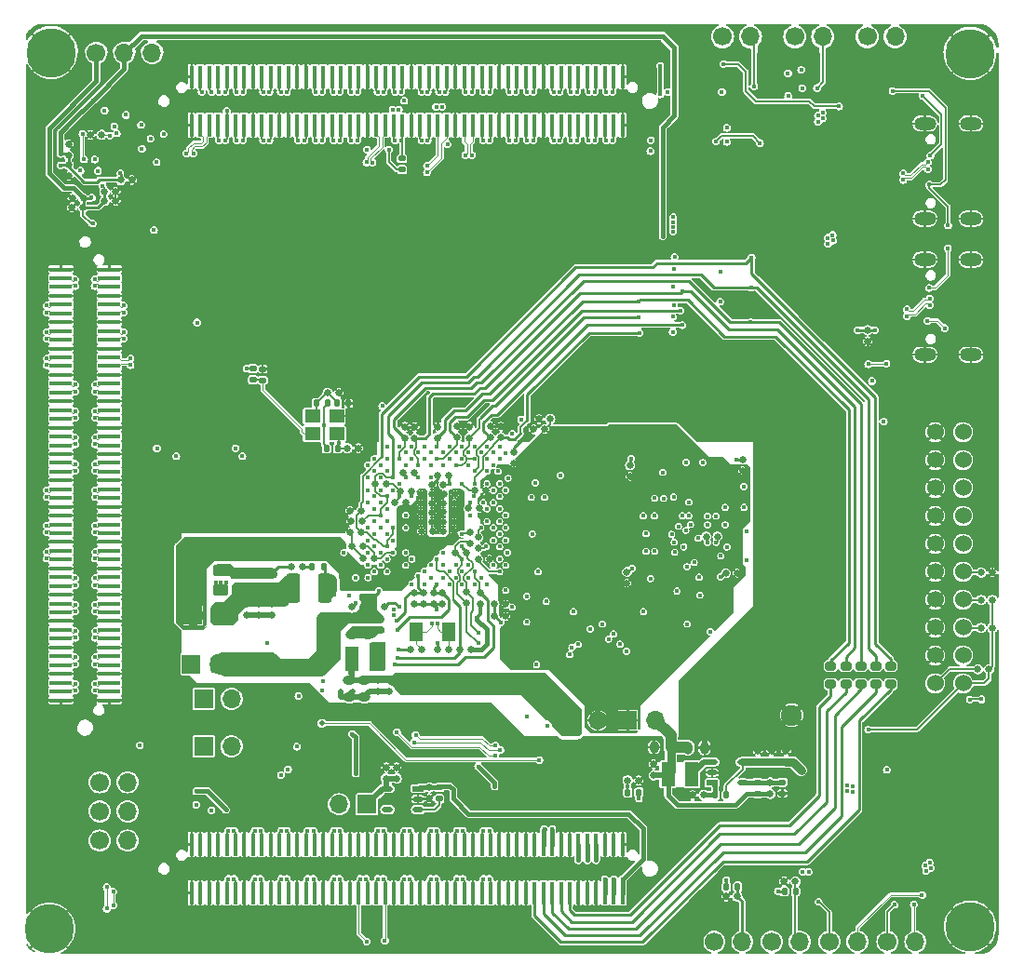
<source format=gbr>
G04 #@! TF.GenerationSoftware,KiCad,Pcbnew,7.0.2*
G04 #@! TF.CreationDate,2023-08-14T15:49:25+08:00*
G04 #@! TF.ProjectId,HPM1500_DDR2_CORE_RevA,48504d31-3530-4305-9f44-4452325f434f,rev?*
G04 #@! TF.SameCoordinates,Original*
G04 #@! TF.FileFunction,Copper,L4,Bot*
G04 #@! TF.FilePolarity,Positive*
%FSLAX46Y46*%
G04 Gerber Fmt 4.6, Leading zero omitted, Abs format (unit mm)*
G04 Created by KiCad (PCBNEW 7.0.2) date 2023-08-14 15:49:25*
%MOMM*%
%LPD*%
G01*
G04 APERTURE LIST*
G04 Aperture macros list*
%AMRoundRect*
0 Rectangle with rounded corners*
0 $1 Rounding radius*
0 $2 $3 $4 $5 $6 $7 $8 $9 X,Y pos of 4 corners*
0 Add a 4 corners polygon primitive as box body*
4,1,4,$2,$3,$4,$5,$6,$7,$8,$9,$2,$3,0*
0 Add four circle primitives for the rounded corners*
1,1,$1+$1,$2,$3*
1,1,$1+$1,$4,$5*
1,1,$1+$1,$6,$7*
1,1,$1+$1,$8,$9*
0 Add four rect primitives between the rounded corners*
20,1,$1+$1,$2,$3,$4,$5,0*
20,1,$1+$1,$4,$5,$6,$7,0*
20,1,$1+$1,$6,$7,$8,$9,0*
20,1,$1+$1,$8,$9,$2,$3,0*%
G04 Aperture macros list end*
G04 #@! TA.AperFunction,ComponentPad*
%ADD10C,1.700000*%
G04 #@! TD*
G04 #@! TA.AperFunction,ComponentPad*
%ADD11O,1.700000X1.700000*%
G04 #@! TD*
G04 #@! TA.AperFunction,ComponentPad*
%ADD12C,1.524000*%
G04 #@! TD*
G04 #@! TA.AperFunction,ComponentPad*
%ADD13R,1.700000X1.700000*%
G04 #@! TD*
G04 #@! TA.AperFunction,ComponentPad*
%ADD14C,1.900000*%
G04 #@! TD*
G04 #@! TA.AperFunction,ComponentPad*
%ADD15C,4.500000*%
G04 #@! TD*
G04 #@! TA.AperFunction,ComponentPad*
%ADD16O,2.000000X1.200000*%
G04 #@! TD*
G04 #@! TA.AperFunction,SMDPad,CuDef*
%ADD17C,0.635000*%
G04 #@! TD*
G04 #@! TA.AperFunction,SMDPad,CuDef*
%ADD18R,0.450000X2.000000*%
G04 #@! TD*
G04 #@! TA.AperFunction,SMDPad,CuDef*
%ADD19RoundRect,0.200000X0.275000X-0.200000X0.275000X0.200000X-0.275000X0.200000X-0.275000X-0.200000X0*%
G04 #@! TD*
G04 #@! TA.AperFunction,SMDPad,CuDef*
%ADD20R,1.400000X1.200000*%
G04 #@! TD*
G04 #@! TA.AperFunction,SMDPad,CuDef*
%ADD21R,2.000000X0.450000*%
G04 #@! TD*
G04 #@! TA.AperFunction,SMDPad,CuDef*
%ADD22RoundRect,0.135000X-0.185000X0.135000X-0.185000X-0.135000X0.185000X-0.135000X0.185000X0.135000X0*%
G04 #@! TD*
G04 #@! TA.AperFunction,SMDPad,CuDef*
%ADD23R,1.300500X1.800900*%
G04 #@! TD*
G04 #@! TA.AperFunction,SMDPad,CuDef*
%ADD24RoundRect,0.135000X-0.135000X-0.185000X0.135000X-0.185000X0.135000X0.185000X-0.135000X0.185000X0*%
G04 #@! TD*
G04 #@! TA.AperFunction,SMDPad,CuDef*
%ADD25O,1.143000X0.889000*%
G04 #@! TD*
G04 #@! TA.AperFunction,SMDPad,CuDef*
%ADD26O,0.889000X1.143000*%
G04 #@! TD*
G04 #@! TA.AperFunction,SMDPad,CuDef*
%ADD27RoundRect,0.250000X0.375000X1.075000X-0.375000X1.075000X-0.375000X-1.075000X0.375000X-1.075000X0*%
G04 #@! TD*
G04 #@! TA.AperFunction,SMDPad,CuDef*
%ADD28R,1.016000X0.508000*%
G04 #@! TD*
G04 #@! TA.AperFunction,SMDPad,CuDef*
%ADD29O,1.016000X0.508000*%
G04 #@! TD*
G04 #@! TA.AperFunction,SMDPad,CuDef*
%ADD30RoundRect,0.250000X-0.450000X0.262500X-0.450000X-0.262500X0.450000X-0.262500X0.450000X0.262500X0*%
G04 #@! TD*
G04 #@! TA.AperFunction,SMDPad,CuDef*
%ADD31RoundRect,0.135000X0.135000X0.185000X-0.135000X0.185000X-0.135000X-0.185000X0.135000X-0.185000X0*%
G04 #@! TD*
G04 #@! TA.AperFunction,SMDPad,CuDef*
%ADD32R,1.230000X2.220000*%
G04 #@! TD*
G04 #@! TA.AperFunction,SMDPad,CuDef*
%ADD33RoundRect,0.135000X0.185000X-0.135000X0.185000X0.135000X-0.185000X0.135000X-0.185000X-0.135000X0*%
G04 #@! TD*
G04 #@! TA.AperFunction,ViaPad*
%ADD34C,0.406400*%
G04 #@! TD*
G04 #@! TA.AperFunction,ViaPad*
%ADD35C,0.500000*%
G04 #@! TD*
G04 #@! TA.AperFunction,Conductor*
%ADD36C,0.101600*%
G04 #@! TD*
G04 #@! TA.AperFunction,Conductor*
%ADD37C,0.400000*%
G04 #@! TD*
G04 #@! TA.AperFunction,Conductor*
%ADD38C,0.203200*%
G04 #@! TD*
G04 #@! TA.AperFunction,Conductor*
%ADD39C,0.254000*%
G04 #@! TD*
G04 #@! TA.AperFunction,Conductor*
%ADD40C,0.200000*%
G04 #@! TD*
G04 #@! TA.AperFunction,Conductor*
%ADD41C,0.381000*%
G04 #@! TD*
G04 #@! TA.AperFunction,Conductor*
%ADD42C,0.127000*%
G04 #@! TD*
G04 #@! TA.AperFunction,Conductor*
%ADD43C,0.152400*%
G04 #@! TD*
G04 #@! TA.AperFunction,Conductor*
%ADD44C,0.250000*%
G04 #@! TD*
G04 #@! TA.AperFunction,Conductor*
%ADD45C,0.330200*%
G04 #@! TD*
G04 #@! TA.AperFunction,Conductor*
%ADD46C,0.150000*%
G04 #@! TD*
G04 #@! TA.AperFunction,Conductor*
%ADD47C,1.016000*%
G04 #@! TD*
G04 #@! TA.AperFunction,Conductor*
%ADD48C,0.762000*%
G04 #@! TD*
G04 #@! TA.AperFunction,Conductor*
%ADD49C,0.700000*%
G04 #@! TD*
G04 #@! TA.AperFunction,Conductor*
%ADD50C,0.177800*%
G04 #@! TD*
G04 #@! TA.AperFunction,Conductor*
%ADD51C,0.300000*%
G04 #@! TD*
G04 #@! TA.AperFunction,Conductor*
%ADD52C,0.508000*%
G04 #@! TD*
G04 #@! TA.AperFunction,Conductor*
%ADD53C,0.120000*%
G04 #@! TD*
G04 APERTURE END LIST*
D10*
X114240000Y-60360000D03*
D11*
X116780000Y-60360000D03*
X119320000Y-60360000D03*
D10*
X180915000Y-141210000D03*
D11*
X183455000Y-141210000D03*
D10*
X114545000Y-129355000D03*
D11*
X117085000Y-129355000D03*
D12*
X193070000Y-117714000D03*
X190530000Y-117714000D03*
X193070000Y-115174000D03*
X190530000Y-115174000D03*
X193070000Y-112634000D03*
X190530000Y-112634000D03*
X193070000Y-110094000D03*
X190530000Y-110094000D03*
X193070000Y-107554000D03*
X190530000Y-107554000D03*
X193070000Y-105014000D03*
X190530000Y-105014000D03*
X193070000Y-102474000D03*
X190530000Y-102474000D03*
X193070000Y-99934000D03*
X190530000Y-99934000D03*
X193070000Y-97394000D03*
X190530000Y-97394000D03*
X193070000Y-94854000D03*
X190530000Y-94854000D03*
D13*
X138850000Y-128705000D03*
D11*
X136310000Y-128705000D03*
D10*
X175675000Y-141210000D03*
D11*
X178215000Y-141210000D03*
D14*
X177485000Y-120600000D03*
D10*
X177765000Y-58865000D03*
D11*
X180305000Y-58865000D03*
D10*
X114545000Y-126705000D03*
D11*
X117085000Y-126705000D03*
D15*
X193725000Y-60430000D03*
D13*
X162580000Y-121060000D03*
D11*
X165120000Y-121060000D03*
D15*
X109945000Y-140045000D03*
D10*
X170455000Y-141210000D03*
D11*
X172995000Y-141210000D03*
D10*
X184345000Y-58865000D03*
D11*
X186885000Y-58865000D03*
D10*
X186195000Y-141210000D03*
D11*
X188735000Y-141210000D03*
D10*
X171185000Y-58865000D03*
D11*
X173725000Y-58865000D03*
D10*
X114545000Y-132005000D03*
D11*
X117085000Y-132005000D03*
D13*
X122875000Y-115955000D03*
D11*
X125415000Y-115955000D03*
D13*
X157315000Y-121070000D03*
D11*
X159855000Y-121070000D03*
D15*
X193725000Y-139830000D03*
D13*
X124005000Y-119115000D03*
D11*
X126545000Y-119115000D03*
D16*
X193780000Y-66780200D03*
X193779900Y-75420400D03*
X189600000Y-66780300D03*
X189599900Y-75420500D03*
D13*
X123045000Y-111505000D03*
D11*
X125585000Y-111505000D03*
D16*
X193780000Y-79155000D03*
X193779900Y-87795200D03*
X189600000Y-79155100D03*
X189599900Y-87795300D03*
D13*
X124005000Y-123427500D03*
D11*
X126545000Y-123427500D03*
D15*
X110124958Y-60347821D03*
D17*
X140595000Y-126355000D03*
X140595000Y-125339000D03*
X143742000Y-100490000D03*
X144758000Y-100490000D03*
D18*
X162095292Y-136769894D03*
X162095292Y-132370106D03*
X161295292Y-136769894D03*
X161295292Y-132370106D03*
X160495292Y-136769894D03*
X160495292Y-132370106D03*
X159695292Y-136769894D03*
X159695292Y-132370106D03*
X158895292Y-136769894D03*
X158895292Y-132370106D03*
X158095292Y-136769894D03*
X158095292Y-132370106D03*
X157295292Y-136769894D03*
X157295292Y-132370106D03*
X156495292Y-136769894D03*
X156495292Y-132370106D03*
X155695292Y-136769894D03*
X155695292Y-132370106D03*
X154895292Y-136769894D03*
X154895292Y-132370106D03*
X154095292Y-136769894D03*
X154095292Y-132370106D03*
X153295292Y-136769894D03*
X153295292Y-132370106D03*
X152495292Y-136769894D03*
X152495292Y-132370106D03*
X151695292Y-136769894D03*
X151695292Y-132370106D03*
X150895292Y-136769894D03*
X150895292Y-132370106D03*
X150095292Y-136769894D03*
X150095292Y-132370106D03*
X149295292Y-136769894D03*
X149295292Y-132370106D03*
X148495292Y-136769894D03*
X148495292Y-132370106D03*
X147695292Y-136769894D03*
X147695292Y-132370106D03*
X146895292Y-136769894D03*
X146895292Y-132370106D03*
X146095292Y-136769894D03*
X146095292Y-132370106D03*
X145295292Y-136769894D03*
X145295292Y-132370106D03*
X144495292Y-136769894D03*
X144495292Y-132370106D03*
X143695292Y-136769894D03*
X143695292Y-132370106D03*
X142895292Y-136769894D03*
X142895292Y-132370106D03*
X142095292Y-136769894D03*
X142095292Y-132370106D03*
X141295264Y-136769894D03*
X141295264Y-132370106D03*
X140495252Y-136769894D03*
X140495252Y-132370106D03*
X139695240Y-136769894D03*
X139695240Y-132370106D03*
X138895228Y-136769894D03*
X138895228Y-132370106D03*
X138095216Y-136769894D03*
X138095216Y-132370106D03*
X137295204Y-136769894D03*
X137295204Y-132370106D03*
X136495192Y-136769894D03*
X136495192Y-132370106D03*
X135695180Y-136769894D03*
X135695180Y-132370106D03*
X134895168Y-136769894D03*
X134895168Y-132370106D03*
X134095156Y-136769894D03*
X134095156Y-132370106D03*
X133295144Y-136769894D03*
X133295144Y-132370106D03*
X132495132Y-136769894D03*
X132495132Y-132370106D03*
X131695120Y-136769894D03*
X131695120Y-132370106D03*
X130895108Y-136769894D03*
X130895108Y-132370106D03*
X130095096Y-136769894D03*
X130095096Y-132370106D03*
X129295084Y-136769894D03*
X129295084Y-132370106D03*
X128495072Y-136769894D03*
X128495072Y-132370106D03*
X127695060Y-136769894D03*
X127695060Y-132370106D03*
X126895048Y-136769894D03*
X126895048Y-132370106D03*
X126095036Y-136769894D03*
X126095036Y-132370106D03*
X125295024Y-136769894D03*
X125295024Y-132370106D03*
X124495012Y-136769894D03*
X124495012Y-132370106D03*
X123695000Y-136769894D03*
X123695000Y-132370106D03*
X122894988Y-136769894D03*
X122894988Y-132370106D03*
D19*
X185122500Y-117769200D03*
X185122500Y-116119200D03*
D17*
X140860000Y-117382000D03*
X140860000Y-118398000D03*
X145735000Y-109437000D03*
X145735000Y-110453000D03*
X149093000Y-101795000D03*
X148077000Y-101795000D03*
D20*
X133885000Y-93396000D03*
X136085000Y-93396000D03*
X136085000Y-94996000D03*
X133885000Y-94996000D03*
D17*
X127885000Y-110455000D03*
X127885000Y-111471000D03*
X146248000Y-114645000D03*
X145232000Y-114645000D03*
X172503000Y-107670000D03*
X171487000Y-107670000D03*
X129035000Y-110455000D03*
X129035000Y-111471000D03*
D21*
X111020106Y-119242792D03*
X115419894Y-119242792D03*
X111020106Y-118442792D03*
X115419894Y-118442792D03*
X111020106Y-117642792D03*
X115419894Y-117642792D03*
X111020106Y-116842792D03*
X115419894Y-116842792D03*
X111020106Y-116042792D03*
X115419894Y-116042792D03*
X111020106Y-115242792D03*
X115419894Y-115242792D03*
X111020106Y-114442792D03*
X115419894Y-114442792D03*
X111020106Y-113642792D03*
X115419894Y-113642792D03*
X111020106Y-112842792D03*
X115419894Y-112842792D03*
X111020106Y-112042792D03*
X115419894Y-112042792D03*
X111020106Y-111242792D03*
X115419894Y-111242792D03*
X111020106Y-110442792D03*
X115419894Y-110442792D03*
X111020106Y-109642792D03*
X115419894Y-109642792D03*
X111020106Y-108842792D03*
X115419894Y-108842792D03*
X111020106Y-108042792D03*
X115419894Y-108042792D03*
X111020106Y-107242792D03*
X115419894Y-107242792D03*
X111020106Y-106442792D03*
X115419894Y-106442792D03*
X111020106Y-105642792D03*
X115419894Y-105642792D03*
X111020106Y-104842792D03*
X115419894Y-104842792D03*
X111020106Y-104042792D03*
X115419894Y-104042792D03*
X111020106Y-103242792D03*
X115419894Y-103242792D03*
X111020106Y-102442792D03*
X115419894Y-102442792D03*
X111020106Y-101642792D03*
X115419894Y-101642792D03*
X111020106Y-100842792D03*
X115419894Y-100842792D03*
X111020106Y-100042792D03*
X115419894Y-100042792D03*
X111020106Y-99242792D03*
X115419894Y-99242792D03*
X111020106Y-98442764D03*
X115419894Y-98442764D03*
X111020106Y-97642752D03*
X115419894Y-97642752D03*
X111020106Y-96842740D03*
X115419894Y-96842740D03*
X111020106Y-96042728D03*
X115419894Y-96042728D03*
X111020106Y-95242716D03*
X115419894Y-95242716D03*
X111020106Y-94442704D03*
X115419894Y-94442704D03*
X111020106Y-93642692D03*
X115419894Y-93642692D03*
X111020106Y-92842680D03*
X115419894Y-92842680D03*
X111020106Y-92042668D03*
X115419894Y-92042668D03*
X111020106Y-91242656D03*
X115419894Y-91242656D03*
X111020106Y-90442644D03*
X115419894Y-90442644D03*
X111020106Y-89642632D03*
X115419894Y-89642632D03*
X111020106Y-88842620D03*
X115419894Y-88842620D03*
X111020106Y-88042608D03*
X115419894Y-88042608D03*
X111020106Y-87242596D03*
X115419894Y-87242596D03*
X111020106Y-86442584D03*
X115419894Y-86442584D03*
X111020106Y-85642572D03*
X115419894Y-85642572D03*
X111020106Y-84842560D03*
X115419894Y-84842560D03*
X111020106Y-84042548D03*
X115419894Y-84042548D03*
X111020106Y-83242536D03*
X115419894Y-83242536D03*
X111020106Y-82442524D03*
X115419894Y-82442524D03*
X111020106Y-81642512D03*
X115419894Y-81642512D03*
X111020106Y-80842500D03*
X115419894Y-80842500D03*
X111020106Y-80042488D03*
X115419894Y-80042488D03*
D17*
X142353000Y-101265000D03*
X141337000Y-101265000D03*
X148975000Y-105440000D03*
X148975000Y-104424000D03*
X113053000Y-74420000D03*
X112037000Y-74420000D03*
D19*
X186485000Y-117769200D03*
X186485000Y-116119200D03*
D17*
X116457000Y-71910000D03*
X117473000Y-71910000D03*
X147925000Y-109417000D03*
X147925000Y-110433000D03*
X139860000Y-117382000D03*
X139860000Y-118398000D03*
D22*
X145416900Y-127165299D03*
X145416900Y-128185299D03*
D23*
X143337000Y-113020000D03*
X146253000Y-113020000D03*
D17*
X162765000Y-98868000D03*
X162765000Y-97852000D03*
X133009000Y-107105000D03*
X131993000Y-107105000D03*
X142127000Y-98500000D03*
X143143000Y-98500000D03*
X169480900Y-127864297D03*
X168464900Y-127864297D03*
X116003000Y-73800000D03*
X114987000Y-73800000D03*
X140135000Y-111847000D03*
X140135000Y-112863000D03*
X138463000Y-105190000D03*
X137447000Y-105190000D03*
X143843000Y-114645000D03*
X142827000Y-114645000D03*
D24*
X134245000Y-92210000D03*
X135265000Y-92210000D03*
D17*
X150065000Y-95338000D03*
X150065000Y-94322000D03*
D25*
X137495000Y-111770000D03*
X137495000Y-113294000D03*
D22*
X128475000Y-89060000D03*
X128475000Y-90080000D03*
D17*
X148175000Y-95368000D03*
X148175000Y-94352000D03*
D24*
X171545000Y-136220000D03*
X172565000Y-136220000D03*
D17*
X146803000Y-101295000D03*
X145787000Y-101295000D03*
X149633000Y-100175000D03*
X148617000Y-100175000D03*
X142908000Y-100200000D03*
X141892000Y-100200000D03*
X111725000Y-70522000D03*
X111725000Y-71538000D03*
X138353000Y-103985000D03*
X137337000Y-103985000D03*
X146323000Y-98765000D03*
X145307000Y-98765000D03*
D22*
X174364900Y-126712297D03*
X174364900Y-127732297D03*
D24*
X135175000Y-96310000D03*
X136195000Y-96310000D03*
D17*
X146823000Y-103885000D03*
X145807000Y-103885000D03*
X151045000Y-95358000D03*
X151045000Y-94342000D03*
D18*
X162095292Y-66919894D03*
X162095292Y-62520106D03*
X161295292Y-66919894D03*
X161295292Y-62520106D03*
X160495292Y-66919894D03*
X160495292Y-62520106D03*
X159695292Y-66919894D03*
X159695292Y-62520106D03*
X158895292Y-66919894D03*
X158895292Y-62520106D03*
X158095292Y-66919894D03*
X158095292Y-62520106D03*
X157295292Y-66919894D03*
X157295292Y-62520106D03*
X156495292Y-66919894D03*
X156495292Y-62520106D03*
X155695292Y-66919894D03*
X155695292Y-62520106D03*
X154895292Y-66919894D03*
X154895292Y-62520106D03*
X154095292Y-66919894D03*
X154095292Y-62520106D03*
X153295292Y-66919894D03*
X153295292Y-62520106D03*
X152495292Y-66919894D03*
X152495292Y-62520106D03*
X151695292Y-66919894D03*
X151695292Y-62520106D03*
X150895292Y-66919894D03*
X150895292Y-62520106D03*
X150095292Y-66919894D03*
X150095292Y-62520106D03*
X149295292Y-66919894D03*
X149295292Y-62520106D03*
X148495292Y-66919894D03*
X148495292Y-62520106D03*
X147695292Y-66919894D03*
X147695292Y-62520106D03*
X146895292Y-66919894D03*
X146895292Y-62520106D03*
X146095292Y-66919894D03*
X146095292Y-62520106D03*
X145295292Y-66919894D03*
X145295292Y-62520106D03*
X144495292Y-66919894D03*
X144495292Y-62520106D03*
X143695292Y-66919894D03*
X143695292Y-62520106D03*
X142895292Y-66919894D03*
X142895292Y-62520106D03*
X142095292Y-66919894D03*
X142095292Y-62520106D03*
X141295264Y-66919894D03*
X141295264Y-62520106D03*
X140495252Y-66919894D03*
X140495252Y-62520106D03*
X139695240Y-66919894D03*
X139695240Y-62520106D03*
X138895228Y-66919894D03*
X138895228Y-62520106D03*
X138095216Y-66919894D03*
X138095216Y-62520106D03*
X137295204Y-66919894D03*
X137295204Y-62520106D03*
X136495192Y-66919894D03*
X136495192Y-62520106D03*
X135695180Y-66919894D03*
X135695180Y-62520106D03*
X134895168Y-66919894D03*
X134895168Y-62520106D03*
X134095156Y-66919894D03*
X134095156Y-62520106D03*
X133295144Y-66919894D03*
X133295144Y-62520106D03*
X132495132Y-66919894D03*
X132495132Y-62520106D03*
X131695120Y-66919894D03*
X131695120Y-62520106D03*
X130895108Y-66919894D03*
X130895108Y-62520106D03*
X130095096Y-66919894D03*
X130095096Y-62520106D03*
X129295084Y-66919894D03*
X129295084Y-62520106D03*
X128495072Y-66919894D03*
X128495072Y-62520106D03*
X127695060Y-66919894D03*
X127695060Y-62520106D03*
X126895048Y-66919894D03*
X126895048Y-62520106D03*
X126095036Y-66919894D03*
X126095036Y-62520106D03*
X125295024Y-66919894D03*
X125295024Y-62520106D03*
X124495012Y-66919894D03*
X124495012Y-62520106D03*
X123695000Y-66919894D03*
X123695000Y-62520106D03*
X122894988Y-66919894D03*
X122894988Y-62520106D03*
D17*
X184400000Y-85567000D03*
X184400000Y-86583000D03*
X175635000Y-124868000D03*
X175635000Y-123852000D03*
X170723000Y-104340000D03*
X169707000Y-104340000D03*
X149973000Y-106380000D03*
X148957000Y-106380000D03*
X144925000Y-109442000D03*
X144925000Y-110458000D03*
X139627000Y-99525000D03*
X140643000Y-99525000D03*
D22*
X142045000Y-69935000D03*
X142045000Y-70955000D03*
D17*
X143762000Y-102170000D03*
X144778000Y-102170000D03*
X145813000Y-99635000D03*
X144797000Y-99635000D03*
X138483000Y-110715000D03*
X137467000Y-110715000D03*
X147025000Y-95348000D03*
X147025000Y-94332000D03*
D26*
X166485000Y-123510000D03*
X164961000Y-123510000D03*
D17*
X155513000Y-93660000D03*
X154497000Y-93660000D03*
X113707000Y-67790000D03*
X114723000Y-67790000D03*
D19*
X181035000Y-117769200D03*
X181035000Y-116119200D03*
D17*
X145265000Y-95368000D03*
X145265000Y-94352000D03*
X143742000Y-103020000D03*
X144758000Y-103020000D03*
X194407000Y-116414000D03*
X195423000Y-116414000D03*
D25*
X137260000Y-117390000D03*
X137260000Y-118914000D03*
D22*
X129365000Y-89100000D03*
X129365000Y-90120000D03*
D17*
X177823000Y-135730000D03*
X176807000Y-135730000D03*
X137047000Y-96300000D03*
X138063000Y-96300000D03*
X143792000Y-103840000D03*
X144808000Y-103840000D03*
D25*
X130135000Y-109317000D03*
X130135000Y-107793000D03*
D27*
X134985000Y-109055000D03*
X132185000Y-109055000D03*
D19*
X183760000Y-117769200D03*
X183760000Y-116119200D03*
D17*
X152185000Y-97663000D03*
X152185000Y-96647000D03*
X162557000Y-126540000D03*
X163573000Y-126540000D03*
D26*
X168023000Y-123560000D03*
X169547000Y-123560000D03*
D17*
X151483000Y-111620000D03*
X150467000Y-111620000D03*
X113063000Y-73580000D03*
X112047000Y-73580000D03*
D24*
X133883000Y-107105000D03*
X134903000Y-107105000D03*
X170512900Y-127864297D03*
X171532900Y-127864297D03*
D17*
X141555000Y-126355000D03*
X141555000Y-125339000D03*
D28*
X170241000Y-126759996D03*
D29*
X170241000Y-125809986D03*
X170241000Y-124860000D03*
X173035000Y-124860000D03*
X173035000Y-126759996D03*
D17*
X194707000Y-107614000D03*
X195723000Y-107614000D03*
X147933000Y-105825000D03*
X146917000Y-105825000D03*
D28*
X143513900Y-127285301D03*
D29*
X143513900Y-128235311D03*
X143513900Y-129185297D03*
X140719900Y-129185297D03*
X140719900Y-127285301D03*
D17*
X146858000Y-100485000D03*
X145842000Y-100485000D03*
X146803000Y-103015000D03*
X145787000Y-103015000D03*
X174414900Y-124872297D03*
X174414900Y-123856297D03*
X148215000Y-103950000D03*
X148215000Y-104966000D03*
D25*
X127325000Y-109317000D03*
X127325000Y-107793000D03*
D17*
X143185000Y-95398000D03*
X143185000Y-94382000D03*
X138335000Y-102030000D03*
X137319000Y-102030000D03*
X146803000Y-102115000D03*
X145787000Y-102115000D03*
D30*
X125535000Y-107392500D03*
X125535000Y-109217500D03*
D17*
X143975000Y-109422000D03*
X143975000Y-110438000D03*
D31*
X163575000Y-127630000D03*
X162555000Y-127630000D03*
D17*
X111705000Y-69658000D03*
X111705000Y-68642000D03*
D25*
X138610000Y-117390000D03*
X138610000Y-118914000D03*
D17*
X143125000Y-109422000D03*
X143125000Y-110438000D03*
D19*
X182397500Y-117769200D03*
X182397500Y-116119200D03*
D32*
X168399900Y-125971297D03*
X166229899Y-125971297D03*
D17*
X149175000Y-109442000D03*
X149175000Y-110458000D03*
D24*
X176815000Y-136620000D03*
X177835000Y-136620000D03*
D17*
X139417000Y-110700000D03*
X140433000Y-110700000D03*
X142300000Y-95383000D03*
X142300000Y-94367000D03*
D32*
X139670000Y-115455000D03*
X137499999Y-115455000D03*
D17*
X130185000Y-110455000D03*
X130185000Y-111471000D03*
X162495000Y-108578000D03*
X162495000Y-107562000D03*
D25*
X128735000Y-109317000D03*
X128735000Y-107793000D03*
D17*
X195723000Y-110114000D03*
X194707000Y-110114000D03*
D33*
X176635000Y-127719996D03*
X176635000Y-126699996D03*
D17*
X151473000Y-110495000D03*
X150457000Y-110495000D03*
X176973400Y-124864200D03*
X176973400Y-123848200D03*
X172533000Y-137090000D03*
X171517000Y-137090000D03*
D25*
X138935000Y-111755000D03*
X138935000Y-113279000D03*
D17*
X138403000Y-102985000D03*
X137387000Y-102985000D03*
D31*
X137175000Y-92220000D03*
X136155000Y-92220000D03*
D17*
X195723000Y-112647333D03*
X194707000Y-112647333D03*
X144536900Y-127167299D03*
X144536900Y-128183299D03*
X114977000Y-72970000D03*
X115993000Y-72970000D03*
X143762000Y-101320000D03*
X144778000Y-101320000D03*
X155045000Y-94595000D03*
X154029000Y-94595000D03*
X173015000Y-98358000D03*
X173015000Y-97342000D03*
X135287000Y-91270000D03*
X136303000Y-91270000D03*
X147312000Y-114645000D03*
X148328000Y-114645000D03*
X139523000Y-106330000D03*
X138507000Y-106330000D03*
X164935000Y-126068000D03*
X164935000Y-125052000D03*
X175535000Y-127750297D03*
X175535000Y-126734297D03*
D34*
X108535000Y-70730000D03*
X114985000Y-65580000D03*
X112975000Y-67710000D03*
X115435000Y-72360000D03*
X113905000Y-75860000D03*
X114795000Y-72448000D03*
X125972198Y-68273189D03*
X126095000Y-65635000D03*
X120365000Y-67725000D03*
X114384700Y-71066200D03*
X119185000Y-68145000D03*
X116095000Y-67655000D03*
X119715000Y-70275000D03*
X113125000Y-70025000D03*
X118385000Y-69075000D03*
X110979700Y-70576200D03*
X116414700Y-71291200D03*
X111004700Y-69526200D03*
X116925000Y-65985000D03*
X114105000Y-70035000D03*
X115885000Y-67035000D03*
X112795000Y-71055000D03*
X118305994Y-66884006D03*
X115445000Y-67855000D03*
X111004700Y-70051200D03*
X113815000Y-73515000D03*
X112124700Y-67891200D03*
X114385000Y-73525000D03*
X113944700Y-71511200D03*
X119465000Y-71235000D03*
X113685000Y-67090000D03*
X110954700Y-71101200D03*
X116384700Y-70541200D03*
X145615000Y-130065000D03*
X108285000Y-99111000D03*
X187375000Y-112135000D03*
X159405000Y-88040000D03*
X121855000Y-77925000D03*
X195617000Y-92905000D03*
X114145000Y-80039976D03*
X127705000Y-83085000D03*
X163437000Y-60525000D03*
X158385000Y-93430000D03*
X160975000Y-87445000D03*
X142370000Y-103540000D03*
X113285000Y-89635000D03*
X108285000Y-84797000D03*
X173345000Y-106490000D03*
X131165000Y-86515000D03*
X127017343Y-78666899D03*
X123191000Y-60525000D03*
X119935000Y-86685000D03*
X137025000Y-93400000D03*
X187745000Y-74355000D03*
X195885000Y-126913000D03*
X120115000Y-97605000D03*
X171985000Y-125210000D03*
X154145000Y-99445000D03*
X153375000Y-112100000D03*
X158765000Y-73105000D03*
X126855000Y-76635000D03*
X152060000Y-93850000D03*
X113375000Y-106855000D03*
X181405000Y-74585000D03*
X136755000Y-105824989D03*
X135785000Y-81135000D03*
X138415000Y-76065000D03*
X156165000Y-91350000D03*
X131835000Y-77255000D03*
X190805000Y-92961000D03*
X128492560Y-63795000D03*
X171485000Y-125210000D03*
X134245000Y-77465000D03*
X140845000Y-71295000D03*
X151490000Y-102400000D03*
X145790000Y-105820000D03*
X137805000Y-64535000D03*
X159015000Y-65045000D03*
X117545000Y-102335000D03*
X114067000Y-58515000D03*
X164495000Y-66825000D03*
X157405000Y-134705000D03*
X138950000Y-96700000D03*
X173155000Y-101690000D03*
X166565000Y-104145000D03*
X141818025Y-93925000D03*
X109715212Y-94439912D03*
X169070565Y-108044615D03*
X167585000Y-74555000D03*
X151675000Y-99045000D03*
X134895000Y-97845000D03*
X165765000Y-98505000D03*
X139595000Y-84805000D03*
X137635000Y-82835000D03*
X144637000Y-60525000D03*
X108241000Y-79951000D03*
X138645000Y-63885000D03*
X116955000Y-116875000D03*
X193865000Y-69555000D03*
X162925000Y-64775000D03*
X120905000Y-60525000D03*
X108285000Y-101397000D03*
X110105000Y-77655000D03*
X195617000Y-85285000D03*
X141800000Y-100690000D03*
X195885000Y-129199000D03*
X182155000Y-94495000D03*
X152007000Y-60525000D03*
X190935000Y-125809000D03*
X163985000Y-102455000D03*
X180375000Y-68265000D03*
X150965000Y-130230000D03*
X148605000Y-100675000D03*
X173145000Y-67145000D03*
X190385000Y-130005000D03*
X140750473Y-128231444D03*
X109670000Y-101420000D03*
X172345000Y-72196333D03*
X125125000Y-108505000D03*
X145300000Y-92025000D03*
X117125000Y-98715000D03*
X195885000Y-120055000D03*
X163795000Y-69195000D03*
X109715212Y-99240000D03*
X153485000Y-71855000D03*
X126025000Y-108505000D03*
X177745000Y-118615000D03*
X111825000Y-120425000D03*
X186425000Y-129585000D03*
X137779000Y-60525000D03*
X148365000Y-128845000D03*
X174835000Y-136850000D03*
X147795000Y-65225000D03*
X118985000Y-87655000D03*
X195617000Y-90619000D03*
X168105000Y-66105000D03*
X149805000Y-75035000D03*
X131465000Y-82905000D03*
X119035000Y-112605000D03*
X174745000Y-121705000D03*
X145285000Y-76545000D03*
X195617000Y-104335000D03*
X120065000Y-118111000D03*
X108241000Y-75379000D03*
X116353000Y-58515000D03*
X195617000Y-80713000D03*
X159465000Y-69505000D03*
X129735000Y-114005000D03*
X155555000Y-76195000D03*
X179119000Y-74585000D03*
X140065000Y-60525000D03*
X151025000Y-112155000D03*
X172945000Y-70095000D03*
X137045000Y-76985000D03*
X108285000Y-82511000D03*
X148545000Y-134175000D03*
X145235000Y-114055000D03*
X145220000Y-101830000D03*
X195885000Y-122341000D03*
X153475000Y-127195000D03*
X117605000Y-87155000D03*
X125335000Y-80655000D03*
X126765000Y-94985000D03*
X136705000Y-102444900D03*
X112295000Y-80045000D03*
X112325000Y-119245584D03*
X128395000Y-122755000D03*
X132492620Y-63795000D03*
X143135000Y-74455000D03*
X149815000Y-82835000D03*
X136435000Y-65105000D03*
X120555000Y-135635000D03*
X136315000Y-127335000D03*
X145885000Y-125315000D03*
X187350000Y-81875000D03*
X117155000Y-93125000D03*
X148555000Y-70625000D03*
X189385000Y-65515000D03*
X136835000Y-72655000D03*
X172345000Y-70095000D03*
X108285000Y-91655000D03*
X132665000Y-68955000D03*
X145995000Y-120105000D03*
X193865000Y-71841000D03*
X143205000Y-63835000D03*
X112559000Y-123945000D03*
X138315000Y-89610000D03*
X136895000Y-69445000D03*
X170915000Y-61955000D03*
X128365000Y-88070000D03*
X163695000Y-74370000D03*
X153435000Y-74195000D03*
X149805000Y-71795000D03*
X186435000Y-129115000D03*
X176185000Y-60545000D03*
X153800000Y-100775000D03*
X135493000Y-60525000D03*
X108285000Y-105969000D03*
X118135000Y-134855000D03*
X195885000Y-133771000D03*
X143510000Y-98980000D03*
X138655000Y-125305000D03*
X195617000Y-69537000D03*
X114115000Y-119240000D03*
X117365000Y-94545000D03*
X149838073Y-78930127D03*
X108585000Y-115455000D03*
X193115000Y-90675000D03*
X146255000Y-134185000D03*
X150605000Y-125655000D03*
X114845000Y-123945000D03*
X158725000Y-75685000D03*
X125885000Y-93215000D03*
X125275000Y-94995000D03*
X122615000Y-102235000D03*
X127645000Y-134195000D03*
X150349996Y-96700002D03*
X177045000Y-78185000D03*
X144385000Y-121605000D03*
X134625000Y-65285000D03*
X195885000Y-131485000D03*
X115099000Y-77665000D03*
X187555000Y-92973000D03*
X161685000Y-70605000D03*
X109715212Y-89639840D03*
X132485000Y-121805000D03*
X191261000Y-132598000D03*
X152075000Y-110765000D03*
X109715212Y-96839948D03*
X190805000Y-90675000D03*
X130145000Y-134205000D03*
X113265000Y-94885000D03*
X134815000Y-130065000D03*
X161151000Y-60525000D03*
X185575000Y-70725000D03*
X142351000Y-60525000D03*
X187555000Y-97545000D03*
X117385000Y-77665000D03*
X195617000Y-76141000D03*
X145445000Y-125895000D03*
X128455000Y-69745000D03*
X122195000Y-92955000D03*
X136385000Y-74155000D03*
X128465000Y-71845000D03*
X187555000Y-102117000D03*
X182650000Y-86575000D03*
X121755000Y-81675000D03*
X153345000Y-76445000D03*
X157635000Y-111170000D03*
X134835000Y-117525000D03*
X129015000Y-80575000D03*
X132665000Y-93350000D03*
X109715212Y-107240000D03*
X183184025Y-67647276D03*
X108285000Y-93941000D03*
X181036100Y-136106100D03*
X162097804Y-65645000D03*
X136475000Y-99104900D03*
X121685000Y-98265000D03*
X171045000Y-106100000D03*
X169415000Y-97610000D03*
X164335000Y-87455000D03*
X169820000Y-102480000D03*
X178089000Y-68265000D03*
X179435000Y-122850000D03*
X174759000Y-78185000D03*
X120109707Y-75092884D03*
X173380000Y-73510000D03*
X154047792Y-130740106D03*
X142125000Y-134205000D03*
X167359000Y-68135000D03*
X133315000Y-63805000D03*
X135585000Y-124165000D03*
X189355000Y-77000000D03*
X142485000Y-80105000D03*
X133495000Y-84925000D03*
X169495000Y-66105000D03*
X195617000Y-73855000D03*
X177325000Y-88665000D03*
X169645000Y-68135000D03*
X146905000Y-63935000D03*
X121675000Y-88045000D03*
X161645000Y-78805000D03*
X125477000Y-60525000D03*
X168275000Y-103240000D03*
X148125000Y-126045000D03*
X153395000Y-82935000D03*
X124985000Y-77355000D03*
X128330722Y-124756830D03*
X184535000Y-62605000D03*
X186135000Y-124605000D03*
X160795000Y-89400000D03*
X108285000Y-112827000D03*
X137845000Y-110365000D03*
X130921000Y-60525000D03*
X195617000Y-71823000D03*
X165810000Y-100870000D03*
X153875000Y-104110000D03*
X138335000Y-134235000D03*
X130515000Y-65205000D03*
X195617000Y-64965000D03*
X191211000Y-134248000D03*
X108285000Y-87083000D03*
X181345000Y-78995000D03*
X108241000Y-77665000D03*
X156579000Y-60525000D03*
X148835000Y-111735000D03*
X179059000Y-78995000D03*
X171025000Y-107990000D03*
X128675000Y-117965000D03*
X123555000Y-75560000D03*
X139635000Y-112705000D03*
X155445000Y-64945000D03*
X178255000Y-81735000D03*
X114115000Y-102440000D03*
X138935000Y-112705000D03*
X173115000Y-99800000D03*
X172475000Y-97350000D03*
X173285000Y-75005000D03*
X178255000Y-84021000D03*
X190735000Y-131005000D03*
X124845000Y-84885000D03*
X164005000Y-111170000D03*
X168985000Y-104505000D03*
X119045000Y-114295000D03*
X173335000Y-74255000D03*
X128415000Y-121075000D03*
X134785000Y-118365000D03*
X120465000Y-133005000D03*
X112745000Y-102595000D03*
X145225000Y-111025000D03*
X141779900Y-110770000D03*
X145275000Y-103925000D03*
X158865000Y-60525000D03*
X153375000Y-109780000D03*
X187375000Y-107563000D03*
X138185000Y-112715000D03*
X113055000Y-99305000D03*
X108285000Y-96227000D03*
X163795000Y-70270000D03*
X175745000Y-69345000D03*
X195885000Y-124627000D03*
X123905000Y-88135000D03*
X128445000Y-73535000D03*
X164995000Y-102465000D03*
X153435000Y-120715000D03*
X193225000Y-77545000D03*
X137565000Y-130125000D03*
X113335000Y-84865000D03*
X108241000Y-73093000D03*
X124565000Y-99525000D03*
X164625000Y-108160000D03*
X132675000Y-120685000D03*
X142335000Y-83785000D03*
X150585000Y-122555000D03*
X109540106Y-84842208D03*
X177845000Y-92129000D03*
X126895000Y-70325000D03*
X155025000Y-100770000D03*
X153285000Y-94570000D03*
X135635000Y-120305000D03*
X109715212Y-92039876D03*
X132025000Y-127715000D03*
X188845000Y-60835000D03*
X143905000Y-70175000D03*
X195617000Y-95191000D03*
X109715212Y-82439732D03*
X167855000Y-127880000D03*
X134485000Y-119805000D03*
X108285000Y-108255000D03*
X131885000Y-74655000D03*
X108241000Y-68521000D03*
X161705000Y-75735000D03*
X137240000Y-109755000D03*
X139845000Y-125305000D03*
X167995000Y-112300000D03*
X174085000Y-128610000D03*
X169113736Y-109681653D03*
X193115000Y-92961000D03*
X112925000Y-103845000D03*
X119675000Y-77715000D03*
X142370000Y-102400000D03*
X184420000Y-87195000D03*
X155245000Y-121540000D03*
X154395000Y-68935000D03*
X154892780Y-63795000D03*
X173365000Y-103840000D03*
X125565000Y-108505000D03*
X154293000Y-60525000D03*
X118295000Y-118085000D03*
X154415000Y-107540000D03*
X122205000Y-62545000D03*
X150920000Y-107530000D03*
X108285000Y-110541000D03*
X150865000Y-64705000D03*
X172335000Y-71135000D03*
X132675000Y-134225000D03*
X123545000Y-78825000D03*
X142685000Y-82115000D03*
X162955000Y-107240000D03*
X123935000Y-90335000D03*
X113275000Y-87375000D03*
X128525000Y-68315000D03*
X131545000Y-96625000D03*
X133425000Y-78745000D03*
X117655000Y-96265000D03*
X126965000Y-73615000D03*
X133207000Y-60525000D03*
X108285000Y-103683000D03*
X128255000Y-64945000D03*
X186415000Y-130045000D03*
X175735000Y-84031000D03*
X148255000Y-124095000D03*
X145220004Y-102970000D03*
X156460000Y-98795000D03*
X117085000Y-121805000D03*
X137109900Y-95175000D03*
X127405000Y-87465000D03*
X195617000Y-97477000D03*
X109715212Y-102440000D03*
X148640000Y-93850000D03*
X195435000Y-106855000D03*
X130245000Y-129535000D03*
X180525000Y-64315000D03*
X138335000Y-74105000D03*
X187145000Y-78995000D03*
X195617000Y-102049000D03*
X195617000Y-87571000D03*
X149210000Y-103540000D03*
X140115000Y-123645000D03*
X173285000Y-75955000D03*
X148215000Y-101235000D03*
X195635000Y-118655000D03*
X168665000Y-60935000D03*
X149721000Y-60525000D03*
X126025000Y-86265000D03*
X152995000Y-64945000D03*
X110105000Y-75369000D03*
X125955000Y-102885000D03*
X132865000Y-64735000D03*
X114115000Y-112040000D03*
X141735000Y-114655000D03*
X161715000Y-73095000D03*
X191131000Y-60835000D03*
X188205000Y-87345000D03*
X150892780Y-63795000D03*
X153795000Y-135195000D03*
X121795000Y-75485000D03*
X195617000Y-99763000D03*
X108285000Y-89369000D03*
X162092780Y-63795000D03*
X109715212Y-87239804D03*
X160265000Y-112300000D03*
X108241000Y-66235000D03*
X125645000Y-134185000D03*
X121615000Y-85625000D03*
X109715212Y-109640000D03*
X153345000Y-79585000D03*
X122705000Y-82995000D03*
X109715212Y-112040000D03*
X175885000Y-81100000D03*
X141385000Y-72705000D03*
X195617000Y-82999000D03*
X151620000Y-105810000D03*
X141115000Y-86765000D03*
X186855000Y-76375000D03*
X129425000Y-84785000D03*
X114075000Y-109635000D03*
X168135000Y-101210000D03*
X158725000Y-78805000D03*
X134455000Y-75625000D03*
X163845000Y-72595000D03*
X145220000Y-100690000D03*
X195617000Y-67251000D03*
X147500000Y-99550000D03*
X162865000Y-97250000D03*
X195617000Y-78427000D03*
X129975000Y-127585000D03*
X135785000Y-134155000D03*
X173114000Y-68526000D03*
X132215000Y-93060000D03*
X178345000Y-61875000D03*
X166695000Y-76595000D03*
X183475000Y-85555000D03*
X184435000Y-121905000D03*
X123335000Y-128755000D03*
X182560000Y-127530000D03*
X178455000Y-63545000D03*
X123327575Y-127505000D03*
X183035000Y-127550000D03*
X127895000Y-89060000D03*
X123395000Y-84870000D03*
X126035000Y-129195000D03*
X166810000Y-79980000D03*
X166185000Y-63905000D03*
X185050000Y-85550000D03*
X158095292Y-133795292D03*
X140845000Y-69145000D03*
X166695000Y-76161666D03*
X183035000Y-127050000D03*
X182560000Y-127030000D03*
X166695000Y-75728333D03*
X184785000Y-90200000D03*
X166735000Y-83300000D03*
X170975000Y-80264285D03*
X142940000Y-100690000D03*
X138845000Y-69145000D03*
X166695000Y-75295000D03*
X158900000Y-133800000D03*
X170975000Y-82975000D03*
X171135000Y-63895000D03*
X166670000Y-85717855D03*
X144649999Y-98980000D03*
X159695292Y-133795292D03*
X142370000Y-98980000D03*
X118195000Y-123345000D03*
X169020000Y-103280000D03*
X164975000Y-100015000D03*
X150165000Y-98980000D03*
X163446500Y-103708500D03*
X150350000Y-102400000D03*
X150350000Y-105820000D03*
X173105000Y-100820000D03*
X149780000Y-100690000D03*
X162515000Y-109150000D03*
X173145000Y-98910000D03*
X162685000Y-99440000D03*
X166655000Y-102895000D03*
X164135000Y-100805000D03*
X168975000Y-99675000D03*
X173155000Y-102720000D03*
X149785000Y-104100000D03*
X172555000Y-105100000D03*
X171095000Y-97525000D03*
X164605000Y-108755000D03*
X173055000Y-107460000D03*
X166545000Y-99980000D03*
X164625000Y-97605000D03*
X181785000Y-65205000D03*
X171275000Y-61365000D03*
X141625000Y-112850000D03*
X132485000Y-123455000D03*
X145220000Y-108670000D03*
X141800000Y-101830000D03*
X147500000Y-102970000D03*
X142370000Y-104680000D03*
X147355000Y-101830000D03*
X143510000Y-104680000D03*
X142940000Y-102970000D03*
X142940000Y-101830000D03*
X140244996Y-108100004D03*
X136335000Y-95820000D03*
X134900000Y-94250000D03*
X141800000Y-99550000D03*
X119485000Y-76455000D03*
X144725000Y-112275000D03*
X141535000Y-112030000D03*
X132625000Y-118850000D03*
X143522945Y-107925000D03*
X148957500Y-113082500D03*
X147500000Y-105250000D03*
X145232503Y-112275000D03*
X164634702Y-69278100D03*
X180785000Y-77165000D03*
X146327000Y-127075000D03*
X189715000Y-134765000D03*
X190135000Y-134500000D03*
X179870000Y-66605000D03*
X181235000Y-77400000D03*
X181200000Y-76910000D03*
X180285000Y-65800000D03*
X177145000Y-62185000D03*
X189635000Y-134300000D03*
X160495292Y-135505000D03*
X180320000Y-66290000D03*
X179870000Y-66055000D03*
X180785000Y-77715000D03*
X179035000Y-134850000D03*
X178485000Y-134850000D03*
X171590000Y-68421500D03*
X162095292Y-135505000D03*
X171590000Y-67150000D03*
X164659702Y-68278100D03*
X177940000Y-125215000D03*
X178335000Y-125610000D03*
X190035000Y-134000000D03*
X161295292Y-135505000D03*
X185849575Y-93880000D03*
X186135000Y-125555000D03*
X147500000Y-106390000D03*
X148975000Y-125255000D03*
X150453200Y-127086200D03*
X148975000Y-114050000D03*
X166650000Y-81625000D03*
X165525000Y-61525000D03*
X124710000Y-129255000D03*
X166650000Y-84353570D03*
X154995000Y-130945000D03*
X165535000Y-64105000D03*
X166825000Y-78900000D03*
X155695000Y-130945000D03*
X141245000Y-105810000D03*
X146360000Y-99550000D03*
X189975000Y-72325000D03*
X186655000Y-63795000D03*
X191710000Y-76025000D03*
X190100000Y-69675000D03*
X189405000Y-64265000D03*
X191400000Y-85375000D03*
X189825000Y-84725000D03*
X189975000Y-81725000D03*
X191680000Y-78115000D03*
X116708748Y-85737778D03*
X141230000Y-100120000D03*
X140090000Y-98980000D03*
X109731252Y-83337742D03*
X140090000Y-100120000D03*
X116708748Y-86347378D03*
X109731252Y-83947342D03*
X138950000Y-98980000D03*
X116708748Y-83337742D03*
X140660000Y-98410000D03*
X116708748Y-83947342D03*
X139520000Y-98410000D03*
X140090000Y-97840000D03*
X112308960Y-80937706D03*
X112308960Y-81547306D03*
X138950000Y-97840000D03*
X140660000Y-97270000D03*
X114092708Y-80937706D03*
X140090000Y-103540000D03*
X109731252Y-103337998D03*
X160613112Y-63873400D03*
X161172466Y-63873401D03*
X141335000Y-116005000D03*
X148640000Y-107530000D03*
X131665000Y-125515000D03*
X146930000Y-106960000D03*
X146930000Y-97840000D03*
X148640000Y-97270000D03*
X163525000Y-84405000D03*
X138380000Y-109810000D03*
X139935000Y-109255000D03*
X138950000Y-110380000D03*
X139520000Y-109810000D03*
X137285000Y-116755000D03*
X145220000Y-97270000D03*
X167355000Y-83780000D03*
X148640000Y-98410000D03*
X167525000Y-85100000D03*
X148640000Y-99550000D03*
X163625000Y-85800000D03*
X131025000Y-126055000D03*
X145220000Y-106390000D03*
X141620000Y-115420000D03*
X154535000Y-124685000D03*
X162555000Y-127060000D03*
D35*
X134745000Y-121335000D03*
D34*
X174595000Y-68545000D03*
X170595000Y-68395000D03*
X138950000Y-103540000D03*
X109731252Y-103947598D03*
X109731252Y-105737998D03*
X138950000Y-104680000D03*
X109731252Y-106347598D03*
X141230000Y-104680000D03*
X112308960Y-108137986D03*
X140090000Y-105820000D03*
X140660000Y-106390000D03*
X112308960Y-108747586D03*
X112308960Y-110537998D03*
X112308960Y-111147598D03*
X112308960Y-112937998D03*
X112308960Y-113547598D03*
X112308960Y-118347598D03*
X112308960Y-117737998D03*
X123812820Y-63873400D03*
X124725000Y-63885000D03*
X125412844Y-63873400D03*
X125972198Y-63873401D03*
X140660000Y-96130000D03*
X140250000Y-92450000D03*
X127012868Y-63873400D03*
X127572222Y-63873401D03*
X141800000Y-96130000D03*
X129412904Y-68273188D03*
X129972258Y-68273189D03*
X142370000Y-96700000D03*
X132612952Y-68273188D03*
X133172306Y-68273189D03*
X134212976Y-68273188D03*
X134772330Y-68273189D03*
X135813000Y-68273188D03*
X136372354Y-68273189D03*
X137413024Y-63873400D03*
X137972378Y-63873401D03*
X139813060Y-63873400D03*
X145795000Y-97825000D03*
X140372414Y-63873401D03*
X145790000Y-96700000D03*
X141413084Y-63873400D03*
X141972438Y-63873401D03*
X141190016Y-65494502D03*
X143813100Y-63873400D03*
X141745000Y-65495000D03*
X145695000Y-65245000D03*
X144372454Y-63873401D03*
X146360000Y-96130000D03*
X144315000Y-70625000D03*
X144315000Y-71205000D03*
X146360000Y-97270000D03*
X148372466Y-63873401D03*
X148070000Y-97840000D03*
X147813112Y-63873400D03*
X148640000Y-96130000D03*
X149413112Y-63873400D03*
X149972466Y-63873401D03*
X149210000Y-96700000D03*
X151813112Y-63873400D03*
X149780000Y-98410000D03*
X152372466Y-63873401D03*
X149780000Y-96130000D03*
X153413112Y-68273188D03*
X153972466Y-68273189D03*
X149780000Y-97270000D03*
X155813112Y-63873400D03*
X152060000Y-94990000D03*
X152875000Y-93700000D03*
X156372466Y-63873401D03*
X150350000Y-97840000D03*
X157413112Y-63873400D03*
X150775000Y-98410000D03*
X157972466Y-63873401D03*
X151470008Y-96740008D03*
X159013112Y-63873400D03*
X159572466Y-63873401D03*
X160613112Y-68273188D03*
X161172466Y-68273189D03*
X142242972Y-135499788D03*
X147500000Y-108670000D03*
X144642972Y-131100000D03*
X148070000Y-106960000D03*
X145170316Y-131100000D03*
X145170316Y-135499788D03*
X148070000Y-108100000D03*
X147042972Y-131100000D03*
X148640000Y-108670000D03*
X147570316Y-131100000D03*
X147570316Y-135499788D03*
X189848159Y-70295400D03*
X187625000Y-71295400D03*
X187625000Y-71905000D03*
X189848159Y-70905000D03*
X187969437Y-84279800D03*
X190033983Y-83279800D03*
X187969437Y-83670200D03*
X190033983Y-82670200D03*
X139460000Y-114140000D03*
X140370000Y-114145000D03*
X139910000Y-114140000D03*
X135845000Y-109158332D03*
X135845000Y-108681666D03*
X135845000Y-109635000D03*
X135835000Y-108205000D03*
X167865000Y-97585000D03*
X149780000Y-99550000D03*
X150920000Y-99550000D03*
X171420000Y-101680000D03*
X150350000Y-100120000D03*
X170620000Y-102480000D03*
X167165000Y-103410000D03*
X150920000Y-102970000D03*
X149780000Y-102970000D03*
X164220000Y-104080000D03*
X166735000Y-100755000D03*
X149435000Y-101260000D03*
X165020000Y-100855000D03*
X150350000Y-101260000D03*
X171420000Y-103280000D03*
X151490000Y-100120000D03*
X150920000Y-100690000D03*
X169820000Y-103280000D03*
X151490000Y-103540000D03*
X165020000Y-105680000D03*
X164220000Y-105680000D03*
X150350000Y-103540000D03*
X167665000Y-105300000D03*
X151490000Y-104680000D03*
X166825000Y-105770000D03*
X150350000Y-104680000D03*
X150920000Y-105250000D03*
X167855000Y-103790000D03*
X169820000Y-104880000D03*
X150920000Y-106390000D03*
X170620000Y-104880000D03*
X151490000Y-106960000D03*
X151490000Y-109240000D03*
X160815000Y-113690000D03*
X150350000Y-106960000D03*
X161285000Y-113220000D03*
X161855000Y-114150000D03*
X158055000Y-114160000D03*
X167965000Y-107090000D03*
X167065000Y-109300000D03*
X155145000Y-110240000D03*
X168615000Y-106690000D03*
X162455000Y-114790000D03*
X154285000Y-115990000D03*
X128485000Y-111455000D03*
X137810000Y-108100000D03*
X137565000Y-118445000D03*
X136435000Y-118905000D03*
X136435000Y-118425000D03*
X129585000Y-111455000D03*
X141295000Y-111460000D03*
X126615000Y-107995000D03*
X138960000Y-108100000D03*
X141315000Y-111000000D03*
X128065000Y-107995000D03*
X129465000Y-107995000D03*
X149675000Y-105255000D03*
X157275000Y-115080000D03*
X148245000Y-102405000D03*
X114131040Y-112937998D03*
X114131040Y-115337998D03*
X112308960Y-115947598D03*
X112308960Y-115337998D03*
X194735000Y-119155000D03*
X193695000Y-119165000D03*
X114131040Y-115947598D03*
X114131040Y-103337998D03*
X140660000Y-104110000D03*
X139520000Y-104110000D03*
X114131040Y-103947598D03*
X114131040Y-105737998D03*
X139520000Y-105250000D03*
X114131040Y-106347598D03*
X138950000Y-105820000D03*
X114131040Y-108137998D03*
X140090000Y-106960000D03*
X114131040Y-108747598D03*
X138950000Y-106960000D03*
X114131040Y-111147598D03*
X139520000Y-107530000D03*
X114131040Y-110537998D03*
X140660000Y-107530000D03*
X114131040Y-113547598D03*
X179925000Y-137575000D03*
X115785000Y-136655000D03*
X115785000Y-137905000D03*
X114131040Y-117737998D03*
X115185000Y-136255000D03*
X186825000Y-137845000D03*
X115185000Y-138205000D03*
X114131040Y-118347598D03*
X142242984Y-131100000D03*
X146930000Y-108100000D03*
X147500000Y-107530000D03*
X142770328Y-131100000D03*
X149210000Y-108100000D03*
X149442972Y-131100000D03*
X149970316Y-131100000D03*
X149780000Y-108670000D03*
X144650000Y-106960000D03*
X133970180Y-131100000D03*
X145790000Y-106960000D03*
X136370216Y-131100000D03*
X128642764Y-131100000D03*
X142940000Y-106390000D03*
X144088630Y-107484110D03*
X131042800Y-131100000D03*
X146360000Y-107530000D03*
X140370276Y-131100000D03*
X142370000Y-106960000D03*
X126770072Y-131100000D03*
X133442836Y-131100000D03*
X144650000Y-108100000D03*
X145790000Y-108100000D03*
X135842872Y-131100000D03*
X129170108Y-131100000D03*
X142940000Y-108670000D03*
X131570144Y-131100000D03*
X144080000Y-108670000D03*
X146360000Y-108670000D03*
X139842932Y-131100000D03*
X131570144Y-135499788D03*
X136370216Y-135499788D03*
X140485000Y-141105000D03*
X140370280Y-135499788D03*
X129170108Y-135499788D03*
X133970180Y-135499788D03*
X138770256Y-135499788D03*
X150555000Y-123355000D03*
X143285000Y-122405000D03*
X131042800Y-135499788D03*
X141585000Y-122155000D03*
X150535000Y-124255000D03*
X135842872Y-135499788D03*
X143135000Y-123055000D03*
X150985000Y-123765000D03*
X139842936Y-135499788D03*
X128642764Y-135499788D03*
X133442836Y-135499788D03*
X138242912Y-135499788D03*
X138835000Y-141205000D03*
X155813112Y-68273188D03*
X156372466Y-68273189D03*
X157413112Y-68273188D03*
X150920000Y-96130000D03*
X159013112Y-68273188D03*
X159572466Y-68273189D03*
X150920000Y-97270000D03*
X157972466Y-68273189D03*
X141972438Y-68273189D03*
X146176094Y-68655000D03*
X127012868Y-68273188D03*
X134772330Y-63873401D03*
X136372354Y-63873401D03*
X144372466Y-68273189D03*
X142235000Y-64680000D03*
X153413112Y-63873400D03*
X123059800Y-69476418D03*
X149972466Y-68273189D03*
X152372466Y-68273189D03*
X125412844Y-68273188D03*
X127572222Y-68273189D03*
X134212976Y-63873400D03*
X135813000Y-63873400D03*
X141413084Y-68273188D03*
X145145000Y-65245000D03*
X143813112Y-68273188D03*
X153972466Y-63873401D03*
X149413112Y-68273188D03*
X151813112Y-68273188D03*
X122450200Y-69476418D03*
X129972258Y-63873401D03*
X142940000Y-96130000D03*
X147500000Y-96130000D03*
X145972466Y-63873401D03*
X143510000Y-96700000D03*
X131572282Y-63873401D03*
X138800000Y-70300000D03*
X144650000Y-96700000D03*
X145413112Y-63873400D03*
X146930000Y-96700000D03*
X148400092Y-69646739D03*
X148070000Y-96700000D03*
X142940000Y-97270000D03*
X131012928Y-63873400D03*
X147500000Y-97270000D03*
X147790492Y-69646739D03*
X129412904Y-63873400D03*
X142370000Y-97840000D03*
X139350000Y-70325000D03*
X144650000Y-97840000D03*
X137413024Y-68273188D03*
X144080000Y-96130000D03*
X144080000Y-97270000D03*
X137972378Y-68273189D03*
X142370000Y-105820000D03*
X126242728Y-131100000D03*
X126242728Y-135499788D03*
X126770072Y-135499788D03*
X142770316Y-135499788D03*
X144642972Y-135499788D03*
X147042972Y-135499788D03*
X149442972Y-135499788D03*
X149970316Y-135499788D03*
X177165000Y-64245000D03*
X179785000Y-63535000D03*
X174065000Y-63385000D03*
X189337500Y-136952500D03*
X184435000Y-88655000D03*
X188585000Y-137825000D03*
X186085000Y-88605000D03*
X114092708Y-81547306D03*
X139520000Y-97270000D03*
X109731252Y-88747414D03*
X139545000Y-102970000D03*
X140660000Y-102970000D03*
X109731252Y-88137814D03*
X140660000Y-101830000D03*
X109731252Y-85737778D03*
X117343748Y-88137814D03*
X140090000Y-101260000D03*
X139520000Y-101830000D03*
X109731252Y-86347378D03*
X117343748Y-88747414D03*
X138950000Y-101260000D03*
X112308960Y-95337922D03*
X114131040Y-95337922D03*
X112308960Y-95947522D03*
X114131040Y-95947522D03*
X112308960Y-92937886D03*
X114131040Y-92937886D03*
X112308960Y-93547486D03*
X114131040Y-93547486D03*
X112308960Y-90537850D03*
X114131040Y-90537850D03*
X112308960Y-91147450D03*
X114131040Y-91147450D03*
X114131040Y-100137998D03*
X112308960Y-97737958D03*
X114131040Y-100747598D03*
X112308960Y-98347558D03*
X114131040Y-97737958D03*
X126895000Y-96305000D03*
X138950000Y-100120000D03*
X109731252Y-100137998D03*
X119745000Y-96305000D03*
X114131040Y-98347558D03*
X121505000Y-97025000D03*
X109731252Y-100747598D03*
X127525000Y-97025000D03*
X139520000Y-100690000D03*
X137515000Y-122295000D03*
X147505000Y-104110000D03*
X137825000Y-125905000D03*
X157495000Y-114450000D03*
X170095000Y-112990000D03*
X150920000Y-101830000D03*
X168160000Y-102445000D03*
X167550396Y-102444999D03*
X149780000Y-101830000D03*
X141230000Y-103540000D03*
X140660000Y-105250000D03*
X173835000Y-78955000D03*
X140090000Y-102400000D03*
X141230000Y-98980000D03*
X173835000Y-81705000D03*
X140660000Y-100690000D03*
X141800000Y-97270000D03*
X173750000Y-84850000D03*
X113957500Y-64632500D03*
X165755000Y-77010000D03*
X167535000Y-82050000D03*
X143510000Y-97840000D03*
X163535000Y-82935000D03*
X145220000Y-96130000D03*
X166815000Y-104850000D03*
X150920000Y-104110000D03*
X159165000Y-112760000D03*
X171585685Y-105280000D03*
X176235000Y-136630000D03*
X171535000Y-135610000D03*
X163575000Y-128180000D03*
D36*
X112975000Y-69875000D02*
X112975000Y-67710000D01*
X113125000Y-70025000D02*
X112975000Y-69875000D01*
D37*
X116780000Y-61810000D02*
X116780000Y-60360000D01*
X113957500Y-64632500D02*
X116780000Y-61810000D01*
X113957500Y-64632500D02*
X111942500Y-66647500D01*
D38*
X115993000Y-73790000D02*
X116003000Y-73800000D01*
X115993000Y-72970000D02*
X115993000Y-73790000D01*
X114977000Y-72630000D02*
X114795000Y-72448000D01*
X114977000Y-72970000D02*
X114977000Y-72630000D01*
D39*
X114265000Y-72090000D02*
X113125000Y-72090000D01*
X113125000Y-72090000D02*
X111725000Y-70690000D01*
X116407000Y-71860000D02*
X114495000Y-71860000D01*
X114495000Y-71860000D02*
X114265000Y-72090000D01*
X116457000Y-71910000D02*
X116407000Y-71860000D01*
X111725000Y-70690000D02*
X111725000Y-70522000D01*
D40*
X113735000Y-75860000D02*
X113053000Y-75178000D01*
X113053000Y-75178000D02*
X113053000Y-74420000D01*
X113905000Y-75860000D02*
X113735000Y-75860000D01*
D39*
X111391500Y-71538000D02*
X110954700Y-71101200D01*
X111725000Y-71538000D02*
X111391500Y-71538000D01*
D41*
X109945000Y-67190000D02*
X114240000Y-62895000D01*
X109945000Y-71300000D02*
X109945000Y-67190000D01*
X114240000Y-62895000D02*
X114240000Y-60360000D01*
X112133000Y-72650000D02*
X111295000Y-72650000D01*
X111295000Y-72650000D02*
X109945000Y-71300000D01*
X113063000Y-73580000D02*
X112133000Y-72650000D01*
D39*
X113063000Y-73580000D02*
X113063000Y-74410000D01*
X114367000Y-74420000D02*
X114987000Y-73800000D01*
X113053000Y-74420000D02*
X114367000Y-74420000D01*
X114947000Y-73800000D02*
X114947000Y-72980000D01*
X116457000Y-71910000D02*
X116457000Y-71333500D01*
X113750000Y-73580000D02*
X113815000Y-73515000D01*
X113063000Y-73580000D02*
X113750000Y-73580000D01*
X111725000Y-69678000D02*
X111705000Y-69658000D01*
X111725000Y-70522000D02*
X111725000Y-69678000D01*
D37*
X111942500Y-66647500D02*
X111004700Y-67585300D01*
X111942500Y-66647500D02*
X111122500Y-67467500D01*
X111004700Y-67585300D02*
X111004700Y-69526200D01*
D39*
X111725000Y-70522000D02*
X111033900Y-70522000D01*
X111033900Y-70522000D02*
X110979700Y-70576200D01*
X111573200Y-69526200D02*
X111004700Y-69526200D01*
X111705000Y-69658000D02*
X111573200Y-69526200D01*
D37*
X118330000Y-58810000D02*
X116780000Y-60360000D01*
X165755394Y-58810000D02*
X118330000Y-58810000D01*
X166815000Y-59869606D02*
X165755394Y-58810000D01*
X166815000Y-66070000D02*
X166815000Y-59869606D01*
X165755000Y-67130000D02*
X166815000Y-66070000D01*
X165755000Y-77010000D02*
X165755000Y-67130000D01*
D36*
X115380000Y-67790000D02*
X115445000Y-67855000D01*
X114723000Y-67790000D02*
X115380000Y-67790000D01*
D42*
X126095036Y-68150351D02*
X125972198Y-68273189D01*
X126095036Y-66919894D02*
X126095036Y-68150351D01*
X126095036Y-65635036D02*
X126095000Y-65635000D01*
X126095036Y-66919894D02*
X126095036Y-65635036D01*
X124495012Y-63655012D02*
X124725000Y-63885000D01*
X124495012Y-63620000D02*
X124495012Y-63655012D01*
X124495012Y-63620000D02*
X124495012Y-62520106D01*
D39*
X162765000Y-97852000D02*
X162765000Y-97350000D01*
D41*
X149755000Y-112805000D02*
X148835000Y-111885000D01*
D38*
X148975000Y-104424000D02*
X148975000Y-103775000D01*
X109715212Y-96839948D02*
X109718004Y-96842740D01*
D43*
X148215000Y-101699000D02*
X148019000Y-101895000D01*
D38*
X114117792Y-102442792D02*
X115419894Y-102442792D01*
D39*
X150490000Y-111620000D02*
X151025000Y-112155000D01*
X144536900Y-128183299D02*
X144506900Y-128213299D01*
D38*
X138507000Y-106250000D02*
X137447000Y-105190000D01*
X148957000Y-106554012D02*
X149932988Y-107530000D01*
D39*
X145307000Y-99125000D02*
X144797000Y-99635000D01*
D38*
X162633000Y-107562000D02*
X162955000Y-107240000D01*
D39*
X153285000Y-95115000D02*
X153285000Y-94570000D01*
X172483000Y-97342000D02*
X172475000Y-97350000D01*
D38*
X138507000Y-106330000D02*
X138507000Y-106250000D01*
D39*
X140758000Y-110375000D02*
X141384900Y-110375000D01*
D38*
X109718004Y-112042792D02*
X111020106Y-112042792D01*
X148617000Y-100175000D02*
X148125000Y-100175000D01*
X144797000Y-100469000D02*
X144818000Y-100490000D01*
D39*
X143185000Y-94382000D02*
X142315000Y-94382000D01*
X151025000Y-94322000D02*
X151045000Y-94342000D01*
X148175000Y-94315000D02*
X148640000Y-93850000D01*
D38*
X144778000Y-102170000D02*
X144880000Y-102170000D01*
X137447000Y-105190000D02*
X137447000Y-104067000D01*
D39*
X137845000Y-110365000D02*
X137495000Y-110715000D01*
X171487000Y-107670000D02*
X171345000Y-107670000D01*
D38*
X109715212Y-87239804D02*
X109718004Y-87242596D01*
D39*
X150457000Y-111610000D02*
X150467000Y-111620000D01*
D38*
X109715212Y-92039876D02*
X109718004Y-92042668D01*
D43*
X141800000Y-100690000D02*
X141800000Y-100802000D01*
D39*
X145300000Y-92025000D02*
X145300000Y-94317000D01*
X170985014Y-125809986D02*
X171485000Y-125310000D01*
D40*
X128495072Y-62520106D02*
X128495072Y-63792488D01*
D44*
X184400000Y-87175000D02*
X184420000Y-87195000D01*
D38*
X162495000Y-107562000D02*
X162633000Y-107562000D01*
X114115000Y-102440000D02*
X114117792Y-102442792D01*
D39*
X145225000Y-110758000D02*
X145225000Y-111025000D01*
D38*
X109718004Y-89642632D02*
X111020106Y-89642632D01*
X109718004Y-107242792D02*
X111020106Y-107242792D01*
D39*
X145260000Y-114080000D02*
X145235000Y-114055000D01*
D38*
X145425000Y-100485000D02*
X145220000Y-100690000D01*
D40*
X162095292Y-66919894D02*
X162095292Y-65647512D01*
D43*
X136089000Y-93400000D02*
X136085000Y-93396000D01*
D38*
X154045000Y-130742898D02*
X154045000Y-132045000D01*
D39*
X150467000Y-111620000D02*
X150490000Y-111620000D01*
X170241000Y-125809986D02*
X170985014Y-125809986D01*
D40*
X162095292Y-62520106D02*
X162095292Y-63792488D01*
D38*
X145842000Y-100485000D02*
X145425000Y-100485000D01*
X148957000Y-106380000D02*
X148957000Y-106554012D01*
D39*
X145225000Y-110758000D02*
X144925000Y-110458000D01*
D43*
X195723000Y-107143000D02*
X195435000Y-106855000D01*
D38*
X109715212Y-112040000D02*
X109718004Y-112042792D01*
D41*
X148835000Y-111885000D02*
X148835000Y-111735000D01*
D36*
X150895292Y-63792488D02*
X150892780Y-63795000D01*
D38*
X148125000Y-100175000D02*
X147500000Y-99550000D01*
X144808000Y-103840000D02*
X145762000Y-103840000D01*
X109715212Y-99240000D02*
X109718004Y-99242792D01*
D36*
X114147512Y-80042488D02*
X114145000Y-80039976D01*
D38*
X148975000Y-103775000D02*
X149210000Y-103540000D01*
D43*
X195723000Y-107614000D02*
X195723000Y-107143000D01*
D36*
X138895228Y-63792488D02*
X138802716Y-63885000D01*
D38*
X144758000Y-100490000D02*
X145020000Y-100490000D01*
X109718004Y-102442792D02*
X111020106Y-102442792D01*
D39*
X141735000Y-114655000D02*
X141745000Y-114645000D01*
X142315000Y-94382000D02*
X142300000Y-94367000D01*
D44*
X184400000Y-86583000D02*
X184400000Y-87175000D01*
D40*
X132495132Y-62520106D02*
X132495132Y-63792488D01*
D39*
X173015000Y-97342000D02*
X172483000Y-97342000D01*
X152185000Y-96215000D02*
X153285000Y-95115000D01*
D38*
X109715212Y-107240000D02*
X109718004Y-107242792D01*
X109718004Y-109642792D02*
X111020106Y-109642792D01*
X144797000Y-99635000D02*
X144787000Y-99645000D01*
D39*
X150065000Y-94322000D02*
X151025000Y-94322000D01*
X140433000Y-110700000D02*
X140758000Y-110375000D01*
D40*
X138895228Y-62520106D02*
X138895228Y-63792488D01*
D38*
X109718004Y-96842740D02*
X111020106Y-96842740D01*
X109715212Y-102440000D02*
X109718004Y-102442792D01*
D39*
X151045000Y-94342000D02*
X151568000Y-94342000D01*
D38*
X145807000Y-100520000D02*
X145842000Y-100485000D01*
X137447000Y-104067000D02*
X137365000Y-103985000D01*
X109715212Y-94439912D02*
X109718004Y-94442704D01*
D36*
X112292488Y-80042488D02*
X112295000Y-80045000D01*
D38*
X149932988Y-107530000D02*
X150920000Y-107530000D01*
D39*
X162765000Y-97350000D02*
X162865000Y-97250000D01*
D38*
X144797000Y-99635000D02*
X144797000Y-100469000D01*
D41*
X148328000Y-114645000D02*
X149225000Y-114645000D01*
D39*
X145260000Y-114645000D02*
X145260000Y-114080000D01*
D38*
X145807000Y-103885000D02*
X145807000Y-100520000D01*
X109715212Y-89639840D02*
X109718004Y-89642632D01*
D43*
X141217000Y-99525000D02*
X141892000Y-100200000D01*
X137025000Y-93400000D02*
X136089000Y-93400000D01*
X148215000Y-101235000D02*
X148215000Y-101699000D01*
D38*
X148617000Y-100663000D02*
X148605000Y-100675000D01*
X109715212Y-82439732D02*
X109718004Y-82442524D01*
X143030000Y-98500000D02*
X143510000Y-98980000D01*
D39*
X145300000Y-94317000D02*
X145265000Y-94352000D01*
D38*
X109718004Y-87242596D02*
X111020106Y-87242596D01*
X148617000Y-100175000D02*
X148617000Y-100663000D01*
X144758000Y-103020000D02*
X145782000Y-103020000D01*
D39*
X144506900Y-128213299D02*
X143535912Y-128213299D01*
X150457000Y-110495000D02*
X150457000Y-111610000D01*
D38*
X114115000Y-119240000D02*
X114117792Y-119242792D01*
D39*
X143125000Y-110438000D02*
X145720000Y-110438000D01*
X152185000Y-96647000D02*
X152185000Y-96215000D01*
X141384900Y-110375000D02*
X141779900Y-110770000D01*
D38*
X112322208Y-119242792D02*
X111020106Y-119242792D01*
D43*
X140643000Y-99525000D02*
X141217000Y-99525000D01*
D45*
X149175000Y-111395000D02*
X148835000Y-111735000D01*
D38*
X109715212Y-109640000D02*
X109718004Y-109642792D01*
X109718004Y-92042668D02*
X111020106Y-92042668D01*
D43*
X137100000Y-95165100D02*
X137109900Y-95175000D01*
D39*
X141745000Y-114645000D02*
X142855000Y-114645000D01*
D38*
X109718004Y-99242792D02*
X111020106Y-99242792D01*
D36*
X138802716Y-63885000D02*
X138645000Y-63885000D01*
D41*
X149225000Y-114645000D02*
X149755000Y-114115000D01*
X149755000Y-114115000D02*
X149755000Y-112805000D01*
D39*
X147025000Y-94332000D02*
X148155000Y-94332000D01*
D38*
X114115000Y-112040000D02*
X114117792Y-112042792D01*
D36*
X162095292Y-65647512D02*
X162097804Y-65645000D01*
D45*
X149175000Y-110458000D02*
X149175000Y-111395000D01*
D38*
X112325000Y-119245584D02*
X112322208Y-119242792D01*
D39*
X171345000Y-107670000D02*
X171025000Y-107990000D01*
D38*
X114117792Y-112042792D02*
X115419894Y-112042792D01*
X144787000Y-99645000D02*
X144787000Y-103819000D01*
D39*
X142300000Y-94367000D02*
X142260025Y-94367000D01*
D38*
X145020000Y-100490000D02*
X145220000Y-100690000D01*
D39*
X148155000Y-94332000D02*
X148175000Y-94352000D01*
D38*
X109540106Y-84842208D02*
X109542898Y-84845000D01*
D41*
X168464900Y-127864297D02*
X167870703Y-127864297D01*
D38*
X141800000Y-100292000D02*
X141892000Y-100200000D01*
X109718004Y-82442524D02*
X111020106Y-82442524D01*
D40*
X111020106Y-80042488D02*
X112292488Y-80042488D01*
D39*
X151568000Y-94342000D02*
X152060000Y-93850000D01*
D36*
X132495132Y-63792488D02*
X132492620Y-63795000D01*
D38*
X145782000Y-103020000D02*
X145787000Y-103015000D01*
X154047792Y-130740106D02*
X154045000Y-130742898D01*
D43*
X141800000Y-100802000D02*
X141337000Y-101265000D01*
D40*
X115419894Y-80042488D02*
X114147512Y-80042488D01*
D38*
X109670000Y-101420000D02*
X109892792Y-101642792D01*
D39*
X145307000Y-98765000D02*
X145307000Y-99125000D01*
D38*
X141800000Y-100690000D02*
X141800000Y-100292000D01*
X109892792Y-101642792D02*
X111020106Y-101642792D01*
X109542898Y-84845000D02*
X110845000Y-84845000D01*
X109718004Y-94442704D02*
X111020106Y-94442704D01*
D36*
X128495072Y-63792488D02*
X128492560Y-63795000D01*
X154895292Y-63792488D02*
X154892780Y-63795000D01*
D38*
X114117792Y-119242792D02*
X115419894Y-119242792D01*
D41*
X167870703Y-127864297D02*
X167855000Y-127880000D01*
D39*
X142260025Y-94367000D02*
X141818025Y-93925000D01*
X137495000Y-110715000D02*
X137467000Y-110715000D01*
D36*
X162095292Y-63792488D02*
X162092780Y-63795000D01*
D38*
X145762000Y-103840000D02*
X145807000Y-103885000D01*
D40*
X150895292Y-62520106D02*
X150895292Y-63792488D01*
X154895292Y-62520106D02*
X154895292Y-63792488D01*
D39*
X148175000Y-94352000D02*
X148175000Y-94315000D01*
D43*
X137100000Y-93475000D02*
X137100000Y-95165100D01*
X137025000Y-93400000D02*
X137100000Y-93475000D01*
D41*
X124345000Y-127505000D02*
X126035000Y-129195000D01*
D43*
X185033000Y-85567000D02*
X185050000Y-85550000D01*
D41*
X123327575Y-127505000D02*
X124345000Y-127505000D01*
D38*
X193070000Y-117714000D02*
X194986000Y-117714000D01*
D43*
X142045000Y-70953000D02*
X141553000Y-70953000D01*
D38*
X142370000Y-98743000D02*
X142127000Y-98500000D01*
X195723000Y-110114000D02*
X195723000Y-116114000D01*
X142863219Y-100700000D02*
X142863219Y-100244781D01*
D46*
X184445000Y-121915000D02*
X188869000Y-121915000D01*
D37*
X158900000Y-132374814D02*
X158900000Y-133800000D01*
D46*
X184435000Y-121905000D02*
X184445000Y-121915000D01*
D37*
X158095292Y-132370106D02*
X158095292Y-133795292D01*
D38*
X142370000Y-98980000D02*
X142370000Y-98743000D01*
X142863219Y-100244781D02*
X142908000Y-100200000D01*
D46*
X188869000Y-121915000D02*
X193070000Y-117714000D01*
D43*
X140845000Y-70245000D02*
X140845000Y-69145000D01*
D38*
X195423000Y-117277000D02*
X195423000Y-116414000D01*
D43*
X141553000Y-70953000D02*
X140845000Y-70245000D01*
X183487000Y-85567000D02*
X183475000Y-85555000D01*
D44*
X184400000Y-85567000D02*
X183487000Y-85567000D01*
D40*
X128475000Y-89062000D02*
X127897000Y-89062000D01*
D46*
X127897000Y-89062000D02*
X127895000Y-89060000D01*
D44*
X184400000Y-85567000D02*
X185033000Y-85567000D01*
D37*
X159695292Y-132370106D02*
X159695292Y-133795292D01*
D38*
X194986000Y-117714000D02*
X195423000Y-117277000D01*
X195723000Y-116114000D02*
X195423000Y-116414000D01*
X155513000Y-93660000D02*
X155513000Y-94127000D01*
D47*
X162580000Y-121060000D02*
X159865000Y-121060000D01*
X159865000Y-121060000D02*
X159855000Y-121070000D01*
D38*
X155513000Y-94127000D02*
X155045000Y-94595000D01*
X174241400Y-64731400D02*
X173325000Y-63815000D01*
X173325000Y-63815000D02*
X173325000Y-62065000D01*
X179081400Y-64731400D02*
X174241400Y-64731400D01*
X181785000Y-65205000D02*
X179555000Y-65205000D01*
X172625000Y-61365000D02*
X171275000Y-61365000D01*
X179555000Y-65205000D02*
X179081400Y-64731400D01*
X173325000Y-62065000D02*
X172625000Y-61365000D01*
D39*
X144925000Y-109470000D02*
X144925000Y-108965000D01*
D43*
X144930000Y-109465000D02*
X144925000Y-109470000D01*
D39*
X145735000Y-109437000D02*
X146325000Y-110027000D01*
X142715000Y-111650000D02*
X141625000Y-112740000D01*
X144925000Y-108965000D02*
X145220000Y-108670000D01*
X146325000Y-110950000D02*
X145625000Y-111650000D01*
X146325000Y-110027000D02*
X146325000Y-110950000D01*
X145625000Y-111650000D02*
X142715000Y-111650000D01*
X141625000Y-112740000D02*
X141625000Y-112850000D01*
X145735000Y-109465000D02*
X144930000Y-109465000D01*
X142375000Y-101265000D02*
X142940000Y-101830000D01*
X142353000Y-101277000D02*
X141800000Y-101830000D01*
X142353000Y-101265000D02*
X142375000Y-101265000D01*
X142353000Y-101265000D02*
X142353000Y-101277000D01*
D40*
X136335000Y-95820000D02*
X136335000Y-95246000D01*
X136335000Y-95820000D02*
X136335000Y-96168000D01*
X136193000Y-96310000D02*
X137037000Y-96310000D01*
X136335000Y-95246000D02*
X136085000Y-94996000D01*
X136335000Y-96168000D02*
X136193000Y-96310000D01*
D46*
X137037000Y-96310000D02*
X137047000Y-96300000D01*
D40*
X135177000Y-96180000D02*
X134900000Y-95903000D01*
X134900000Y-92573000D02*
X135263000Y-92210000D01*
X134900000Y-94250000D02*
X134900000Y-92573000D01*
X134900000Y-95903000D02*
X134900000Y-94250000D01*
D36*
X144725000Y-112515000D02*
X144725000Y-112275000D01*
X143337000Y-113020000D02*
X144220000Y-113020000D01*
X144220000Y-113020000D02*
X144725000Y-112515000D01*
X143337000Y-114097000D02*
X143815000Y-114575000D01*
X143815000Y-114575000D02*
X143815000Y-114645000D01*
X143337000Y-113020000D02*
X143337000Y-114097000D01*
D39*
X143975000Y-109450000D02*
X143125000Y-109450000D01*
X143522945Y-107925000D02*
X143522945Y-108997945D01*
X142803000Y-109422000D02*
X143125000Y-109422000D01*
X143522945Y-108997945D02*
X143975000Y-109450000D01*
X142325000Y-109900000D02*
X142803000Y-109422000D01*
X141535000Y-112030000D02*
X142325000Y-111240000D01*
X142325000Y-111240000D02*
X142325000Y-109900000D01*
D43*
X194407000Y-116414000D02*
X191830000Y-116414000D01*
X191830000Y-116414000D02*
X190530000Y-117714000D01*
D38*
X148957500Y-113082500D02*
X148325000Y-112450000D01*
X148525000Y-110000000D02*
X147970000Y-109445000D01*
D39*
X147500000Y-105320000D02*
X148010000Y-105830000D01*
D43*
X147667914Y-108257914D02*
X147900000Y-108490000D01*
D38*
X147970000Y-109445000D02*
X147925000Y-109445000D01*
X148525000Y-111100000D02*
X148525000Y-110000000D01*
X148325000Y-111300000D02*
X148525000Y-111100000D01*
D39*
X147500000Y-105250000D02*
X147500000Y-105320000D01*
D43*
X148010000Y-106310000D02*
X148485000Y-106785000D01*
D38*
X148325000Y-112450000D02*
X148325000Y-111300000D01*
D43*
X148010000Y-105830000D02*
X148010000Y-106310000D01*
X147667914Y-107957086D02*
X147667914Y-108257914D01*
X147900000Y-108490000D02*
X147900000Y-109495000D01*
X148485000Y-106785000D02*
X148485000Y-107140000D01*
X148485000Y-107140000D02*
X147667914Y-107957086D01*
D36*
X146253000Y-114612000D02*
X146253000Y-113020000D01*
X145550000Y-113020000D02*
X146253000Y-113020000D01*
X146220000Y-114645000D02*
X146253000Y-114612000D01*
X145232503Y-112275000D02*
X145232503Y-112702503D01*
X145232503Y-112702503D02*
X145550000Y-113020000D01*
D41*
X170514900Y-127033896D02*
X170241000Y-126759996D01*
X170514900Y-127864297D02*
X169480900Y-127864297D01*
X170514900Y-127864297D02*
X170514900Y-127033896D01*
X162095292Y-135505000D02*
X162135000Y-135505000D01*
D48*
X177589200Y-124864200D02*
X176973400Y-124864200D01*
D43*
X171532900Y-127864297D02*
X171532900Y-127022100D01*
D41*
X148085000Y-129585000D02*
X146685000Y-128185000D01*
X163985000Y-130915000D02*
X162655000Y-129585000D01*
D49*
X176164900Y-124860000D02*
X173035000Y-124860000D01*
D41*
X143631902Y-127167299D02*
X143513900Y-127285301D01*
D49*
X176164900Y-124860000D02*
X176753603Y-124860000D01*
D41*
X160495292Y-136769894D02*
X160495292Y-135505000D01*
X162095292Y-136769894D02*
X162095292Y-135505000D01*
X162135000Y-135505000D02*
X163985000Y-133655000D01*
D43*
X171532900Y-127022100D02*
X173035000Y-125520000D01*
D41*
X144536900Y-127167299D02*
X145414900Y-127167299D01*
X146327000Y-127075000D02*
X145507199Y-127075000D01*
X146395000Y-127075000D02*
X146327000Y-127075000D01*
X163985000Y-133655000D02*
X163985000Y-130915000D01*
D48*
X177940000Y-125215000D02*
X177589200Y-124864200D01*
D41*
X161295292Y-136769894D02*
X161295292Y-135505000D01*
X144536900Y-127167299D02*
X143631902Y-127167299D01*
X146685000Y-128185000D02*
X146685000Y-127365000D01*
X145507199Y-127075000D02*
X145416900Y-127165299D01*
X146685000Y-127365000D02*
X146395000Y-127075000D01*
D43*
X173035000Y-125520000D02*
X173035000Y-124860000D01*
D48*
X178335000Y-125610000D02*
X177940000Y-125215000D01*
D41*
X162655000Y-129585000D02*
X148085000Y-129585000D01*
D49*
X176953797Y-124860000D02*
X176164900Y-124860000D01*
D41*
X145414900Y-127167299D02*
X145416900Y-127165299D01*
X173035000Y-126759996D02*
X176577000Y-126759996D01*
X176577000Y-126759996D02*
X176635000Y-126701996D01*
D50*
X148215000Y-104966000D02*
X148039000Y-104790000D01*
D39*
X146917000Y-105825000D02*
X146935000Y-105825000D01*
D43*
X147500000Y-106390000D02*
X147500000Y-106928125D01*
X147310511Y-107910511D02*
X147310511Y-108321364D01*
D41*
X150453200Y-126733200D02*
X148975000Y-125255000D01*
D50*
X148039000Y-104790000D02*
X147325000Y-104790000D01*
D41*
X150453200Y-127086200D02*
X150453200Y-126733200D01*
D43*
X147075000Y-109555000D02*
X147925000Y-110405000D01*
X147500000Y-106928125D02*
X147114063Y-107314063D01*
D39*
X146935000Y-105825000D02*
X147500000Y-106390000D01*
D43*
X147114063Y-107314063D02*
X147114063Y-107714063D01*
X147310511Y-108321364D02*
X147075000Y-108556876D01*
D38*
X148975000Y-114050000D02*
X147925000Y-113000000D01*
D43*
X147075000Y-108556876D02*
X147075000Y-109555000D01*
X147114063Y-107714063D02*
X147310511Y-107910511D01*
D38*
X147925000Y-113000000D02*
X147925000Y-110405000D01*
D50*
X147325000Y-104790000D02*
X146917000Y-105198000D01*
X146917000Y-105198000D02*
X146917000Y-105825000D01*
D41*
X154895292Y-131044708D02*
X154995000Y-130945000D01*
X155695297Y-132370106D02*
X155695297Y-131044708D01*
D51*
X165525000Y-61525000D02*
X165535000Y-61535000D01*
X165535000Y-61535000D02*
X165535000Y-64105000D01*
D41*
X154895292Y-132370106D02*
X154895292Y-131044708D01*
D43*
X139523000Y-105798000D02*
X139523000Y-106330000D01*
X140135000Y-106330000D02*
X139523000Y-106330000D01*
X138463000Y-105190000D02*
X138915000Y-105190000D01*
X141245000Y-105810000D02*
X140655000Y-105810000D01*
X140655000Y-105810000D02*
X140135000Y-106330000D01*
X138915000Y-105190000D02*
X139523000Y-105798000D01*
D38*
X146275000Y-99635000D02*
X146360000Y-99550000D01*
D39*
X146323000Y-99513000D02*
X146360000Y-99550000D01*
X146323000Y-98765000D02*
X146323000Y-99513000D01*
D38*
X145813000Y-99635000D02*
X146275000Y-99635000D01*
D46*
X189975000Y-72325000D02*
X189975000Y-72615000D01*
X189975000Y-72615000D02*
X191710000Y-74350000D01*
X186655000Y-63795000D02*
X189955000Y-63795000D01*
D43*
X191710000Y-76025000D02*
X191710000Y-74640000D01*
D46*
X191710000Y-74350000D02*
X191710000Y-74640000D01*
X191475000Y-65315000D02*
X191475000Y-71875000D01*
X191475000Y-71875000D02*
X191025000Y-72325000D01*
X189955000Y-63795000D02*
X191475000Y-65315000D01*
X191025000Y-72325000D02*
X189975000Y-72325000D01*
X191095000Y-65955000D02*
X189405000Y-64265000D01*
X191095000Y-68665000D02*
X191095000Y-65955000D01*
X190100000Y-69660000D02*
X191095000Y-68665000D01*
X190100000Y-69675000D02*
X190100000Y-69660000D01*
D36*
X190750000Y-84725000D02*
X189825000Y-84725000D01*
X191400000Y-85375000D02*
X190750000Y-84725000D01*
X191680000Y-80595000D02*
X190550000Y-81725000D01*
X190550000Y-81725000D02*
X189975000Y-81725000D01*
X191680000Y-78115000D02*
X191680000Y-80595000D01*
X116194894Y-85642572D02*
X115419894Y-85642572D01*
X116556349Y-85890177D02*
X116442500Y-85890178D01*
X116708748Y-85737778D02*
X116556349Y-85890177D01*
X116442500Y-85890178D02*
X116194894Y-85642572D01*
X110245106Y-83242536D02*
X109997500Y-83490142D01*
X111020106Y-83242536D02*
X110245106Y-83242536D01*
X109997500Y-83490142D02*
X109883651Y-83490141D01*
X109883651Y-83490141D02*
X109731252Y-83337742D01*
X116442500Y-86194978D02*
X116556349Y-86194979D01*
X116556349Y-86194979D02*
X116708748Y-86347378D01*
X115419894Y-86442584D02*
X116194894Y-86442584D01*
X116194894Y-86442584D02*
X116442500Y-86194978D01*
X111020106Y-84042548D02*
X110245106Y-84042548D01*
X109997500Y-83794942D02*
X109883651Y-83794943D01*
X110245106Y-84042548D02*
X109997500Y-83794942D01*
X109883651Y-83794943D02*
X109731252Y-83947342D01*
X115419894Y-83242536D02*
X116194894Y-83242536D01*
X116194894Y-83242536D02*
X116442500Y-83490142D01*
X116556349Y-83490141D02*
X116708748Y-83337742D01*
X116442500Y-83490142D02*
X116556349Y-83490141D01*
X116194894Y-84042548D02*
X116442500Y-83794942D01*
X116442500Y-83794942D02*
X116556349Y-83794943D01*
X116556349Y-83794943D02*
X116708748Y-83947342D01*
X115419894Y-84042548D02*
X116194894Y-84042548D01*
X111020106Y-80842500D02*
X111795106Y-80842500D01*
X112156561Y-81090105D02*
X112308960Y-80937706D01*
X112042712Y-81090106D02*
X112156561Y-81090105D01*
X111795106Y-80842500D02*
X112042712Y-81090106D01*
X112042712Y-81394906D02*
X111795106Y-81642512D01*
X112156561Y-81394907D02*
X112042712Y-81394906D01*
X112308960Y-81547306D02*
X112156561Y-81394907D01*
X111795106Y-81642512D02*
X111020106Y-81642512D01*
X115419894Y-80842500D02*
X114644894Y-80842500D01*
X114397288Y-81090106D02*
X114245107Y-81090105D01*
X114245107Y-81090105D02*
X114092708Y-80937706D01*
X114644894Y-80842500D02*
X114397288Y-81090106D01*
X110245106Y-103242792D02*
X111020106Y-103242792D01*
X109883651Y-103490397D02*
X109997500Y-103490398D01*
X109731252Y-103337998D02*
X109883651Y-103490397D01*
X109997500Y-103490398D02*
X110245106Y-103242792D01*
D42*
X160495292Y-63755580D02*
X160613112Y-63873400D01*
X160495292Y-62520106D02*
X160495292Y-63755580D01*
X161295304Y-63750563D02*
X161172466Y-63873401D01*
X161295304Y-62520106D02*
X161295304Y-63750563D01*
D39*
X149836500Y-110103500D02*
X149175000Y-109442000D01*
D43*
X148640000Y-107530000D02*
X148640000Y-108068125D01*
D39*
X149836500Y-111981500D02*
X149836500Y-110103500D01*
X150315000Y-114495000D02*
X150315000Y-112460000D01*
X149490000Y-115320000D02*
X150315000Y-114495000D01*
X147830000Y-115320000D02*
X149490000Y-115320000D01*
X147145000Y-116005000D02*
X147830000Y-115320000D01*
D43*
X148640000Y-108068125D02*
X149035938Y-108464062D01*
X149100000Y-109520000D02*
X149100000Y-108528124D01*
X149100000Y-108528124D02*
X149035938Y-108464062D01*
D39*
X141335000Y-116005000D02*
X147145000Y-116005000D01*
X150315000Y-112460000D02*
X149836500Y-111981500D01*
X158600000Y-84405000D02*
X150520000Y-92485000D01*
X163525000Y-84405000D02*
X158600000Y-84405000D01*
D43*
X148635000Y-97265000D02*
X148640000Y-97270000D01*
D39*
X150240000Y-92485000D02*
X149187500Y-93537500D01*
D43*
X147675000Y-96556875D02*
X147675000Y-96906875D01*
X147885000Y-97265000D02*
X147885000Y-97465000D01*
X148175000Y-95368000D02*
X149050000Y-94493000D01*
X148175000Y-95895000D02*
X148175000Y-96056875D01*
X148175000Y-95895000D02*
X148175000Y-95368000D01*
D39*
X150520000Y-92485000D02*
X150240000Y-92485000D01*
D43*
X147675000Y-96906875D02*
X147885000Y-97116875D01*
X147885000Y-97116875D02*
X147885000Y-97265000D01*
X149050000Y-93675000D02*
X149187500Y-93537500D01*
X149050000Y-94493000D02*
X149050000Y-93675000D01*
X148175000Y-96056875D02*
X147675000Y-96556875D01*
X147885000Y-97465000D02*
X147770000Y-97580000D01*
X146930000Y-97840000D02*
X147510000Y-97840000D01*
X147510000Y-97840000D02*
X147770000Y-97580000D01*
X147885000Y-97265000D02*
X148635000Y-97265000D01*
D39*
X139520000Y-109810000D02*
X139520000Y-109770000D01*
X139520000Y-109770000D02*
X139935000Y-109355000D01*
X139935000Y-109355000D02*
X139935000Y-109255000D01*
D52*
X137499999Y-115455000D02*
X137499999Y-117150001D01*
X137499999Y-117150001D02*
X137260000Y-117390000D01*
X137260000Y-117390000D02*
X140852000Y-117390000D01*
X140852000Y-117390000D02*
X140860000Y-117382000D01*
D39*
X146900000Y-93500000D02*
X146400000Y-94000000D01*
X146400000Y-94000000D02*
X146400000Y-94723000D01*
D43*
X145758125Y-97270000D02*
X147025000Y-96003125D01*
D39*
X158425000Y-83780000D02*
X150280000Y-91925000D01*
D43*
X147025000Y-96003125D02*
X147025000Y-95348000D01*
D39*
X147950000Y-93500000D02*
X146900000Y-93500000D01*
X149525000Y-91925000D02*
X147950000Y-93500000D01*
X150280000Y-91925000D02*
X149525000Y-91925000D01*
D43*
X145220000Y-97270000D02*
X145758125Y-97270000D01*
D39*
X167355000Y-83780000D02*
X158425000Y-83780000D01*
X146400000Y-94723000D02*
X147025000Y-95348000D01*
D43*
X149030000Y-97110000D02*
X149030000Y-98010000D01*
D39*
X158880000Y-85075000D02*
X150687500Y-93267500D01*
X150167500Y-93267500D02*
X149425000Y-94010000D01*
X167500000Y-85075000D02*
X158880000Y-85075000D01*
X149425000Y-94698000D02*
X150065000Y-95338000D01*
D43*
X150065000Y-95338000D02*
X150033876Y-95338000D01*
X148829489Y-96909489D02*
X149030000Y-97110000D01*
X148829489Y-96542386D02*
X148829489Y-96909489D01*
D39*
X150687500Y-93267500D02*
X150167500Y-93267500D01*
D43*
X150033876Y-95338000D02*
X148829489Y-96542386D01*
X148640000Y-98400000D02*
X148640000Y-98410000D01*
D39*
X149425000Y-94010000D02*
X149425000Y-94698000D01*
X167525000Y-85100000D02*
X167500000Y-85075000D01*
D43*
X149030000Y-98010000D02*
X148640000Y-98400000D01*
X150375000Y-96028000D02*
X151045000Y-95358000D01*
D39*
X159055000Y-85800000D02*
X163625000Y-85800000D01*
X152266022Y-95500000D02*
X152825000Y-94941022D01*
D43*
X150375000Y-96095000D02*
X150375000Y-96028000D01*
D39*
X153437517Y-91417483D02*
X159055000Y-85800000D01*
X151800000Y-95500000D02*
X152266022Y-95500000D01*
D43*
X148640000Y-99550000D02*
X148640000Y-98950000D01*
D39*
X151045000Y-95358000D02*
X151658000Y-95358000D01*
D38*
X152825000Y-94420033D02*
X153437517Y-93807517D01*
D39*
X151658000Y-95358000D02*
X151800000Y-95500000D01*
X153437517Y-93807517D02*
X153437517Y-91417483D01*
D43*
X149380000Y-97090000D02*
X150375000Y-96095000D01*
X149380000Y-98210000D02*
X149380000Y-97090000D01*
D38*
X152825000Y-94941022D02*
X152825000Y-94420033D01*
D43*
X148640000Y-98950000D02*
X149380000Y-98210000D01*
D39*
X147300000Y-114000000D02*
X147300000Y-111825000D01*
X147300000Y-114000000D02*
X147300000Y-114915000D01*
D43*
X145220000Y-107320000D02*
X145220000Y-106390000D01*
X146750000Y-108458125D02*
X145833438Y-107541562D01*
D39*
X146795000Y-115420000D02*
X141620000Y-115420000D01*
X147300000Y-110725000D02*
X146750000Y-110175000D01*
X147300000Y-114915000D02*
X146795000Y-115420000D01*
D43*
X145441562Y-107541562D02*
X145220000Y-107320000D01*
X145833438Y-107541562D02*
X145441562Y-107541562D01*
D39*
X147300000Y-111825000D02*
X147300000Y-110725000D01*
D43*
X146750000Y-110175000D02*
X146750000Y-108458125D01*
D36*
X142430000Y-124675000D02*
X139090000Y-121335000D01*
X154535000Y-124685000D02*
X154525000Y-124675000D01*
X139090000Y-121335000D02*
X134745000Y-121335000D01*
D50*
X162555000Y-127060000D02*
X162555000Y-126542000D01*
X162555000Y-127060000D02*
X162555000Y-127630000D01*
D36*
X154525000Y-124675000D02*
X142430000Y-124675000D01*
D50*
X162555000Y-126542000D02*
X162557000Y-126540000D01*
D43*
X173945000Y-67895000D02*
X174595000Y-68545000D01*
X170595000Y-68395000D02*
X171095000Y-67895000D01*
X171095000Y-67895000D02*
X173945000Y-67895000D01*
D36*
X109883651Y-103795199D02*
X109997500Y-103795198D01*
X109997500Y-103795198D02*
X110245106Y-104042804D01*
X109731252Y-103947598D02*
X109883651Y-103795199D01*
X110245106Y-104042804D02*
X111020106Y-104042804D01*
X109731252Y-105737998D02*
X109883651Y-105890397D01*
X109883651Y-105890397D02*
X109997500Y-105890398D01*
X110245106Y-105642792D02*
X111020106Y-105642792D01*
X109997500Y-105890398D02*
X110245106Y-105642792D01*
X110245106Y-106442804D02*
X109997500Y-106195198D01*
X109883651Y-106195199D02*
X109731252Y-106347598D01*
X109997500Y-106195198D02*
X109883651Y-106195199D01*
X111020106Y-106442804D02*
X110245106Y-106442804D01*
X112308960Y-108137986D02*
X112156561Y-108290385D01*
X112042712Y-108290386D02*
X111795106Y-108042780D01*
X112156561Y-108290385D02*
X112042712Y-108290386D01*
X111795106Y-108042780D02*
X111020106Y-108042780D01*
X111795106Y-108842792D02*
X112042712Y-108595186D01*
X112042712Y-108595186D02*
X112156561Y-108595187D01*
X112156561Y-108595187D02*
X112308960Y-108747586D01*
X111020106Y-108842792D02*
X111795106Y-108842792D01*
X111020106Y-110442792D02*
X111795106Y-110442792D01*
X112156561Y-110690397D02*
X112308960Y-110537998D01*
X112042712Y-110690398D02*
X112156561Y-110690397D01*
X111795106Y-110442792D02*
X112042712Y-110690398D01*
X112308960Y-111147598D02*
X112156561Y-110995199D01*
X112156561Y-110995199D02*
X112042712Y-110995198D01*
X112042712Y-110995198D02*
X111795106Y-111242804D01*
X111795106Y-111242804D02*
X111020106Y-111242804D01*
X112156561Y-113090397D02*
X112308960Y-112937998D01*
X111795106Y-112842792D02*
X112042712Y-113090398D01*
X112042712Y-113090398D02*
X112156561Y-113090397D01*
X111020106Y-112842792D02*
X111795106Y-112842792D01*
X112042712Y-113395198D02*
X112156561Y-113395199D01*
X112156561Y-113395199D02*
X112308960Y-113547598D01*
X111020106Y-113642804D02*
X111795106Y-113642804D01*
X111795106Y-113642804D02*
X112042712Y-113395198D01*
X111795106Y-118442804D02*
X112042712Y-118195198D01*
X112042712Y-118195198D02*
X112156561Y-118195199D01*
X112156561Y-118195199D02*
X112308960Y-118347598D01*
X111020106Y-118442804D02*
X111795106Y-118442804D01*
X112156561Y-117890397D02*
X112308960Y-117737998D01*
X111795106Y-117642792D02*
X112042712Y-117890398D01*
X111020106Y-117642792D02*
X111795106Y-117642792D01*
X112042712Y-117890398D02*
X112156561Y-117890397D01*
D42*
X123812820Y-63873400D02*
X123695000Y-63755580D01*
X123695000Y-63755580D02*
X123695000Y-62520106D01*
X125295024Y-63755580D02*
X125295024Y-62520106D01*
X125412844Y-63873400D02*
X125295024Y-63755580D01*
X125972198Y-63873401D02*
X126095036Y-63750563D01*
X126095036Y-63750563D02*
X126095036Y-62520106D01*
X126895048Y-62520106D02*
X126895048Y-63755580D01*
X126895048Y-63755580D02*
X127012868Y-63873400D01*
X127695060Y-62520106D02*
X127695060Y-63750563D01*
X127695060Y-63750563D02*
X127572222Y-63873401D01*
X129412904Y-68273188D02*
X129295084Y-68155368D01*
X129295084Y-68155368D02*
X129295084Y-66919894D01*
X130095096Y-68150351D02*
X130095096Y-66919894D01*
X129972258Y-68273189D02*
X130095096Y-68150351D01*
X132495132Y-68155368D02*
X132495132Y-66919894D01*
X132612952Y-68273188D02*
X132495132Y-68155368D01*
X133172306Y-68273189D02*
X133295144Y-68150351D01*
X133295144Y-68150351D02*
X133295144Y-66919894D01*
X134095156Y-68155368D02*
X134212976Y-68273188D01*
X134095156Y-66919894D02*
X134095156Y-68155368D01*
X134895168Y-68150351D02*
X134772330Y-68273189D01*
X134895168Y-66919894D02*
X134895168Y-68150351D01*
X135695180Y-66919894D02*
X135695180Y-68155368D01*
X135695180Y-68155368D02*
X135813000Y-68273188D01*
X136495192Y-68150351D02*
X136495192Y-66919894D01*
X136372354Y-68273189D02*
X136495192Y-68150351D01*
X137413024Y-63873400D02*
X137295204Y-63755580D01*
X137295204Y-63755580D02*
X137295204Y-62520106D01*
X138095216Y-63750563D02*
X138095216Y-62520106D01*
X137972378Y-63873401D02*
X138095216Y-63750563D01*
X139695240Y-63755580D02*
X139813060Y-63873400D01*
X139695240Y-62520106D02*
X139695240Y-63755580D01*
X140495252Y-63750563D02*
X140372414Y-63873401D01*
X140495252Y-62520106D02*
X140495252Y-63750563D01*
X141295264Y-62520106D02*
X141295264Y-63755580D01*
X141295264Y-63755580D02*
X141413084Y-63873400D01*
X142095276Y-62520106D02*
X142095276Y-63750563D01*
X142095276Y-63750563D02*
X141972438Y-63873401D01*
X143695280Y-63755580D02*
X143813100Y-63873400D01*
X143695280Y-62520106D02*
X143695280Y-63755580D01*
X144372454Y-63873401D02*
X144495292Y-63750563D01*
X144495292Y-63750563D02*
X144495292Y-62520106D01*
D36*
X145295292Y-69644708D02*
X145295292Y-66919894D01*
X144315000Y-70625000D02*
X145295292Y-69644708D01*
X146095292Y-68074708D02*
X146095292Y-66919894D01*
X145635000Y-69885000D02*
X145635000Y-68535000D01*
X145635000Y-68535000D02*
X146095292Y-68074708D01*
X144315000Y-71205000D02*
X145635000Y-69885000D01*
D42*
X148495304Y-62520106D02*
X148495304Y-63750563D01*
X148495304Y-63750563D02*
X148372466Y-63873401D01*
X147695292Y-63755580D02*
X147813112Y-63873400D01*
X147695292Y-62520106D02*
X147695292Y-63755580D01*
X149295292Y-63755580D02*
X149413112Y-63873400D01*
X149295292Y-62520106D02*
X149295292Y-63755580D01*
X150095304Y-63750563D02*
X149972466Y-63873401D01*
X150095304Y-62520106D02*
X150095304Y-63750563D01*
X151695292Y-63755580D02*
X151813112Y-63873400D01*
X151695292Y-62520106D02*
X151695292Y-63755580D01*
X152495304Y-63750563D02*
X152372466Y-63873401D01*
X152495304Y-62520106D02*
X152495304Y-63750563D01*
X153295292Y-68155368D02*
X153413112Y-68273188D01*
X153295292Y-66919894D02*
X153295292Y-68155368D01*
X154095304Y-68150351D02*
X153972466Y-68273189D01*
X154095304Y-66919894D02*
X154095304Y-68150351D01*
X155695292Y-63755580D02*
X155813112Y-63873400D01*
X155695292Y-62520106D02*
X155695292Y-63755580D01*
X156495304Y-63750563D02*
X156372466Y-63873401D01*
X156495304Y-62520106D02*
X156495304Y-63750563D01*
X157295292Y-62520106D02*
X157295292Y-63755580D01*
X157295292Y-63755580D02*
X157413112Y-63873400D01*
X158095304Y-63750563D02*
X157972466Y-63873401D01*
X158095304Y-62520106D02*
X158095304Y-63750563D01*
X158895292Y-63755580D02*
X159013112Y-63873400D01*
X158895292Y-62520106D02*
X158895292Y-63755580D01*
X159695304Y-62520106D02*
X159695304Y-63750563D01*
X159695304Y-63750563D02*
X159572466Y-63873401D01*
X160495292Y-68155368D02*
X160613112Y-68273188D01*
X160495292Y-66919894D02*
X160495292Y-68155368D01*
X161295304Y-66919894D02*
X161295304Y-68150351D01*
X161295304Y-68150351D02*
X161172466Y-68273189D01*
D53*
X132949000Y-94584000D02*
X132949000Y-94810000D01*
X133135000Y-94996000D02*
X132949000Y-94810000D01*
X133885000Y-94996000D02*
X133135000Y-94996000D01*
D46*
X128475000Y-90078000D02*
X129325000Y-90078000D01*
D53*
X129365000Y-91000000D02*
X132949000Y-94584000D01*
D46*
X129325000Y-90078000D02*
X129365000Y-90118000D01*
D53*
X129365000Y-90118000D02*
X129365000Y-91000000D01*
D42*
X142095280Y-136769894D02*
X142095280Y-135647480D01*
X142095280Y-135647480D02*
X142242972Y-135499788D01*
X144495280Y-132370106D02*
X144495280Y-131247692D01*
X144495280Y-131247692D02*
X144642972Y-131100000D01*
X145295292Y-132370106D02*
X145295292Y-131224976D01*
X145295292Y-131224976D02*
X145170316Y-131100000D01*
X145295292Y-135624764D02*
X145170316Y-135499788D01*
X145295292Y-136769894D02*
X145295292Y-135624764D01*
X146895280Y-131247692D02*
X147042972Y-131100000D01*
X146895280Y-132370106D02*
X146895280Y-131247692D01*
X147695292Y-132370106D02*
X147695292Y-131224976D01*
X147695292Y-131224976D02*
X147570316Y-131100000D01*
X147695292Y-136769894D02*
X147695292Y-135624764D01*
X147695292Y-135624764D02*
X147570316Y-135499788D01*
D36*
X187625000Y-71295400D02*
X187815500Y-71485900D01*
X189657659Y-70485900D02*
X189848159Y-70295400D01*
X189277454Y-70485900D02*
X189657659Y-70485900D01*
X188277454Y-71485900D02*
X189277454Y-70485900D01*
X187815500Y-71485900D02*
X188277454Y-71485900D01*
X188372146Y-71714500D02*
X189372146Y-70714500D01*
X187625000Y-71905000D02*
X187815500Y-71714500D01*
X189372146Y-70714500D02*
X189657659Y-70714500D01*
X187815500Y-71714500D02*
X188372146Y-71714500D01*
X189657659Y-70714500D02*
X189848159Y-70905000D01*
X188678127Y-84127401D02*
X188121836Y-84127401D01*
X190033983Y-83279800D02*
X189881584Y-83127401D01*
X188121836Y-84127401D02*
X187969437Y-84279800D01*
X189881584Y-83127401D02*
X189678127Y-83127401D01*
X189678127Y-83127401D02*
X188678127Y-84127401D01*
X188551873Y-83822599D02*
X188121836Y-83822599D01*
X190033983Y-82670200D02*
X189881584Y-82822599D01*
X189551873Y-82822599D02*
X188551873Y-83822599D01*
X188121836Y-83822599D02*
X187969437Y-83670200D01*
X189881584Y-82822599D02*
X189551873Y-82822599D01*
D39*
X134985000Y-109055000D02*
X134985000Y-107189000D01*
X134985000Y-107189000D02*
X134901000Y-107105000D01*
D36*
X169820000Y-104880000D02*
X169820000Y-104453000D01*
X169820000Y-104453000D02*
X169707000Y-104340000D01*
X170723000Y-104777000D02*
X170620000Y-104880000D01*
X170723000Y-104340000D02*
X170723000Y-104777000D01*
D46*
X136157000Y-92220000D02*
X136157000Y-92140000D01*
X134247000Y-92210000D02*
X134247000Y-93034000D01*
X136157000Y-92140000D02*
X135287000Y-91270000D01*
X134247000Y-93034000D02*
X133885000Y-93396000D01*
X135187000Y-91270000D02*
X134247000Y-92210000D01*
X135287000Y-91270000D02*
X135187000Y-91270000D01*
D52*
X170241000Y-124860000D02*
X169511197Y-124860000D01*
X169511197Y-124860000D02*
X168399900Y-125971297D01*
D47*
X166485000Y-123510000D02*
X167973000Y-123510000D01*
D37*
X172364900Y-128771297D02*
X167096297Y-128771297D01*
X166229899Y-127904899D02*
X166229899Y-125971297D01*
X175535000Y-127750297D02*
X175515000Y-127730297D01*
X173364900Y-127771297D02*
X172364900Y-128771297D01*
X175515000Y-127730297D02*
X173755900Y-127730297D01*
D38*
X166133196Y-126068000D02*
X166229899Y-125971297D01*
D52*
X164935000Y-126068000D02*
X166133196Y-126068000D01*
D48*
X166485000Y-123510000D02*
X166485000Y-125716196D01*
D47*
X166485000Y-122425000D02*
X165120000Y-121060000D01*
X166485000Y-122425000D02*
X166485000Y-123510000D01*
D37*
X167096297Y-128771297D02*
X166229899Y-127904899D01*
X173714900Y-127771297D02*
X173364900Y-127771297D01*
D52*
X139860000Y-118398000D02*
X139126000Y-118398000D01*
X137260000Y-118914000D02*
X137260000Y-118750000D01*
X127885000Y-111471000D02*
X130185000Y-111471000D01*
X136435000Y-118905000D02*
X136435000Y-118425000D01*
D39*
X130823000Y-107105000D02*
X130135000Y-107793000D01*
D52*
X137260000Y-118750000D02*
X137565000Y-118445000D01*
X140860000Y-118398000D02*
X139860000Y-118398000D01*
X136444000Y-118914000D02*
X136435000Y-118905000D01*
X138610000Y-118914000D02*
X137260000Y-118914000D01*
D39*
X137935000Y-118865000D02*
X137960000Y-118890000D01*
D52*
X137260000Y-118914000D02*
X136444000Y-118914000D01*
D39*
X131993000Y-107105000D02*
X130823000Y-107105000D01*
D52*
X139126000Y-118398000D02*
X138610000Y-118914000D01*
D38*
X148975000Y-105440000D02*
X149490000Y-105440000D01*
X149490000Y-105440000D02*
X149675000Y-105255000D01*
D36*
X114283439Y-113090397D02*
X114131040Y-112937998D01*
X114397288Y-113090398D02*
X114283439Y-113090397D01*
X114644894Y-112842792D02*
X114397288Y-113090398D01*
X115419894Y-112842792D02*
X114644894Y-112842792D01*
X114644894Y-115242792D02*
X114397288Y-115490398D01*
D38*
X194707000Y-112647333D02*
X193083333Y-112647333D01*
X193083333Y-112647333D02*
X193070000Y-112634000D01*
D36*
X115419894Y-115242792D02*
X114644894Y-115242792D01*
X114397288Y-115490398D02*
X114283439Y-115490397D01*
X114283439Y-115490397D02*
X114131040Y-115337998D01*
X112042712Y-115795198D02*
X112156561Y-115795199D01*
X111020106Y-116042804D02*
X111795106Y-116042804D01*
D38*
X194707000Y-110114000D02*
X193090000Y-110114000D01*
D36*
X111795106Y-116042804D02*
X112042712Y-115795198D01*
X112156561Y-115795199D02*
X112308960Y-115947598D01*
D38*
X193090000Y-110114000D02*
X193070000Y-110094000D01*
D43*
X193705000Y-119155000D02*
X194735000Y-119155000D01*
D38*
X193130000Y-107614000D02*
X193070000Y-107554000D01*
D36*
X112042712Y-115490398D02*
X112156561Y-115490397D01*
D43*
X193695000Y-119165000D02*
X193705000Y-119155000D01*
D38*
X194707000Y-107614000D02*
X193130000Y-107614000D01*
D36*
X112156561Y-115490397D02*
X112308960Y-115337998D01*
X111020106Y-115242792D02*
X111795106Y-115242792D01*
X111795106Y-115242792D02*
X112042712Y-115490398D01*
X114397288Y-115795198D02*
X114283439Y-115795199D01*
X114644894Y-116042804D02*
X114397288Y-115795198D01*
X114283439Y-115795199D02*
X114131040Y-115947598D01*
X115419894Y-116042804D02*
X114644894Y-116042804D01*
X114644894Y-103242792D02*
X114397288Y-103490398D01*
X114283439Y-103490397D02*
X114131040Y-103337998D01*
X114397288Y-103490398D02*
X114283439Y-103490397D01*
X115419894Y-103242792D02*
X114644894Y-103242792D01*
X114644894Y-104042804D02*
X114397288Y-103795198D01*
X115419894Y-104042804D02*
X114644894Y-104042804D01*
X114397288Y-103795198D02*
X114283439Y-103795199D01*
X114283439Y-103795199D02*
X114131040Y-103947598D01*
X115419894Y-105642792D02*
X114644894Y-105642792D01*
X114644894Y-105642792D02*
X114397288Y-105890398D01*
X114283439Y-105890397D02*
X114131040Y-105737998D01*
X114397288Y-105890398D02*
X114283439Y-105890397D01*
X114644894Y-106442804D02*
X114397288Y-106195198D01*
X114283439Y-106195199D02*
X114131040Y-106347598D01*
X115419894Y-106442804D02*
X114644894Y-106442804D01*
X114397288Y-106195198D02*
X114283439Y-106195199D01*
X114644894Y-108042792D02*
X114397288Y-108290398D01*
X114397288Y-108290398D02*
X114283439Y-108290397D01*
X114283439Y-108290397D02*
X114131040Y-108137998D01*
X115419894Y-108042792D02*
X114644894Y-108042792D01*
X114283439Y-108595199D02*
X114131040Y-108747598D01*
X114644894Y-108842804D02*
X114397288Y-108595198D01*
X115419894Y-108842804D02*
X114644894Y-108842804D01*
X114397288Y-108595198D02*
X114283439Y-108595199D01*
X115419894Y-111242804D02*
X114644894Y-111242804D01*
X114644894Y-111242804D02*
X114397288Y-110995198D01*
X114397288Y-110995198D02*
X114283439Y-110995199D01*
X114283439Y-110995199D02*
X114131040Y-111147598D01*
X115419894Y-110442792D02*
X114644894Y-110442792D01*
X114644894Y-110442792D02*
X114397288Y-110690398D01*
X114283439Y-110690397D02*
X114131040Y-110537998D01*
X114397288Y-110690398D02*
X114283439Y-110690397D01*
X114131040Y-113547598D02*
X114283439Y-113395199D01*
X115419894Y-113642804D02*
X114644894Y-113642804D01*
X114644894Y-113642804D02*
X115419894Y-113642804D01*
X114283439Y-113395199D02*
X114397288Y-113395198D01*
X114397288Y-113395198D02*
X114644894Y-113642804D01*
X114283439Y-117890397D02*
X114131040Y-117737998D01*
D42*
X180915000Y-138530000D02*
X180915000Y-141180000D01*
D36*
X114644894Y-117642792D02*
X114397288Y-117890398D01*
D42*
X179960000Y-137575000D02*
X180915000Y-138530000D01*
X179925000Y-137575000D02*
X179960000Y-137575000D01*
D36*
X115785000Y-136655000D02*
X115785000Y-137905000D01*
X115419894Y-117642792D02*
X114644894Y-117642792D01*
X114397288Y-117890398D02*
X114283439Y-117890397D01*
X114397288Y-118195198D02*
X114283439Y-118195199D01*
D42*
X186195000Y-138475000D02*
X186195000Y-141190000D01*
X186825000Y-137845000D02*
X186195000Y-138475000D01*
D36*
X115185000Y-138205000D02*
X115185000Y-136255000D01*
X114283439Y-118195199D02*
X114131040Y-118347598D01*
X114644894Y-118442804D02*
X114397288Y-118195198D01*
X115419894Y-118442804D02*
X114644894Y-118442804D01*
D42*
X142095292Y-131247692D02*
X142242984Y-131100000D01*
X142095292Y-132370106D02*
X142095292Y-131247692D01*
X142895304Y-132370106D02*
X142895304Y-131224976D01*
X142895304Y-131224976D02*
X142770328Y-131100000D01*
X149295280Y-131247692D02*
X149442972Y-131100000D01*
X149295280Y-132370106D02*
X149295280Y-131247692D01*
X150095292Y-131224976D02*
X149970316Y-131100000D01*
X150095292Y-132370106D02*
X150095292Y-131224976D01*
X134095156Y-132370106D02*
X134095156Y-131224976D01*
X134095156Y-131224976D02*
X133970180Y-131100000D01*
X136495192Y-132370106D02*
X136495192Y-131224976D01*
X136495192Y-131224976D02*
X136370216Y-131100000D01*
X128495072Y-131247692D02*
X128642764Y-131100000D01*
X128495072Y-132370106D02*
X128495072Y-131247692D01*
X130895108Y-132370106D02*
X130895108Y-131247692D01*
X130895108Y-131247692D02*
X131042800Y-131100000D01*
X140495252Y-131224976D02*
X140370276Y-131100000D01*
X140495252Y-132370106D02*
X140495252Y-131224976D01*
X126895048Y-131224976D02*
X126770072Y-131100000D01*
X126895048Y-132370106D02*
X126895048Y-131224976D01*
X133295144Y-132370106D02*
X133295144Y-131247692D01*
X133295144Y-131247692D02*
X133442836Y-131100000D01*
X135695180Y-131247692D02*
X135842872Y-131100000D01*
X135695180Y-132370106D02*
X135695180Y-131247692D01*
X129295084Y-132370106D02*
X129295084Y-131224976D01*
X129295084Y-131224976D02*
X129170108Y-131100000D01*
X131695120Y-132370106D02*
X131695120Y-131224976D01*
X131695120Y-131224976D02*
X131570144Y-131100000D01*
X139695240Y-132370106D02*
X139695240Y-131247692D01*
X139695240Y-131247692D02*
X139842932Y-131100000D01*
X131695120Y-136769894D02*
X131695120Y-135624764D01*
X131695120Y-135624764D02*
X131570144Y-135499788D01*
X136495192Y-135624764D02*
X136370216Y-135499788D01*
X136495192Y-136769894D02*
X136495192Y-135624764D01*
X140495256Y-135624764D02*
X140370280Y-135499788D01*
D36*
X140495252Y-141094748D02*
X140495252Y-136769894D01*
D42*
X140495256Y-136769894D02*
X140495256Y-135624764D01*
D36*
X140485000Y-141105000D02*
X140495252Y-141094748D01*
D42*
X129295084Y-135624764D02*
X129170108Y-135499788D01*
X129295084Y-136769894D02*
X129295084Y-135624764D01*
X134095156Y-135624764D02*
X133970180Y-135499788D01*
X134095156Y-136769894D02*
X134095156Y-135624764D01*
X138895232Y-135624764D02*
X138770256Y-135499788D01*
D36*
X143625000Y-122745000D02*
X149375000Y-122745000D01*
X149985000Y-123355000D02*
X150555000Y-123355000D01*
D42*
X138895232Y-136769894D02*
X138895232Y-135624764D01*
D36*
X149375000Y-122745000D02*
X149985000Y-123355000D01*
X143285000Y-122405000D02*
X143625000Y-122745000D01*
D42*
X130895108Y-135647480D02*
X131042800Y-135499788D01*
X130895108Y-136769894D02*
X130895108Y-135647480D01*
D36*
X149115000Y-123475000D02*
X142905000Y-123475000D01*
X149895000Y-124255000D02*
X149115000Y-123475000D01*
X142905000Y-123475000D02*
X141585000Y-122155000D01*
X150535000Y-124255000D02*
X149895000Y-124255000D01*
D42*
X135695180Y-135647480D02*
X135842872Y-135499788D01*
X135695180Y-136769894D02*
X135695180Y-135647480D01*
X139695244Y-135647480D02*
X139842936Y-135499788D01*
D36*
X143135000Y-123055000D02*
X149185000Y-123055000D01*
D42*
X139695244Y-136769894D02*
X139695244Y-135647480D01*
D36*
X149185000Y-123055000D02*
X149895000Y-123765000D01*
X149895000Y-123765000D02*
X150985000Y-123765000D01*
D42*
X128495072Y-136769894D02*
X128495072Y-135647480D01*
X128495072Y-135647480D02*
X128642764Y-135499788D01*
X133295144Y-135647480D02*
X133442836Y-135499788D01*
X133295144Y-136769894D02*
X133295144Y-135647480D01*
D36*
X138835000Y-141205000D02*
X138095216Y-140465216D01*
X138095216Y-140465216D02*
X138095216Y-136769894D01*
D42*
X138095220Y-136769894D02*
X138095220Y-135647480D01*
D36*
X138095216Y-136769894D02*
X138095216Y-135668294D01*
D42*
X138095220Y-135647480D02*
X138242912Y-135499788D01*
X155695292Y-66919894D02*
X155695292Y-68155368D01*
X155695292Y-68155368D02*
X155813112Y-68273188D01*
X156495304Y-68150351D02*
X156372466Y-68273189D01*
X156495304Y-66919894D02*
X156495304Y-68150351D01*
X157295292Y-66919894D02*
X157295292Y-68155368D01*
X157295292Y-68155368D02*
X157413112Y-68273188D01*
X158895292Y-66919894D02*
X158895292Y-68155368D01*
X158895292Y-68155368D02*
X159013112Y-68273188D01*
X159695304Y-66919894D02*
X159695304Y-68150351D01*
X159695304Y-68150351D02*
X159572466Y-68273189D01*
X158095304Y-66919894D02*
X158095304Y-68150351D01*
X158095304Y-68150351D02*
X157972466Y-68273189D01*
D43*
X142045000Y-68345751D02*
X141972438Y-68273189D01*
D42*
X142095276Y-68150351D02*
X141972438Y-68273189D01*
X142095276Y-66919894D02*
X142095276Y-68150351D01*
D43*
X142045000Y-69937000D02*
X142045000Y-68345751D01*
D42*
X127012868Y-68273188D02*
X126895048Y-68155368D01*
X126895048Y-68155368D02*
X126895048Y-66919894D01*
X134895168Y-63750563D02*
X134895168Y-62520106D01*
X134772330Y-63873401D02*
X134895168Y-63750563D01*
X136495192Y-62520106D02*
X136495192Y-63750563D01*
X136495192Y-63750563D02*
X136372354Y-63873401D01*
X144372466Y-68273189D02*
X144495304Y-68150351D01*
X144495304Y-68150351D02*
X144495304Y-66919894D01*
X153295292Y-63755580D02*
X153413112Y-63873400D01*
X153295292Y-62520106D02*
X153295292Y-63755580D01*
D36*
X124247406Y-68497594D02*
X124247406Y-67942500D01*
X122907400Y-69324018D02*
X122907400Y-69149422D01*
X122907400Y-69149422D02*
X123201530Y-68855292D01*
X123059800Y-69476418D02*
X122907400Y-69324018D01*
X123889708Y-68855292D02*
X124247406Y-68497594D01*
X124247406Y-67942500D02*
X124495012Y-67694894D01*
X124495012Y-67694894D02*
X124495012Y-66919894D01*
X123201530Y-68855292D02*
X123889708Y-68855292D01*
D42*
X150095304Y-66919894D02*
X150095304Y-68150351D01*
X150095304Y-68150351D02*
X149972466Y-68273189D01*
X152495304Y-66919894D02*
X152495304Y-68150351D01*
X152495304Y-68150351D02*
X152372466Y-68273189D01*
X125412844Y-68273188D02*
X125295024Y-68155368D01*
X125295024Y-68155368D02*
X125295024Y-66919894D01*
X127572222Y-68273189D02*
X127695060Y-68150351D01*
X127695060Y-68150351D02*
X127695060Y-66919894D01*
X134095156Y-63755580D02*
X134212976Y-63873400D01*
X134095156Y-62520106D02*
X134095156Y-63755580D01*
X135695180Y-62520106D02*
X135695180Y-63755580D01*
X135695180Y-63755580D02*
X135813000Y-63873400D01*
X141295264Y-66919894D02*
X141295264Y-68155368D01*
X141295264Y-68155368D02*
X141413084Y-68273188D01*
X143695292Y-66919894D02*
X143695292Y-68155368D01*
X143695292Y-68155368D02*
X143813112Y-68273188D01*
X154095304Y-62520106D02*
X154095304Y-63750563D01*
X154095304Y-63750563D02*
X153972466Y-63873401D01*
X149295292Y-68155368D02*
X149413112Y-68273188D01*
X149295292Y-66919894D02*
X149295292Y-68155368D01*
X151695292Y-66919894D02*
X151695292Y-68155368D01*
X151695292Y-68155368D02*
X151813112Y-68273188D01*
D36*
X123766228Y-68550492D02*
X123942606Y-68374114D01*
X122602600Y-69324018D02*
X122602600Y-69023166D01*
X123695000Y-67694894D02*
X123695000Y-66919894D01*
X122602600Y-69023166D02*
X123075274Y-68550492D01*
X123942606Y-68374114D02*
X123942606Y-67942500D01*
X122450200Y-69476418D02*
X122602600Y-69324018D01*
X123075274Y-68550492D02*
X123766228Y-68550492D01*
X123942606Y-67942500D02*
X123695000Y-67694894D01*
D42*
X130095096Y-62520106D02*
X130095096Y-63750563D01*
X130095096Y-63750563D02*
X129972258Y-63873401D01*
X146095304Y-62520106D02*
X146095304Y-63750563D01*
X146095304Y-63750563D02*
X145972466Y-63873401D01*
X131695120Y-63750563D02*
X131695120Y-62520106D01*
X131572282Y-63873401D02*
X131695120Y-63750563D01*
D36*
X139942846Y-68781626D02*
X139942846Y-67942500D01*
X139942846Y-67942500D02*
X139695240Y-67694894D01*
X138910099Y-70189901D02*
X138910099Y-69814373D01*
X138800000Y-70300000D02*
X138910099Y-70189901D01*
X139695240Y-67694894D02*
X139695240Y-66919894D01*
X138910099Y-69814373D02*
X139942846Y-68781626D01*
D42*
X145295292Y-63755580D02*
X145413112Y-63873400D01*
X145295292Y-62520106D02*
X145295292Y-63755580D01*
D36*
X148495292Y-66919894D02*
X148495292Y-68419895D01*
X148247693Y-69494340D02*
X148400092Y-69646739D01*
X148247692Y-68667495D02*
X148247693Y-69494340D01*
X148495292Y-68419895D02*
X148247692Y-68667495D01*
D42*
X131012928Y-63873400D02*
X130895108Y-63755580D01*
X130895108Y-63755580D02*
X130895108Y-62520106D01*
D36*
X147790492Y-69646739D02*
X147942891Y-69494340D01*
X147695292Y-68419895D02*
X147695292Y-66919894D01*
X147942892Y-68667495D02*
X147695292Y-68419895D01*
X147942891Y-69494340D02*
X147942892Y-68667495D01*
D42*
X129295084Y-63755580D02*
X129295084Y-62520106D01*
X129412904Y-63873400D02*
X129295084Y-63755580D01*
D36*
X140247646Y-68907882D02*
X139214901Y-69940627D01*
X139214901Y-69940627D02*
X139214901Y-70189901D01*
X140495252Y-67694894D02*
X140247646Y-67942500D01*
X140247646Y-67942500D02*
X140247646Y-68907882D01*
X139214901Y-70189901D02*
X139350000Y-70325000D01*
X140495252Y-66919894D02*
X140495252Y-67694894D01*
D42*
X137295204Y-68155368D02*
X137413024Y-68273188D01*
X137295204Y-66919894D02*
X137295204Y-68155368D01*
X138095216Y-66919894D02*
X138095216Y-68150351D01*
X138095216Y-68150351D02*
X137972378Y-68273189D01*
X126095036Y-132370106D02*
X126095036Y-131247692D01*
X126095036Y-131247692D02*
X126242728Y-131100000D01*
X126095036Y-136769894D02*
X126095036Y-135647480D01*
X126095036Y-135647480D02*
X126242728Y-135499788D01*
X126895048Y-136769894D02*
X126895048Y-135624764D01*
X126895048Y-135624764D02*
X126770072Y-135499788D01*
X142895292Y-135624764D02*
X142770316Y-135499788D01*
X142895292Y-136769894D02*
X142895292Y-135624764D01*
X144495280Y-136769894D02*
X144495280Y-135647480D01*
X144495280Y-135647480D02*
X144642972Y-135499788D01*
X146895280Y-135647480D02*
X147042972Y-135499788D01*
X146895280Y-136769894D02*
X146895280Y-135647480D01*
X149295280Y-136769894D02*
X149295280Y-135647480D01*
X149295280Y-135647480D02*
X149442972Y-135499788D01*
X150095292Y-136769894D02*
X150095292Y-135624764D01*
X150095292Y-135624764D02*
X149970316Y-135499788D01*
D38*
X178215000Y-141200000D02*
X177805000Y-140790000D01*
D43*
X177823000Y-135730000D02*
X177823000Y-136608000D01*
D36*
X177823000Y-136608000D02*
X177835000Y-136620000D01*
D38*
X177805000Y-140790000D02*
X177805000Y-136650000D01*
X177805000Y-136650000D02*
X177835000Y-136620000D01*
D39*
X172533000Y-137090000D02*
X172975000Y-137532000D01*
X172975000Y-137532000D02*
X172975000Y-141190000D01*
X172565000Y-137058000D02*
X172533000Y-137090000D01*
X172565000Y-136220000D02*
X172565000Y-137058000D01*
X172975000Y-141190000D02*
X172995000Y-141210000D01*
D40*
X180305000Y-58865000D02*
X180305000Y-63015000D01*
X180305000Y-63015000D02*
X179785000Y-63535000D01*
X174065000Y-63385000D02*
X174065000Y-59205000D01*
X174065000Y-59205000D02*
X173725000Y-58865000D01*
D39*
X133885000Y-107105000D02*
X133009000Y-107105000D01*
D36*
X186467500Y-136952500D02*
X183455000Y-139965000D01*
X189337500Y-136952500D02*
X186467500Y-136952500D01*
X183455000Y-139965000D02*
X183455000Y-141180000D01*
X188735000Y-141190000D02*
X188585000Y-141040000D01*
X186035000Y-88655000D02*
X186085000Y-88605000D01*
X184435000Y-88655000D02*
X186035000Y-88655000D01*
X188585000Y-141040000D02*
X188585000Y-137825000D01*
X114092708Y-81547306D02*
X114245107Y-81394907D01*
X114644894Y-81642512D02*
X115419894Y-81642512D01*
X114245107Y-81394907D02*
X114397288Y-81394906D01*
X114397288Y-81394906D02*
X114644894Y-81642512D01*
X109883651Y-88595015D02*
X109997500Y-88595014D01*
X110245106Y-88842620D02*
X111020106Y-88842620D01*
X109997500Y-88595014D02*
X110245106Y-88842620D01*
X109731252Y-88747414D02*
X109883651Y-88595015D01*
X109731252Y-88137814D02*
X109883651Y-88290213D01*
X109997500Y-88290214D02*
X110245106Y-88042608D01*
X109883651Y-88290213D02*
X109997500Y-88290214D01*
X110245106Y-88042608D02*
X111020106Y-88042608D01*
X109731252Y-85737778D02*
X109883651Y-85890177D01*
X110245106Y-85642572D02*
X111020106Y-85642572D01*
X109997500Y-85890178D02*
X110245106Y-85642572D01*
X109883651Y-85890177D02*
X109997500Y-85890178D01*
X115419894Y-88042608D02*
X116194894Y-88042608D01*
X116194894Y-88042608D02*
X116442500Y-88290214D01*
X116442500Y-88290214D02*
X117191349Y-88290213D01*
X117191349Y-88290213D02*
X117343748Y-88137814D01*
X111020106Y-86442584D02*
X110245106Y-86442584D01*
X109883651Y-86194979D02*
X109731252Y-86347378D01*
X110245106Y-86442584D02*
X109997500Y-86194978D01*
X109997500Y-86194978D02*
X109883651Y-86194979D01*
X115419894Y-88842620D02*
X116194894Y-88842620D01*
X116194894Y-88842620D02*
X116442500Y-88595014D01*
X117191349Y-88595015D02*
X117343748Y-88747414D01*
X116442500Y-88595014D02*
X117191349Y-88595015D01*
X112156561Y-95490321D02*
X112308960Y-95337922D01*
X111020106Y-95242716D02*
X111795106Y-95242716D01*
X111795106Y-95242716D02*
X112042712Y-95490322D01*
X112042712Y-95490322D02*
X112156561Y-95490321D01*
X114131040Y-95337922D02*
X114283439Y-95490321D01*
X114397288Y-95490322D02*
X114644894Y-95242716D01*
X114644894Y-95242716D02*
X115419894Y-95242716D01*
X114283439Y-95490321D02*
X114397288Y-95490322D01*
X111020106Y-96042728D02*
X111795106Y-96042728D01*
X112042712Y-95795122D02*
X112156561Y-95795123D01*
X111795106Y-96042728D02*
X112042712Y-95795122D01*
X112156561Y-95795123D02*
X112308960Y-95947522D01*
X114283439Y-95795123D02*
X114131040Y-95947522D01*
X115419894Y-96042728D02*
X114644894Y-96042728D01*
X115419894Y-96042728D02*
X114644894Y-96042728D01*
X114397288Y-95795122D02*
X114283439Y-95795123D01*
X114644894Y-96042728D02*
X114397288Y-95795122D01*
X112156561Y-93090285D02*
X112308960Y-92937886D01*
X112042712Y-93090286D02*
X112156561Y-93090285D01*
X111795106Y-92842680D02*
X112042712Y-93090286D01*
X111020106Y-92842680D02*
X111795106Y-92842680D01*
X114283439Y-93090285D02*
X114131040Y-92937886D01*
X115419894Y-92842680D02*
X114644894Y-92842680D01*
X114397288Y-93090286D02*
X114283439Y-93090285D01*
X114644894Y-92842680D02*
X114397288Y-93090286D01*
X111795106Y-93642692D02*
X112042712Y-93395086D01*
X111020106Y-93642692D02*
X111795106Y-93642692D01*
X112156561Y-93395087D02*
X112308960Y-93547486D01*
X112042712Y-93395086D02*
X112156561Y-93395087D01*
X114283439Y-93395087D02*
X114397288Y-93395086D01*
X114644894Y-93642692D02*
X115419894Y-93642692D01*
X114397288Y-93395086D02*
X114644894Y-93642692D01*
X114131040Y-93547486D02*
X114283439Y-93395087D01*
X112156561Y-90690249D02*
X112308960Y-90537850D01*
X112042712Y-90690250D02*
X112156561Y-90690249D01*
X111795106Y-90442644D02*
X112042712Y-90690250D01*
X111020106Y-90442644D02*
X111795106Y-90442644D01*
X115419894Y-90442644D02*
X114644894Y-90442644D01*
X114397288Y-90690250D02*
X114283439Y-90690249D01*
X114283439Y-90690249D02*
X114131040Y-90537850D01*
X114644894Y-90442644D02*
X114397288Y-90690250D01*
X111795106Y-91242656D02*
X111020106Y-91242656D01*
X112156561Y-90995051D02*
X112042712Y-90995050D01*
X112308960Y-91147450D02*
X112156561Y-90995051D01*
X112042712Y-90995050D02*
X111795106Y-91242656D01*
X114397288Y-90995050D02*
X114644894Y-91242656D01*
X114644894Y-91242656D02*
X115419894Y-91242656D01*
X114283439Y-90995051D02*
X114397288Y-90995050D01*
X114131040Y-91147450D02*
X114283439Y-90995051D01*
X114397288Y-100290398D02*
X114283439Y-100290397D01*
X114283439Y-100290397D02*
X114131040Y-100137998D01*
X115419894Y-100042792D02*
X114644894Y-100042792D01*
X114644894Y-100042792D02*
X114397288Y-100290398D01*
X112156561Y-97890357D02*
X112042712Y-97890358D01*
X112042712Y-97890358D02*
X111795106Y-97642752D01*
X111795106Y-97642752D02*
X111020106Y-97642752D01*
X112308960Y-97737958D02*
X112156561Y-97890357D01*
X115419894Y-100842804D02*
X114644894Y-100842804D01*
X114644894Y-100842804D02*
X114397288Y-100595198D01*
X114283439Y-100595199D02*
X114131040Y-100747598D01*
X114397288Y-100595198D02*
X114283439Y-100595199D01*
X112156561Y-98195159D02*
X112308960Y-98347558D01*
X112042712Y-98195158D02*
X112156561Y-98195159D01*
X111020106Y-98442764D02*
X111795106Y-98442764D01*
X111795106Y-98442764D02*
X112042712Y-98195158D01*
X114644894Y-97642752D02*
X114397288Y-97890358D01*
X114397288Y-97890358D02*
X114283439Y-97890357D01*
X114283439Y-97890357D02*
X114131040Y-97737958D01*
X115419894Y-97642752D02*
X114644894Y-97642752D01*
X109997500Y-100290398D02*
X109883651Y-100290397D01*
X110245106Y-100042792D02*
X109997500Y-100290398D01*
X109883651Y-100290397D02*
X109731252Y-100137998D01*
X111020106Y-100042792D02*
X110245106Y-100042792D01*
X114397288Y-98195158D02*
X114283439Y-98195159D01*
X114644894Y-98442764D02*
X114397288Y-98195158D01*
X115419894Y-98442764D02*
X114644894Y-98442764D01*
X114283439Y-98195159D02*
X114131040Y-98347558D01*
X109997500Y-100595198D02*
X110245106Y-100842804D01*
X109731252Y-100747598D02*
X109883651Y-100595199D01*
X109883651Y-100595199D02*
X109997500Y-100595198D01*
X110245106Y-100842804D02*
X111020106Y-100842804D01*
D41*
X137815000Y-122595000D02*
X137515000Y-122295000D01*
D38*
X148125000Y-104058000D02*
X147557000Y-104058000D01*
X147557000Y-104058000D02*
X147505000Y-104110000D01*
D41*
X137825000Y-125905000D02*
X137815000Y-125895000D01*
X137815000Y-125895000D02*
X137815000Y-122595000D01*
D52*
X140269699Y-127285301D02*
X138850000Y-128705000D01*
X140595000Y-126355000D02*
X141555000Y-126355000D01*
X140595000Y-127160401D02*
X140719900Y-127285301D01*
X140595000Y-126355000D02*
X140595000Y-127160401D01*
X140719900Y-127285301D02*
X140269699Y-127285301D01*
D43*
X143513900Y-129185297D02*
X144576900Y-129185297D01*
X144576900Y-129185297D02*
X144986902Y-129185297D01*
X144986902Y-129185297D02*
X145416900Y-128755299D01*
X145416900Y-128755299D02*
X145416900Y-128185299D01*
D39*
X181035000Y-117769200D02*
X181035000Y-118850000D01*
X177265000Y-130610000D02*
X170925000Y-130610000D01*
X179985000Y-119900000D02*
X179985000Y-127890000D01*
X170925000Y-130610000D02*
X162785000Y-138750000D01*
X181035000Y-118850000D02*
X179985000Y-119900000D01*
X157735000Y-138750000D02*
X157295292Y-138310292D01*
X179985000Y-127890000D02*
X177265000Y-130610000D01*
X162785000Y-138750000D02*
X157735000Y-138750000D01*
X157295292Y-138310292D02*
X157295292Y-136769894D01*
X170955000Y-131430000D02*
X177725000Y-131430000D01*
X180685000Y-128470000D02*
X180685000Y-120200000D01*
X162985000Y-139400000D02*
X170955000Y-131430000D01*
X182397500Y-118487500D02*
X182397500Y-117769200D01*
X156495292Y-138410292D02*
X157485000Y-139400000D01*
X180685000Y-120200000D02*
X182397500Y-118487500D01*
X157485000Y-139400000D02*
X162985000Y-139400000D01*
X156495292Y-136769894D02*
X156495292Y-138410292D01*
X177725000Y-131430000D02*
X180685000Y-128470000D01*
X157185000Y-140050000D02*
X155695292Y-138560292D01*
X155695292Y-138560292D02*
X155695292Y-136769894D01*
X178135000Y-132290000D02*
X171045000Y-132290000D01*
X183760000Y-117769200D02*
X183760000Y-118225000D01*
X183760000Y-118225000D02*
X181385000Y-120600000D01*
X171045000Y-132290000D02*
X163285000Y-140050000D01*
X163285000Y-140050000D02*
X157185000Y-140050000D01*
X181385000Y-120600000D02*
X181385000Y-129040000D01*
X181385000Y-129040000D02*
X178135000Y-132290000D01*
X178725000Y-133050000D02*
X181985000Y-129790000D01*
X154895292Y-138660292D02*
X156885000Y-140650000D01*
X181985000Y-121650000D02*
X185122500Y-118512500D01*
X171235000Y-133050000D02*
X178725000Y-133050000D01*
X156885000Y-140650000D02*
X163635000Y-140650000D01*
X163635000Y-140650000D02*
X171235000Y-133050000D01*
X181985000Y-129790000D02*
X181985000Y-121650000D01*
X154895292Y-136769894D02*
X154895292Y-138660292D01*
X185122500Y-118512500D02*
X185122500Y-117769200D01*
X154095292Y-136769894D02*
X154095292Y-138860292D01*
X178885000Y-133960000D02*
X183635000Y-129210000D01*
X156485000Y-141250000D02*
X163935000Y-141250000D01*
X154095292Y-138860292D02*
X156485000Y-141250000D01*
X183635000Y-129210000D02*
X183635000Y-121100000D01*
X171225000Y-133960000D02*
X178885000Y-133960000D01*
X163935000Y-141250000D02*
X171225000Y-133960000D01*
X183635000Y-121100000D02*
X186485000Y-118250000D01*
X186485000Y-118250000D02*
X186485000Y-117769200D01*
X173835000Y-78955000D02*
X173835000Y-80400000D01*
D43*
X140660000Y-104711875D02*
X140660000Y-105250000D01*
X140335000Y-105250000D02*
X140660000Y-105250000D01*
D39*
X157840000Y-79850000D02*
X147890000Y-89800000D01*
D43*
X139710000Y-104625000D02*
X140335000Y-105250000D01*
D39*
X165210000Y-79455000D02*
X164815000Y-79850000D01*
D40*
X138479063Y-101200000D02*
X138335000Y-101344063D01*
X138335000Y-101344063D02*
X138335000Y-102030000D01*
D43*
X138479063Y-98849063D02*
X140200000Y-97128125D01*
X137905000Y-103565000D02*
X138325000Y-103985000D01*
D39*
X186485000Y-115500000D02*
X186485000Y-116119200D01*
X173835000Y-78955000D02*
X173335000Y-79455000D01*
D43*
X141230000Y-103540000D02*
X141230000Y-104141875D01*
D39*
X164815000Y-79850000D02*
X157840000Y-79850000D01*
X140200000Y-93200000D02*
X140200000Y-97128125D01*
D43*
X138839062Y-103985000D02*
X139479062Y-104625000D01*
D39*
X185085000Y-114100000D02*
X186485000Y-115500000D01*
D40*
X138335000Y-102030000D02*
X138335000Y-102035000D01*
D43*
X139479062Y-104625000D02*
X139710000Y-104625000D01*
D39*
X173835000Y-80400000D02*
X185085000Y-91650000D01*
D43*
X141230000Y-104141875D02*
X140660000Y-104711875D01*
D39*
X143600000Y-89800000D02*
X140200000Y-93200000D01*
D43*
X138325000Y-103985000D02*
X138839062Y-103985000D01*
D40*
X138335000Y-102035000D02*
X137905000Y-102465000D01*
D43*
X137905000Y-102465000D02*
X137905000Y-103565000D01*
D40*
X138479063Y-98849063D02*
X138479063Y-101200000D01*
D39*
X173335000Y-79455000D02*
X165210000Y-79455000D01*
X147890000Y-89800000D02*
X143600000Y-89800000D01*
X185085000Y-91650000D02*
X185085000Y-114100000D01*
X140825000Y-93350000D02*
X140825000Y-94975000D01*
X185122500Y-115187500D02*
X185122500Y-116119200D01*
X143850000Y-90325000D02*
X140825000Y-93350000D01*
X140825000Y-94975000D02*
X141230000Y-95380000D01*
X148560000Y-89830000D02*
X148065000Y-90325000D01*
X141230000Y-95380000D02*
X141230000Y-98980000D01*
X170435000Y-81705000D02*
X169260000Y-80530000D01*
D40*
X140085000Y-102405000D02*
X140090000Y-102400000D01*
D39*
X174290000Y-81705000D02*
X184435000Y-91850000D01*
X184435000Y-114500000D02*
X185122500Y-115187500D01*
D43*
X139627000Y-100217000D02*
X139627000Y-99525000D01*
X140090000Y-101830000D02*
X140660000Y-101260000D01*
D39*
X169260000Y-80530000D02*
X158175000Y-80530000D01*
D40*
X138403000Y-102985000D02*
X138983000Y-102405000D01*
D43*
X139627000Y-98863000D02*
X139890511Y-98599489D01*
X140100000Y-100690000D02*
X139627000Y-100217000D01*
D39*
X173835000Y-81705000D02*
X170435000Y-81705000D01*
D43*
X139890511Y-98599489D02*
X140269489Y-98599489D01*
X140090000Y-102400000D02*
X140090000Y-101830000D01*
X140650000Y-98980000D02*
X141230000Y-98980000D01*
X140269489Y-98599489D02*
X140650000Y-98980000D01*
D39*
X148875000Y-89830000D02*
X148560000Y-89830000D01*
X184435000Y-91850000D02*
X184435000Y-114500000D01*
X173835000Y-81705000D02*
X174290000Y-81705000D01*
D43*
X140660000Y-101260000D02*
X140660000Y-100690000D01*
D40*
X138983000Y-102405000D02*
X140085000Y-102405000D01*
D39*
X148065000Y-90325000D02*
X143850000Y-90325000D01*
D43*
X140660000Y-100690000D02*
X140100000Y-100690000D01*
D39*
X158175000Y-80530000D02*
X148875000Y-89830000D01*
D43*
X139627000Y-99525000D02*
X139627000Y-98863000D01*
D39*
X148340000Y-90850000D02*
X144150000Y-90850000D01*
D43*
X141800000Y-96700000D02*
X142300000Y-96200000D01*
D39*
X144150000Y-90850000D02*
X141325000Y-93675000D01*
X168145000Y-81080000D02*
X158525000Y-81080000D01*
X141325000Y-94408000D02*
X142300000Y-95383000D01*
X171890000Y-84825000D02*
X168145000Y-81080000D01*
X148835000Y-90355000D02*
X148340000Y-90850000D01*
X173725000Y-84825000D02*
X171890000Y-84825000D01*
X149250000Y-90355000D02*
X148835000Y-90355000D01*
D43*
X141800000Y-97270000D02*
X141800000Y-96700000D01*
D39*
X158525000Y-81080000D02*
X149250000Y-90355000D01*
X173750000Y-84850000D02*
X176385000Y-84850000D01*
D43*
X142300000Y-96200000D02*
X142300000Y-95383000D01*
D39*
X141325000Y-93675000D02*
X141325000Y-94408000D01*
X183835000Y-92300000D02*
X183835000Y-116044200D01*
X176385000Y-84850000D02*
X183835000Y-92300000D01*
X183835000Y-116044200D02*
X183760000Y-116119200D01*
X144177000Y-95398000D02*
X144550000Y-95025000D01*
X143185000Y-95398000D02*
X144177000Y-95398000D01*
X183235000Y-114450000D02*
X182397500Y-115287500D01*
D43*
X143510000Y-97238125D02*
X143125000Y-96853125D01*
D39*
X143295111Y-95480111D02*
X143185000Y-95370000D01*
D43*
X143125000Y-96483125D02*
X143320511Y-96287614D01*
D39*
X171735000Y-85500000D02*
X176185000Y-85500000D01*
X148615000Y-91375000D02*
X149135000Y-90855000D01*
X149600000Y-90855000D02*
X158255000Y-82200000D01*
X143185000Y-95370000D02*
X143345000Y-95370000D01*
X167385000Y-82200000D02*
X167535000Y-82050000D01*
X183235000Y-92550000D02*
X183235000Y-114450000D01*
D43*
X143320511Y-95533511D02*
X143185000Y-95398000D01*
X143510000Y-97840000D02*
X143510000Y-97238125D01*
D39*
X149135000Y-90855000D02*
X149600000Y-90855000D01*
X144550000Y-95025000D02*
X144550000Y-91675000D01*
X144550000Y-91675000D02*
X144850000Y-91375000D01*
X144850000Y-91375000D02*
X148615000Y-91375000D01*
D43*
X143320511Y-96287614D02*
X143320511Y-95533511D01*
D39*
X158255000Y-82200000D02*
X167385000Y-82200000D01*
X182397500Y-115287500D02*
X182397500Y-116119200D01*
X167535000Y-82050000D02*
X168285000Y-82050000D01*
X168285000Y-82050000D02*
X171735000Y-85500000D01*
D43*
X143125000Y-96853125D02*
X143125000Y-96483125D01*
D39*
X176185000Y-85500000D02*
X183235000Y-92550000D01*
X176035000Y-86150000D02*
X182685000Y-92800000D01*
X168053200Y-82818200D02*
X171385000Y-86150000D01*
X150050000Y-91375000D02*
X149350000Y-91375000D01*
X145927500Y-93722500D02*
X145927500Y-94677500D01*
X171385000Y-86150000D02*
X176035000Y-86150000D01*
X181035000Y-115650000D02*
X181035000Y-116119200D01*
X146762500Y-92887500D02*
X145927500Y-93722500D01*
X147837500Y-92887500D02*
X146762500Y-92887500D01*
D38*
X145245000Y-95575000D02*
X145245000Y-96159520D01*
D39*
X182685000Y-114000000D02*
X181035000Y-115650000D01*
D38*
X145245000Y-96159520D02*
X145220000Y-96184520D01*
D39*
X163530000Y-82930000D02*
X158495000Y-82930000D01*
X149350000Y-91375000D02*
X147837500Y-92887500D01*
X145927500Y-94677500D02*
X145265000Y-95340000D01*
X182685000Y-92800000D02*
X182685000Y-114000000D01*
X163535000Y-82935000D02*
X163651800Y-82818200D01*
X163535000Y-82935000D02*
X163530000Y-82930000D01*
D36*
X145200000Y-96164520D02*
X145220000Y-96184520D01*
D39*
X163651800Y-82818200D02*
X168053200Y-82818200D01*
X158495000Y-82930000D02*
X150050000Y-91375000D01*
X176815000Y-136620000D02*
X176245000Y-136620000D01*
X176245000Y-136620000D02*
X176235000Y-136630000D01*
X171545000Y-136220000D02*
X171545000Y-135620000D01*
X171545000Y-135620000D02*
X171535000Y-135610000D01*
D50*
X163575000Y-128180000D02*
X163575000Y-127630000D01*
G04 #@! TA.AperFunction,Conductor*
G36*
X124266694Y-109957908D02*
G01*
X124285000Y-110002102D01*
X124285000Y-112327633D01*
X124283791Y-112339864D01*
X124283519Y-112341227D01*
X124274201Y-112363711D01*
X124272271Y-112366600D01*
X124270000Y-112369999D01*
X124270000Y-112370000D01*
X124085000Y-112555000D01*
X121835000Y-112555000D01*
X121835000Y-111886000D01*
X122156900Y-111886000D01*
X122156900Y-112358751D01*
X122159110Y-112369864D01*
X122167531Y-112382468D01*
X122180135Y-112390889D01*
X122191248Y-112393100D01*
X122664000Y-112393100D01*
X122664000Y-111886000D01*
X122156900Y-111886000D01*
X121835000Y-111886000D01*
X121835000Y-111576889D01*
X122545000Y-111576889D01*
X122585507Y-111714844D01*
X122663239Y-111835798D01*
X122771900Y-111929952D01*
X122902685Y-111989680D01*
X123009237Y-112005000D01*
X123080763Y-112005000D01*
X123187315Y-111989680D01*
X123318100Y-111929952D01*
X123368824Y-111886000D01*
X123426000Y-111886000D01*
X123426000Y-112393100D01*
X123898752Y-112393100D01*
X123909864Y-112390889D01*
X123922468Y-112382468D01*
X123930889Y-112369864D01*
X123933099Y-112358751D01*
X123933100Y-111886000D01*
X123426000Y-111886000D01*
X123368824Y-111886000D01*
X123426761Y-111835798D01*
X123504493Y-111714844D01*
X123545000Y-111576889D01*
X123545000Y-111433111D01*
X123504493Y-111295156D01*
X123426761Y-111174202D01*
X123318100Y-111080048D01*
X123187315Y-111020320D01*
X123080763Y-111005000D01*
X123009237Y-111005000D01*
X122902685Y-111020320D01*
X122771900Y-111080048D01*
X122663239Y-111174202D01*
X122585507Y-111295156D01*
X122545000Y-111433111D01*
X122545000Y-111576889D01*
X121835000Y-111576889D01*
X121835000Y-111124000D01*
X122156900Y-111124000D01*
X122664000Y-111124000D01*
X122664000Y-110616900D01*
X123426000Y-110616900D01*
X123426000Y-111124000D01*
X123933100Y-111124000D01*
X123933099Y-110651248D01*
X123930889Y-110640135D01*
X123922468Y-110627531D01*
X123909864Y-110619110D01*
X123898752Y-110616900D01*
X123426000Y-110616900D01*
X122664000Y-110616900D01*
X122191248Y-110616900D01*
X122180135Y-110619110D01*
X122167531Y-110627531D01*
X122159110Y-110640135D01*
X122156900Y-110651248D01*
X122156900Y-111124000D01*
X121835000Y-111124000D01*
X121835000Y-109955000D01*
X124263786Y-109955000D01*
X124266694Y-109957908D01*
G37*
G04 #@! TD.AperFunction*
G04 #@! TA.AperFunction,Conductor*
G36*
X135639507Y-107756933D02*
G01*
X135707365Y-107770431D01*
X135743629Y-107785452D01*
X135801155Y-107823889D01*
X135816400Y-107836400D01*
X136003599Y-108023599D01*
X136016110Y-108038844D01*
X136054547Y-108096370D01*
X136069568Y-108132633D01*
X136083067Y-108200492D01*
X136085000Y-108220119D01*
X136085000Y-109389880D01*
X136083067Y-109409507D01*
X136069568Y-109477366D01*
X136054547Y-109513629D01*
X136016110Y-109571155D01*
X136003599Y-109586400D01*
X135666400Y-109923599D01*
X135651155Y-109936110D01*
X135593629Y-109974547D01*
X135557367Y-109989568D01*
X135512163Y-109998560D01*
X135489506Y-110003067D01*
X135469881Y-110005000D01*
X135285600Y-110005000D01*
X135226469Y-109985787D01*
X135189924Y-109935487D01*
X135185000Y-109904400D01*
X135185000Y-108355000D01*
X135038727Y-108355000D01*
X134979596Y-108335787D01*
X134943051Y-108285487D01*
X134940060Y-108234774D01*
X134950431Y-108182634D01*
X134965450Y-108146372D01*
X135003894Y-108088837D01*
X135016395Y-108073604D01*
X135253604Y-107836395D01*
X135268837Y-107823894D01*
X135326372Y-107785450D01*
X135362632Y-107770431D01*
X135408299Y-107761347D01*
X135430493Y-107756933D01*
X135450119Y-107755000D01*
X135619881Y-107755000D01*
X135639507Y-107756933D01*
G37*
G04 #@! TD.AperFunction*
G04 #@! TA.AperFunction,Conductor*
G36*
X131619717Y-107956933D02*
G01*
X131633409Y-107959656D01*
X131676477Y-107968223D01*
X131712740Y-107983243D01*
X131752460Y-108009783D01*
X131780216Y-108037539D01*
X131806756Y-108077259D01*
X131821777Y-108113523D01*
X131833067Y-108170282D01*
X131835000Y-108189908D01*
X131835000Y-110239880D01*
X131833067Y-110259507D01*
X131819568Y-110327366D01*
X131804547Y-110363629D01*
X131766110Y-110421155D01*
X131753599Y-110436400D01*
X131566400Y-110623599D01*
X131551155Y-110636110D01*
X131493629Y-110674547D01*
X131457367Y-110689568D01*
X131412163Y-110698560D01*
X131389506Y-110703067D01*
X131369881Y-110705000D01*
X127885000Y-110705000D01*
X127810608Y-110779391D01*
X127810605Y-110779394D01*
X127648422Y-110941576D01*
X127615791Y-110963380D01*
X127596531Y-110971358D01*
X127477044Y-111063044D01*
X127385358Y-111182531D01*
X127377380Y-111201791D01*
X127355576Y-111234422D01*
X127259395Y-111330605D01*
X127185000Y-111405000D01*
X127185000Y-111510205D01*
X127184999Y-111510211D01*
X127185000Y-111789880D01*
X127183067Y-111809507D01*
X127169568Y-111877366D01*
X127154547Y-111913629D01*
X127116110Y-111971155D01*
X127103599Y-111986400D01*
X126716400Y-112373599D01*
X126701155Y-112386110D01*
X126643629Y-112424547D01*
X126607367Y-112439568D01*
X126562163Y-112448560D01*
X126539506Y-112453067D01*
X126519881Y-112455000D01*
X125050119Y-112455000D01*
X125030492Y-112453067D01*
X124962633Y-112439568D01*
X124926370Y-112424547D01*
X124868844Y-112386110D01*
X124853599Y-112373599D01*
X124716400Y-112236400D01*
X124703889Y-112221155D01*
X124665452Y-112163629D01*
X124650431Y-112127366D01*
X124636931Y-112059498D01*
X124635000Y-112039890D01*
X124635000Y-110870108D01*
X124636930Y-110850502D01*
X124650431Y-110782630D01*
X124665450Y-110746372D01*
X124703894Y-110688837D01*
X124716395Y-110673604D01*
X125003604Y-110386395D01*
X125018837Y-110373894D01*
X125076372Y-110335450D01*
X125112632Y-110320431D01*
X125158299Y-110311347D01*
X125180493Y-110306933D01*
X125200119Y-110305000D01*
X125729789Y-110305000D01*
X125729790Y-110305000D01*
X125835000Y-110305000D01*
X126202776Y-109937222D01*
X126229267Y-109927342D01*
X126345404Y-109840404D01*
X126432342Y-109724267D01*
X126442222Y-109697776D01*
X126504952Y-109635047D01*
X126507457Y-109634106D01*
X126510604Y-109629395D01*
X126585000Y-109555000D01*
X126585000Y-109305000D01*
X126585000Y-109304999D01*
X126585000Y-108870119D01*
X126586933Y-108850493D01*
X126600431Y-108782634D01*
X126615450Y-108746372D01*
X126653894Y-108688837D01*
X126666395Y-108673604D01*
X126703604Y-108636395D01*
X126718837Y-108623894D01*
X126776372Y-108585450D01*
X126812632Y-108570431D01*
X126858299Y-108561347D01*
X126880493Y-108556933D01*
X126900119Y-108555000D01*
X130679789Y-108555000D01*
X130679790Y-108555000D01*
X130785000Y-108555000D01*
X131303599Y-108036399D01*
X131318844Y-108023889D01*
X131323316Y-108020901D01*
X131376371Y-107985451D01*
X131412632Y-107970431D01*
X131458299Y-107961347D01*
X131480493Y-107956933D01*
X131500119Y-107955000D01*
X131600092Y-107955000D01*
X131619717Y-107956933D01*
G37*
G04 #@! TD.AperFunction*
G04 #@! TA.AperFunction,Conductor*
G36*
X181885000Y-109950000D02*
G01*
X181885000Y-114332317D01*
X180815205Y-115402113D01*
X180807234Y-115409418D01*
X180777761Y-115434150D01*
X180760621Y-115463836D01*
X180710052Y-115512050D01*
X180672635Y-115524305D01*
X180633694Y-115530472D01*
X180519752Y-115588528D01*
X180429328Y-115678952D01*
X180371272Y-115792894D01*
X180356300Y-115887427D01*
X180356300Y-116350972D01*
X180371272Y-116445505D01*
X180429328Y-116559447D01*
X180519752Y-116649871D01*
X180633694Y-116707927D01*
X180728228Y-116722900D01*
X180728230Y-116722900D01*
X181341772Y-116722900D01*
X181436305Y-116707927D01*
X181550247Y-116649871D01*
X181628569Y-116571550D01*
X181689892Y-116538065D01*
X181759584Y-116543049D01*
X181803931Y-116571550D01*
X181882252Y-116649871D01*
X181885000Y-116651271D01*
X181885000Y-117237127D01*
X181882252Y-117238528D01*
X181803931Y-117316850D01*
X181742608Y-117350335D01*
X181672916Y-117345351D01*
X181628569Y-117316850D01*
X181550247Y-117238528D01*
X181436305Y-117180472D01*
X181341772Y-117165500D01*
X181341770Y-117165500D01*
X180728230Y-117165500D01*
X180728228Y-117165500D01*
X180633694Y-117180472D01*
X180519752Y-117238528D01*
X180429328Y-117328952D01*
X180371272Y-117442894D01*
X180356300Y-117537427D01*
X180356300Y-118000972D01*
X180371272Y-118095505D01*
X180429328Y-118209447D01*
X180519752Y-118299871D01*
X180636594Y-118359404D01*
X180687390Y-118407378D01*
X180704300Y-118469889D01*
X180704300Y-118661656D01*
X180684615Y-118728695D01*
X180667981Y-118749337D01*
X179765205Y-119652113D01*
X179757234Y-119659418D01*
X179727760Y-119684151D01*
X179708528Y-119717459D01*
X179702721Y-119726574D01*
X179680126Y-119758845D01*
X179669610Y-119784232D01*
X179662770Y-119823026D01*
X179660429Y-119833586D01*
X179650475Y-119870732D01*
X179653828Y-119909047D01*
X179654300Y-119919855D01*
X179654300Y-125350000D01*
X178860179Y-125350000D01*
X178845735Y-125315129D01*
X178845734Y-125315128D01*
X178845734Y-125315127D01*
X178775542Y-125223651D01*
X178326348Y-124774458D01*
X178035493Y-124483603D01*
X178024797Y-124471407D01*
X178006212Y-124447186D01*
X177921858Y-124382460D01*
X177921857Y-124382459D01*
X177884073Y-124353466D01*
X177884072Y-124353465D01*
X177884070Y-124353464D01*
X177842411Y-124336209D01*
X177799034Y-124318242D01*
X177744631Y-124274401D01*
X177722566Y-124208107D01*
X177729445Y-124162726D01*
X177775447Y-124031258D01*
X177796073Y-123848199D01*
X177775447Y-123665140D01*
X177714603Y-123491256D01*
X177702753Y-123472398D01*
X177061080Y-124114071D01*
X176999757Y-124147556D01*
X176930065Y-124142572D01*
X176885718Y-124114071D01*
X176306100Y-123534453D01*
X175722680Y-124117872D01*
X175661357Y-124151357D01*
X175591665Y-124146373D01*
X175547318Y-124117872D01*
X175027098Y-123597652D01*
X175027097Y-123597652D01*
X174502580Y-124122168D01*
X174441257Y-124155653D01*
X174371565Y-124150669D01*
X174327218Y-124122168D01*
X173685545Y-123480496D01*
X173685544Y-123480496D01*
X173673697Y-123499351D01*
X173612852Y-123673237D01*
X173592226Y-123856297D01*
X173612852Y-124039356D01*
X173648540Y-124141346D01*
X173652101Y-124211124D01*
X173617372Y-124271752D01*
X173555379Y-124303979D01*
X173531498Y-124306300D01*
X172997124Y-124306300D01*
X172992940Y-124306875D01*
X172992926Y-124306876D01*
X172884207Y-124321820D01*
X172744600Y-124382459D01*
X172740465Y-124385824D01*
X172680700Y-124412246D01*
X172644568Y-124417693D01*
X172520256Y-124477557D01*
X172419113Y-124571405D01*
X172350126Y-124690894D01*
X172319423Y-124825411D01*
X172329734Y-124962996D01*
X172380143Y-125091436D01*
X172422342Y-125144352D01*
X172466168Y-125199308D01*
X172580168Y-125277031D01*
X172614299Y-125287559D01*
X172672558Y-125326130D01*
X172683069Y-125350000D01*
X171092558Y-125350000D01*
X171047176Y-125289041D01*
X170944069Y-125202524D01*
X170905367Y-125144352D01*
X170904259Y-125074491D01*
X170916386Y-125045537D01*
X170925874Y-125029105D01*
X170956576Y-124894590D01*
X170946265Y-124757002D01*
X170895857Y-124628565D01*
X170895856Y-124628564D01*
X170895856Y-124628563D01*
X170809833Y-124520693D01*
X170695832Y-124442969D01*
X170563987Y-124402300D01*
X170437280Y-124402300D01*
X170370241Y-124382615D01*
X170324486Y-124329811D01*
X170314542Y-124260653D01*
X170335505Y-124207463D01*
X170377078Y-124147732D01*
X170452831Y-123971207D01*
X170485961Y-123810000D01*
X169421000Y-123810000D01*
X169353961Y-123790315D01*
X169308206Y-123737511D01*
X169297000Y-123686000D01*
X169297000Y-122522082D01*
X169797000Y-122522082D01*
X169797000Y-123310000D01*
X170483863Y-123310000D01*
X170483862Y-123309999D01*
X170476936Y-123241890D01*
X170440871Y-123126942D01*
X174039098Y-123126942D01*
X174414900Y-123502743D01*
X174414901Y-123502743D01*
X174790699Y-123126942D01*
X174783861Y-123122645D01*
X175259198Y-123122645D01*
X175635000Y-123498446D01*
X175635001Y-123498446D01*
X176010799Y-123122645D01*
X176004751Y-123118845D01*
X176597598Y-123118845D01*
X176973400Y-123494646D01*
X176973401Y-123494646D01*
X177349199Y-123118845D01*
X177330345Y-123106998D01*
X177156458Y-123046152D01*
X176973400Y-123025526D01*
X176790340Y-123046152D01*
X176616454Y-123106997D01*
X176597599Y-123118844D01*
X176597598Y-123118845D01*
X176004751Y-123118845D01*
X175991945Y-123110798D01*
X175818058Y-123049952D01*
X175634999Y-123029326D01*
X175451940Y-123049952D01*
X175278054Y-123110797D01*
X175259199Y-123122644D01*
X175259198Y-123122645D01*
X174783861Y-123122645D01*
X174771845Y-123115095D01*
X174597958Y-123054249D01*
X174414900Y-123033623D01*
X174231840Y-123054249D01*
X174057954Y-123115094D01*
X174039099Y-123126941D01*
X174039098Y-123126942D01*
X170440871Y-123126942D01*
X170419431Y-123058610D01*
X170326208Y-122890654D01*
X170201084Y-122744902D01*
X170049183Y-122627322D01*
X169876721Y-122542724D01*
X169797000Y-122522082D01*
X169297000Y-122522082D01*
X169297000Y-122518393D01*
X169128903Y-122580649D01*
X168965883Y-122682259D01*
X168826658Y-122814604D01*
X168709718Y-122982617D01*
X168707929Y-122981372D01*
X168673969Y-123022435D01*
X168607399Y-123043655D01*
X168539925Y-123025517D01*
X168504232Y-122992575D01*
X168499272Y-122985749D01*
X168373086Y-122881358D01*
X168373084Y-122881357D01*
X168224897Y-122811625D01*
X168155045Y-122798300D01*
X168064021Y-122780936D01*
X167900576Y-122791220D01*
X167897466Y-122792231D01*
X167859147Y-122798300D01*
X167320700Y-122798300D01*
X167253661Y-122778615D01*
X167207906Y-122725811D01*
X167196700Y-122674300D01*
X167196700Y-122450264D01*
X167196926Y-122442777D01*
X167200620Y-122381713D01*
X167197031Y-122362128D01*
X167195000Y-122339777D01*
X167195000Y-120599999D01*
X176030030Y-120599999D01*
X176049874Y-120839475D01*
X176108866Y-121072429D01*
X176205393Y-121292489D01*
X176297688Y-121433757D01*
X176848561Y-120882883D01*
X176908825Y-120997705D01*
X177020745Y-121124036D01*
X177159645Y-121219912D01*
X177202418Y-121236133D01*
X176650572Y-121787979D01*
X176650573Y-121787980D01*
X176689206Y-121818050D01*
X176900547Y-121932422D01*
X177127822Y-122010446D01*
X177364851Y-122050000D01*
X177605149Y-122050000D01*
X177842177Y-122010446D01*
X178069452Y-121932422D01*
X178280791Y-121818052D01*
X178319425Y-121787980D01*
X178319425Y-121787979D01*
X177767581Y-121236133D01*
X177810355Y-121219912D01*
X177949255Y-121124036D01*
X178061175Y-120997705D01*
X178121437Y-120882884D01*
X178672310Y-121433757D01*
X178764605Y-121292490D01*
X178861133Y-121072429D01*
X178920125Y-120839475D01*
X178939969Y-120600000D01*
X178920125Y-120360524D01*
X178861133Y-120127570D01*
X178764606Y-119907510D01*
X178672310Y-119766241D01*
X178121437Y-120317114D01*
X178061175Y-120202295D01*
X177949255Y-120075964D01*
X177810355Y-119980088D01*
X177767580Y-119963865D01*
X178319426Y-119412019D01*
X178319425Y-119412018D01*
X178280793Y-119381949D01*
X178069452Y-119267577D01*
X177842177Y-119189553D01*
X177605149Y-119150000D01*
X177364851Y-119150000D01*
X177127822Y-119189553D01*
X176900550Y-119267576D01*
X176689205Y-119381950D01*
X176650573Y-119412019D01*
X177202419Y-119963865D01*
X177159645Y-119980088D01*
X177020745Y-120075964D01*
X176908825Y-120202295D01*
X176848562Y-120317115D01*
X176297687Y-119766241D01*
X176205392Y-119907510D01*
X176108866Y-120127569D01*
X176049874Y-120360524D01*
X176030030Y-120599999D01*
X167195000Y-120599999D01*
X167195000Y-117541361D01*
X167214685Y-117474322D01*
X167231314Y-117453685D01*
X174885000Y-109800000D01*
X181735000Y-109800000D01*
X181885000Y-109950000D01*
G37*
G04 #@! TD.AperFunction*
G04 #@! TA.AperFunction,Conductor*
G36*
X168645958Y-124076411D02*
G01*
X168703180Y-124116505D01*
X168714715Y-124133720D01*
X168767791Y-124229345D01*
X168892915Y-124375097D01*
X168971002Y-124435541D01*
X169011966Y-124492142D01*
X169015827Y-124561905D01*
X168981357Y-124622680D01*
X168919502Y-124655172D01*
X168895101Y-124657597D01*
X167764835Y-124657597D01*
X167705421Y-124669415D01*
X167705419Y-124669416D01*
X167705420Y-124669416D01*
X167638040Y-124714437D01*
X167593019Y-124781817D01*
X167593018Y-124781818D01*
X167579317Y-124802325D01*
X167576638Y-124800535D01*
X167564683Y-124823395D01*
X167503969Y-124857972D01*
X167475446Y-124861297D01*
X167196297Y-124861297D01*
X167195000Y-124860000D01*
X167195000Y-124221700D01*
X167609193Y-124221700D01*
X167661990Y-124233502D01*
X167719689Y-124260653D01*
X167821103Y-124308375D01*
X167981976Y-124339063D01*
X167981977Y-124339062D01*
X167981978Y-124339063D01*
X168063701Y-124333920D01*
X168145426Y-124328779D01*
X168301184Y-124278171D01*
X168439462Y-124190416D01*
X168515904Y-124109013D01*
X168576145Y-124073619D01*
X168645958Y-124076411D01*
G37*
G04 #@! TD.AperFunction*
G04 #@! TA.AperFunction,Conductor*
G36*
X167043306Y-94168306D02*
G01*
X169995000Y-97120000D01*
X171199112Y-97120000D01*
X171243306Y-97138306D01*
X171865000Y-97760000D01*
X172850079Y-97760000D01*
X172867687Y-97762532D01*
X172951018Y-97787000D01*
X172951019Y-97787000D01*
X173078982Y-97787000D01*
X173162313Y-97762532D01*
X173179921Y-97760000D01*
X173439112Y-97760000D01*
X173483306Y-97778306D01*
X173716694Y-98011694D01*
X173735000Y-98055888D01*
X173735000Y-102864111D01*
X173716694Y-102908305D01*
X173015000Y-103609999D01*
X173015000Y-106451623D01*
X173014051Y-106462475D01*
X173009198Y-106490000D01*
X173014050Y-106517516D01*
X173015000Y-106528370D01*
X173015000Y-106840000D01*
X173316694Y-107141694D01*
X173335000Y-107185888D01*
X173335000Y-107804112D01*
X173316694Y-107848306D01*
X172165000Y-109000000D01*
X172165000Y-111274112D01*
X172146694Y-111318306D01*
X170825000Y-112640000D01*
X170522323Y-112942675D01*
X170478129Y-112960981D01*
X170433935Y-112942675D01*
X170416578Y-112909333D01*
X170410550Y-112875146D01*
X170352240Y-112774153D01*
X170352239Y-112774151D01*
X170262901Y-112699187D01*
X170262899Y-112699186D01*
X170216021Y-112682124D01*
X170153311Y-112659300D01*
X170036689Y-112659300D01*
X169996802Y-112673817D01*
X169927100Y-112699186D01*
X169897319Y-112724174D01*
X169854626Y-112760000D01*
X169837759Y-112774153D01*
X169779449Y-112875146D01*
X169759198Y-112989999D01*
X169779449Y-113104853D01*
X169837759Y-113205846D01*
X169837761Y-113205849D01*
X169927099Y-113280813D01*
X170023395Y-113315861D01*
X170058663Y-113348178D01*
X170060750Y-113395968D01*
X170046213Y-113418786D01*
X163725000Y-119739999D01*
X163725000Y-121774112D01*
X163706694Y-121818306D01*
X163612894Y-121912106D01*
X163568700Y-121930412D01*
X163524506Y-121912106D01*
X163506200Y-121867912D01*
X163506200Y-121161600D01*
X163071276Y-121161600D01*
X163080000Y-121131889D01*
X163080000Y-120988111D01*
X163071276Y-120958400D01*
X163506200Y-120958400D01*
X163506200Y-120202492D01*
X163501779Y-120180267D01*
X163484937Y-120155062D01*
X163459732Y-120138220D01*
X163437507Y-120133800D01*
X162681600Y-120133800D01*
X162681600Y-120569466D01*
X162615763Y-120560000D01*
X162544237Y-120560000D01*
X162478400Y-120569466D01*
X162478400Y-120133800D01*
X161722493Y-120133800D01*
X161700267Y-120138220D01*
X161675062Y-120155062D01*
X161658220Y-120180267D01*
X161653800Y-120202492D01*
X161653800Y-120958400D01*
X162088724Y-120958400D01*
X162080000Y-120988111D01*
X162080000Y-121131889D01*
X162088724Y-121161600D01*
X161653800Y-121161600D01*
X161653800Y-121917507D01*
X161658220Y-121939732D01*
X161675062Y-121964937D01*
X161700267Y-121981779D01*
X161722493Y-121986200D01*
X162478400Y-121986200D01*
X162478400Y-121550533D01*
X162544237Y-121560000D01*
X162615763Y-121560000D01*
X162681600Y-121550533D01*
X162681600Y-121986200D01*
X163387912Y-121986200D01*
X163432106Y-122004506D01*
X163450412Y-122048700D01*
X163432106Y-122092894D01*
X163303306Y-122221694D01*
X163259112Y-122240000D01*
X159310888Y-122240000D01*
X159266694Y-122221694D01*
X158683306Y-121638306D01*
X158665000Y-121594112D01*
X158665000Y-121171600D01*
X158934377Y-121171600D01*
X158944049Y-121263630D01*
X159004212Y-121448793D01*
X159101562Y-121617408D01*
X159231834Y-121762088D01*
X159389350Y-121876531D01*
X159567214Y-121955721D01*
X159753399Y-121995296D01*
X159753400Y-121995295D01*
X159753400Y-121560533D01*
X159819237Y-121570000D01*
X159890763Y-121570000D01*
X159956600Y-121560533D01*
X159956600Y-121995296D01*
X160142785Y-121955721D01*
X160320649Y-121876531D01*
X160478165Y-121762088D01*
X160608437Y-121617408D01*
X160705787Y-121448793D01*
X160765950Y-121263630D01*
X160775623Y-121171600D01*
X160346276Y-121171600D01*
X160355000Y-121141889D01*
X160355000Y-120998111D01*
X160346276Y-120968400D01*
X160775623Y-120968400D01*
X160765950Y-120876369D01*
X160705787Y-120691206D01*
X160608437Y-120522591D01*
X160478165Y-120377911D01*
X160320649Y-120263468D01*
X160142785Y-120184278D01*
X159956600Y-120144703D01*
X159956600Y-120579466D01*
X159890763Y-120570000D01*
X159819237Y-120570000D01*
X159753400Y-120579466D01*
X159753400Y-120144703D01*
X159567214Y-120184278D01*
X159389350Y-120263468D01*
X159231834Y-120377911D01*
X159101562Y-120522591D01*
X159004212Y-120691206D01*
X158944049Y-120876369D01*
X158934377Y-120968400D01*
X159363724Y-120968400D01*
X159355000Y-120998111D01*
X159355000Y-121141889D01*
X159363724Y-121171600D01*
X158934377Y-121171600D01*
X158665000Y-121171600D01*
X158665000Y-119690000D01*
X155435000Y-116460000D01*
X151900888Y-116460000D01*
X151856694Y-116441694D01*
X151405001Y-115990000D01*
X153949198Y-115990000D01*
X153969449Y-116104853D01*
X154027759Y-116205846D01*
X154027761Y-116205849D01*
X154117099Y-116280813D01*
X154226689Y-116320700D01*
X154226690Y-116320700D01*
X154343310Y-116320700D01*
X154343311Y-116320700D01*
X154452901Y-116280813D01*
X154542239Y-116205849D01*
X154600551Y-116104851D01*
X154620802Y-115990000D01*
X154600551Y-115875149D01*
X154600550Y-115875147D01*
X154600550Y-115875146D01*
X154542240Y-115774153D01*
X154542239Y-115774151D01*
X154452901Y-115699187D01*
X154452899Y-115699186D01*
X154406021Y-115682124D01*
X154343311Y-115659300D01*
X154226689Y-115659300D01*
X154186803Y-115673817D01*
X154117100Y-115699186D01*
X154027759Y-115774153D01*
X153969449Y-115875146D01*
X153949198Y-115990000D01*
X151405001Y-115990000D01*
X150993306Y-115578305D01*
X150975000Y-115534111D01*
X150975000Y-115080000D01*
X156939198Y-115080000D01*
X156959449Y-115194853D01*
X157017759Y-115295846D01*
X157017761Y-115295849D01*
X157107099Y-115370813D01*
X157216689Y-115410700D01*
X157216690Y-115410700D01*
X157333310Y-115410700D01*
X157333311Y-115410700D01*
X157442901Y-115370813D01*
X157532239Y-115295849D01*
X157590551Y-115194851D01*
X157610802Y-115080000D01*
X157590551Y-114965149D01*
X157585128Y-114955757D01*
X157560703Y-114913452D01*
X157533325Y-114866033D01*
X157527081Y-114818609D01*
X157549033Y-114790000D01*
X162119198Y-114790000D01*
X162139449Y-114904853D01*
X162197759Y-115005846D01*
X162197761Y-115005849D01*
X162287099Y-115080813D01*
X162396689Y-115120700D01*
X162396690Y-115120700D01*
X162513310Y-115120700D01*
X162513311Y-115120700D01*
X162622901Y-115080813D01*
X162712239Y-115005849D01*
X162770551Y-114904851D01*
X162790802Y-114790000D01*
X162770551Y-114675149D01*
X162770550Y-114675147D01*
X162770550Y-114675146D01*
X162712240Y-114574153D01*
X162712239Y-114574151D01*
X162622901Y-114499187D01*
X162622899Y-114499186D01*
X162542536Y-114469937D01*
X162513311Y-114459300D01*
X162396689Y-114459300D01*
X162382350Y-114464519D01*
X162287100Y-114499186D01*
X162287098Y-114499187D01*
X162287099Y-114499187D01*
X162208845Y-114564851D01*
X162197759Y-114574153D01*
X162139449Y-114675146D01*
X162119198Y-114790000D01*
X157549033Y-114790000D01*
X157556201Y-114780658D01*
X157566070Y-114776055D01*
X157662901Y-114740813D01*
X157752239Y-114665849D01*
X157810551Y-114564851D01*
X157821128Y-114504860D01*
X157846829Y-114464519D01*
X157893530Y-114454164D01*
X157904053Y-114456983D01*
X157996689Y-114490700D01*
X157996690Y-114490700D01*
X158113310Y-114490700D01*
X158113311Y-114490700D01*
X158222901Y-114450813D01*
X158312239Y-114375849D01*
X158360376Y-114292472D01*
X158370550Y-114274853D01*
X158370550Y-114274852D01*
X158370551Y-114274851D01*
X158390802Y-114160000D01*
X158389039Y-114150000D01*
X161519198Y-114150000D01*
X161539449Y-114264853D01*
X161575331Y-114327000D01*
X161597761Y-114365849D01*
X161687099Y-114440813D01*
X161796689Y-114480700D01*
X161796690Y-114480700D01*
X161913310Y-114480700D01*
X161913311Y-114480700D01*
X162022901Y-114440813D01*
X162112239Y-114365849D01*
X162170551Y-114264851D01*
X162190802Y-114150000D01*
X162170551Y-114035149D01*
X162170550Y-114035147D01*
X162170550Y-114035146D01*
X162112240Y-113934153D01*
X162112239Y-113934151D01*
X162022901Y-113859187D01*
X162022899Y-113859186D01*
X161940786Y-113829300D01*
X161913311Y-113819300D01*
X161796689Y-113819300D01*
X161769214Y-113829300D01*
X161687100Y-113859186D01*
X161657319Y-113884174D01*
X161631494Y-113905846D01*
X161597759Y-113934153D01*
X161539449Y-114035146D01*
X161519198Y-114150000D01*
X158389039Y-114150000D01*
X158370551Y-114045149D01*
X158370550Y-114045147D01*
X158370550Y-114045146D01*
X158312240Y-113944153D01*
X158312239Y-113944151D01*
X158222901Y-113869187D01*
X158222899Y-113869186D01*
X158176021Y-113852124D01*
X158113311Y-113829300D01*
X157996689Y-113829300D01*
X157983361Y-113834151D01*
X157887100Y-113869186D01*
X157887098Y-113869187D01*
X157887099Y-113869187D01*
X157809679Y-113934151D01*
X157797759Y-113944153D01*
X157739449Y-114045146D01*
X157728872Y-114105137D01*
X157703170Y-114145481D01*
X157656468Y-114155835D01*
X157645945Y-114153015D01*
X157553311Y-114119300D01*
X157436689Y-114119300D01*
X157396803Y-114133817D01*
X157327100Y-114159186D01*
X157327098Y-114159187D01*
X157327099Y-114159187D01*
X157248143Y-114225440D01*
X157237759Y-114234153D01*
X157179449Y-114335146D01*
X157159198Y-114450000D01*
X157179449Y-114564853D01*
X157236673Y-114663965D01*
X157242918Y-114711391D01*
X157213797Y-114749341D01*
X157203923Y-114753946D01*
X157107100Y-114789186D01*
X157107098Y-114789187D01*
X157107099Y-114789187D01*
X157022661Y-114860040D01*
X157017759Y-114864153D01*
X156959449Y-114965146D01*
X156939198Y-115080000D01*
X150975000Y-115080000D01*
X150975000Y-113689999D01*
X160479198Y-113689999D01*
X160499449Y-113804853D01*
X160557759Y-113905846D01*
X160557761Y-113905849D01*
X160647099Y-113980813D01*
X160756689Y-114020700D01*
X160756690Y-114020700D01*
X160873310Y-114020700D01*
X160873311Y-114020700D01*
X160982901Y-113980813D01*
X161072239Y-113905849D01*
X161130551Y-113804851D01*
X161150802Y-113690000D01*
X161138148Y-113618240D01*
X161148502Y-113571539D01*
X161188846Y-113545837D01*
X161221075Y-113548656D01*
X161226689Y-113550700D01*
X161226690Y-113550700D01*
X161343310Y-113550700D01*
X161343311Y-113550700D01*
X161452901Y-113510813D01*
X161542239Y-113435849D01*
X161600551Y-113334851D01*
X161620802Y-113220000D01*
X161600551Y-113105149D01*
X161600550Y-113105147D01*
X161600550Y-113105146D01*
X161542240Y-113004153D01*
X161542239Y-113004151D01*
X161452901Y-112929187D01*
X161452899Y-112929186D01*
X161398352Y-112909333D01*
X161343311Y-112889300D01*
X161226689Y-112889300D01*
X161186803Y-112903817D01*
X161117100Y-112929186D01*
X161101025Y-112942675D01*
X161044626Y-112990000D01*
X161027759Y-113004153D01*
X160969449Y-113105146D01*
X160949198Y-113220000D01*
X160961851Y-113291760D01*
X160951497Y-113338461D01*
X160911152Y-113364163D01*
X160878925Y-113361343D01*
X160873312Y-113359300D01*
X160873311Y-113359300D01*
X160756689Y-113359300D01*
X160718188Y-113373313D01*
X160647100Y-113399186D01*
X160557759Y-113474153D01*
X160499449Y-113575146D01*
X160479198Y-113689999D01*
X150975000Y-113689999D01*
X150975000Y-112759999D01*
X158829198Y-112759999D01*
X158849449Y-112874853D01*
X158907759Y-112975846D01*
X158907761Y-112975849D01*
X158997099Y-113050813D01*
X159106689Y-113090700D01*
X159106690Y-113090700D01*
X159223310Y-113090700D01*
X159223311Y-113090700D01*
X159332901Y-113050813D01*
X159422239Y-112975849D01*
X159480551Y-112874851D01*
X159500802Y-112760000D01*
X159480551Y-112645149D01*
X159480550Y-112645147D01*
X159480550Y-112645146D01*
X159422240Y-112544153D01*
X159422239Y-112544151D01*
X159332901Y-112469187D01*
X159332899Y-112469186D01*
X159286021Y-112452124D01*
X159223311Y-112429300D01*
X159106689Y-112429300D01*
X159066802Y-112443817D01*
X158997100Y-112469186D01*
X158997098Y-112469187D01*
X158997099Y-112469187D01*
X158941494Y-112515846D01*
X158907759Y-112544153D01*
X158849449Y-112645146D01*
X158829198Y-112759999D01*
X150975000Y-112759999D01*
X150975000Y-112685887D01*
X150993305Y-112641694D01*
X151015000Y-112620000D01*
X151015000Y-112548200D01*
X151033306Y-112504006D01*
X151077500Y-112485700D01*
X151083310Y-112485700D01*
X151083311Y-112485700D01*
X151192901Y-112445813D01*
X151282239Y-112370849D01*
X151340551Y-112269851D01*
X151360802Y-112155000D01*
X151351104Y-112099999D01*
X153039198Y-112099999D01*
X153059449Y-112214853D01*
X153108610Y-112300000D01*
X153117761Y-112315849D01*
X153207099Y-112390813D01*
X153316689Y-112430700D01*
X153316690Y-112430700D01*
X153433310Y-112430700D01*
X153433311Y-112430700D01*
X153542901Y-112390813D01*
X153632239Y-112315849D01*
X153641390Y-112299999D01*
X159929198Y-112299999D01*
X159949449Y-112414853D01*
X159990354Y-112485700D01*
X160007761Y-112515849D01*
X160097099Y-112590813D01*
X160206689Y-112630700D01*
X160206690Y-112630700D01*
X160323310Y-112630700D01*
X160323311Y-112630700D01*
X160432901Y-112590813D01*
X160522239Y-112515849D01*
X160580551Y-112414851D01*
X160600802Y-112300000D01*
X160600802Y-112299999D01*
X167659198Y-112299999D01*
X167679449Y-112414853D01*
X167720354Y-112485700D01*
X167737761Y-112515849D01*
X167827099Y-112590813D01*
X167936689Y-112630700D01*
X167936690Y-112630700D01*
X168053310Y-112630700D01*
X168053311Y-112630700D01*
X168162901Y-112590813D01*
X168252239Y-112515849D01*
X168310551Y-112414851D01*
X168330802Y-112300000D01*
X168310551Y-112185149D01*
X168310550Y-112185147D01*
X168310550Y-112185146D01*
X168252240Y-112084153D01*
X168252239Y-112084151D01*
X168162901Y-112009187D01*
X168162899Y-112009186D01*
X168096848Y-111985146D01*
X168053311Y-111969300D01*
X167936689Y-111969300D01*
X167896802Y-111983817D01*
X167827100Y-112009186D01*
X167803548Y-112028949D01*
X167741754Y-112080801D01*
X167737759Y-112084153D01*
X167679449Y-112185146D01*
X167659198Y-112299999D01*
X160600802Y-112299999D01*
X160580551Y-112185149D01*
X160580550Y-112185147D01*
X160580550Y-112185146D01*
X160522240Y-112084153D01*
X160522239Y-112084151D01*
X160432901Y-112009187D01*
X160432899Y-112009186D01*
X160366848Y-111985146D01*
X160323311Y-111969300D01*
X160206689Y-111969300D01*
X160166802Y-111983817D01*
X160097100Y-112009186D01*
X160073548Y-112028949D01*
X160011754Y-112080801D01*
X160007759Y-112084153D01*
X159949449Y-112185146D01*
X159929198Y-112299999D01*
X153641390Y-112299999D01*
X153690551Y-112214851D01*
X153710802Y-112100000D01*
X153690551Y-111985149D01*
X153690550Y-111985147D01*
X153690550Y-111985146D01*
X153632240Y-111884153D01*
X153632239Y-111884151D01*
X153542901Y-111809187D01*
X153542899Y-111809186D01*
X153495787Y-111792039D01*
X153433311Y-111769300D01*
X153316689Y-111769300D01*
X153286958Y-111780121D01*
X153207100Y-111809186D01*
X153207098Y-111809187D01*
X153207099Y-111809187D01*
X153127378Y-111876082D01*
X153117759Y-111884153D01*
X153059449Y-111985146D01*
X153039198Y-112099999D01*
X151351104Y-112099999D01*
X151347766Y-112081068D01*
X151358119Y-112034368D01*
X151398463Y-112008666D01*
X151419094Y-112008486D01*
X151482997Y-112018607D01*
X151606176Y-111999098D01*
X151680529Y-111961213D01*
X151339316Y-111620000D01*
X151626684Y-111620000D01*
X151824213Y-111817529D01*
X151862098Y-111743176D01*
X151881607Y-111619999D01*
X151862098Y-111496821D01*
X151824214Y-111422469D01*
X151824213Y-111422469D01*
X151626684Y-111619999D01*
X151626684Y-111620000D01*
X151339316Y-111620000D01*
X151141785Y-111422469D01*
X151103901Y-111496821D01*
X151084392Y-111620000D01*
X151098427Y-111708613D01*
X151087259Y-111755127D01*
X151046473Y-111780121D01*
X150999959Y-111768953D01*
X150992502Y-111762584D01*
X150930318Y-111700400D01*
X150912012Y-111656206D01*
X150912646Y-111647324D01*
X150916576Y-111620000D01*
X150898365Y-111493340D01*
X150845207Y-111376941D01*
X150833569Y-111363510D01*
X150818463Y-111318125D01*
X150835000Y-111281915D01*
X150835000Y-111278785D01*
X151285469Y-111278785D01*
X151482999Y-111476315D01*
X151680529Y-111278785D01*
X151680529Y-111278784D01*
X151606178Y-111240901D01*
X151483000Y-111221392D01*
X151359821Y-111240901D01*
X151285469Y-111278785D01*
X150835000Y-111278785D01*
X150835000Y-111170000D01*
X157299198Y-111170000D01*
X157319449Y-111284853D01*
X157372617Y-111376940D01*
X157377761Y-111385849D01*
X157467099Y-111460813D01*
X157576689Y-111500700D01*
X157576690Y-111500700D01*
X157693310Y-111500700D01*
X157693311Y-111500700D01*
X157802901Y-111460813D01*
X157892239Y-111385849D01*
X157950551Y-111284851D01*
X157970802Y-111170000D01*
X163669198Y-111170000D01*
X163689449Y-111284853D01*
X163742617Y-111376940D01*
X163747761Y-111385849D01*
X163837099Y-111460813D01*
X163946689Y-111500700D01*
X163946690Y-111500700D01*
X164063310Y-111500700D01*
X164063311Y-111500700D01*
X164172901Y-111460813D01*
X164262239Y-111385849D01*
X164320551Y-111284851D01*
X164340802Y-111170000D01*
X164320551Y-111055149D01*
X164320550Y-111055147D01*
X164320550Y-111055146D01*
X164262240Y-110954153D01*
X164262239Y-110954151D01*
X164172901Y-110879187D01*
X164172899Y-110879186D01*
X164121325Y-110860415D01*
X164063311Y-110839300D01*
X163946689Y-110839300D01*
X163906803Y-110853817D01*
X163837100Y-110879186D01*
X163747759Y-110954153D01*
X163689449Y-111055146D01*
X163669198Y-111170000D01*
X157970802Y-111170000D01*
X157950551Y-111055149D01*
X157950550Y-111055147D01*
X157950550Y-111055146D01*
X157892240Y-110954153D01*
X157892239Y-110954151D01*
X157802901Y-110879187D01*
X157802899Y-110879186D01*
X157751325Y-110860415D01*
X157693311Y-110839300D01*
X157576689Y-110839300D01*
X157536802Y-110853817D01*
X157467100Y-110879186D01*
X157377759Y-110954153D01*
X157319449Y-111055146D01*
X157299198Y-111170000D01*
X150835000Y-111170000D01*
X150835000Y-110836214D01*
X151275469Y-110836214D01*
X151349821Y-110874098D01*
X151473000Y-110893607D01*
X151596176Y-110874098D01*
X151669800Y-110836585D01*
X151717488Y-110832832D01*
X151753863Y-110863898D01*
X151758860Y-110878832D01*
X151817759Y-110980846D01*
X151817761Y-110980849D01*
X151907099Y-111055813D01*
X152016689Y-111095700D01*
X152016690Y-111095700D01*
X152133310Y-111095700D01*
X152133311Y-111095700D01*
X152242901Y-111055813D01*
X152332239Y-110980849D01*
X152390551Y-110879851D01*
X152410802Y-110765000D01*
X152390551Y-110650149D01*
X152390550Y-110650147D01*
X152390550Y-110650146D01*
X152332240Y-110549153D01*
X152332239Y-110549151D01*
X152242901Y-110474187D01*
X152242899Y-110474186D01*
X152192509Y-110455846D01*
X152133311Y-110434300D01*
X152016689Y-110434300D01*
X152016688Y-110434300D01*
X151941670Y-110461603D01*
X151893880Y-110459516D01*
X151861564Y-110424247D01*
X151858564Y-110412648D01*
X151852098Y-110371821D01*
X151814214Y-110297469D01*
X151814213Y-110297469D01*
X151473000Y-110638684D01*
X151275469Y-110836213D01*
X151275469Y-110836214D01*
X150835000Y-110836214D01*
X150835000Y-110752107D01*
X150840647Y-110726146D01*
X150888365Y-110621660D01*
X150906576Y-110495000D01*
X151074392Y-110495000D01*
X151093901Y-110618178D01*
X151131784Y-110692529D01*
X151131785Y-110692529D01*
X151329315Y-110494999D01*
X151131785Y-110297469D01*
X151093901Y-110371821D01*
X151074392Y-110495000D01*
X150906576Y-110495000D01*
X150888365Y-110368340D01*
X150835207Y-110251941D01*
X150832382Y-110248681D01*
X150820264Y-110234695D01*
X150805000Y-110193768D01*
X150805000Y-110153785D01*
X151275469Y-110153785D01*
X151472999Y-110351315D01*
X151584314Y-110240000D01*
X154809198Y-110240000D01*
X154829449Y-110354853D01*
X154887759Y-110455846D01*
X154887761Y-110455849D01*
X154977099Y-110530813D01*
X155086689Y-110570700D01*
X155086690Y-110570700D01*
X155203310Y-110570700D01*
X155203311Y-110570700D01*
X155312901Y-110530813D01*
X155402239Y-110455849D01*
X155460551Y-110354851D01*
X155480802Y-110240000D01*
X155460551Y-110125149D01*
X155460550Y-110125147D01*
X155460550Y-110125146D01*
X155402240Y-110024153D01*
X155402239Y-110024151D01*
X155312901Y-109949187D01*
X155312899Y-109949186D01*
X155232753Y-109920016D01*
X155203311Y-109909300D01*
X155086689Y-109909300D01*
X155057247Y-109920016D01*
X154977100Y-109949186D01*
X154977098Y-109949187D01*
X154977099Y-109949187D01*
X154901822Y-110012353D01*
X154887759Y-110024153D01*
X154829449Y-110125146D01*
X154809198Y-110240000D01*
X151584314Y-110240000D01*
X151670529Y-110153785D01*
X151670529Y-110153784D01*
X151596178Y-110115901D01*
X151473000Y-110096392D01*
X151349821Y-110115901D01*
X151275469Y-110153785D01*
X150805000Y-110153785D01*
X150805000Y-109780000D01*
X153039198Y-109780000D01*
X153059449Y-109894853D01*
X153108907Y-109980514D01*
X153117761Y-109995849D01*
X153207099Y-110070813D01*
X153316689Y-110110700D01*
X153316690Y-110110700D01*
X153433310Y-110110700D01*
X153433311Y-110110700D01*
X153542901Y-110070813D01*
X153632239Y-109995849D01*
X153684219Y-109905819D01*
X153690550Y-109894853D01*
X153690550Y-109894852D01*
X153690551Y-109894851D01*
X153710802Y-109780000D01*
X153693461Y-109681652D01*
X168777934Y-109681652D01*
X168798185Y-109796506D01*
X168856495Y-109897499D01*
X168856497Y-109897502D01*
X168945835Y-109972466D01*
X169055425Y-110012353D01*
X169055426Y-110012353D01*
X169172046Y-110012353D01*
X169172047Y-110012353D01*
X169281637Y-109972466D01*
X169370975Y-109897502D01*
X169429287Y-109796504D01*
X169449538Y-109681653D01*
X169429287Y-109566802D01*
X169429286Y-109566800D01*
X169429286Y-109566799D01*
X169370976Y-109465806D01*
X169370975Y-109465804D01*
X169281637Y-109390840D01*
X169281635Y-109390839D01*
X169234757Y-109373777D01*
X169172047Y-109350953D01*
X169055425Y-109350953D01*
X169044710Y-109354853D01*
X168945836Y-109390839D01*
X168945834Y-109390840D01*
X168945835Y-109390840D01*
X168868365Y-109455846D01*
X168856495Y-109465806D01*
X168798185Y-109566799D01*
X168777934Y-109681652D01*
X153693461Y-109681652D01*
X153690551Y-109665149D01*
X153690550Y-109665147D01*
X153690550Y-109665146D01*
X153634842Y-109568660D01*
X153632239Y-109564151D01*
X153542901Y-109489187D01*
X153542899Y-109489186D01*
X153451304Y-109455849D01*
X153433311Y-109449300D01*
X153316689Y-109449300D01*
X153298704Y-109455846D01*
X153207100Y-109489186D01*
X153207098Y-109489187D01*
X153207099Y-109489187D01*
X153157492Y-109530813D01*
X153117759Y-109564153D01*
X153059449Y-109665146D01*
X153039198Y-109780000D01*
X150805000Y-109780000D01*
X150805000Y-109239999D01*
X151154198Y-109239999D01*
X151174449Y-109354853D01*
X151224765Y-109442000D01*
X151232761Y-109455849D01*
X151322099Y-109530813D01*
X151431689Y-109570700D01*
X151431690Y-109570700D01*
X151548310Y-109570700D01*
X151548311Y-109570700D01*
X151657901Y-109530813D01*
X151747239Y-109455849D01*
X151805551Y-109354851D01*
X151815223Y-109299999D01*
X166729198Y-109299999D01*
X166749449Y-109414853D01*
X166792367Y-109489187D01*
X166807761Y-109515849D01*
X166897099Y-109590813D01*
X167006689Y-109630700D01*
X167006690Y-109630700D01*
X167123310Y-109630700D01*
X167123311Y-109630700D01*
X167232901Y-109590813D01*
X167322239Y-109515849D01*
X167380551Y-109414851D01*
X167400802Y-109300000D01*
X167380551Y-109185149D01*
X167380550Y-109185147D01*
X167380550Y-109185146D01*
X167322240Y-109084153D01*
X167322239Y-109084151D01*
X167232901Y-109009187D01*
X167232899Y-109009186D01*
X167186021Y-108992124D01*
X167123311Y-108969300D01*
X167006689Y-108969300D01*
X166986613Y-108976607D01*
X166897100Y-109009186D01*
X166807759Y-109084153D01*
X166749449Y-109185146D01*
X166729198Y-109299999D01*
X151815223Y-109299999D01*
X151825802Y-109240000D01*
X151805551Y-109125149D01*
X151805550Y-109125147D01*
X151805550Y-109125146D01*
X151747240Y-109024153D01*
X151747239Y-109024151D01*
X151657901Y-108949187D01*
X151657899Y-108949186D01*
X151611021Y-108932124D01*
X151575550Y-108919214D01*
X162297469Y-108919214D01*
X162371821Y-108957098D01*
X162495000Y-108976607D01*
X162618176Y-108957098D01*
X162692529Y-108919213D01*
X162495000Y-108721684D01*
X162297469Y-108919213D01*
X162297469Y-108919214D01*
X151575550Y-108919214D01*
X151548311Y-108909300D01*
X151431689Y-108909300D01*
X151404453Y-108919213D01*
X151322100Y-108949186D01*
X151322098Y-108949187D01*
X151322099Y-108949187D01*
X151250595Y-109009187D01*
X151232759Y-109024153D01*
X151174449Y-109125146D01*
X151154198Y-109239999D01*
X150805000Y-109239999D01*
X150805000Y-108729999D01*
X150653000Y-108577999D01*
X162096392Y-108577999D01*
X162115901Y-108701178D01*
X162153784Y-108775529D01*
X162153785Y-108775529D01*
X162351316Y-108577999D01*
X162638683Y-108577999D01*
X162836213Y-108775529D01*
X162874098Y-108701176D01*
X162893607Y-108577999D01*
X162874098Y-108454821D01*
X162836214Y-108380469D01*
X162836213Y-108380469D01*
X162638683Y-108577999D01*
X162351316Y-108577999D01*
X162153785Y-108380469D01*
X162115901Y-108454821D01*
X162096392Y-108577999D01*
X150653000Y-108577999D01*
X150311786Y-108236785D01*
X162297469Y-108236785D01*
X162494999Y-108434315D01*
X162692529Y-108236785D01*
X162692529Y-108236784D01*
X162618178Y-108198901D01*
X162495000Y-108179392D01*
X162371821Y-108198901D01*
X162297469Y-108236784D01*
X162297469Y-108236785D01*
X150311786Y-108236785D01*
X150235001Y-108160000D01*
X164289198Y-108160000D01*
X164309449Y-108274853D01*
X164367759Y-108375846D01*
X164367761Y-108375849D01*
X164457099Y-108450813D01*
X164566689Y-108490700D01*
X164566690Y-108490700D01*
X164683310Y-108490700D01*
X164683311Y-108490700D01*
X164792901Y-108450813D01*
X164882239Y-108375849D01*
X164940551Y-108274851D01*
X164960802Y-108160000D01*
X164940551Y-108045149D01*
X164940550Y-108045147D01*
X164940550Y-108045146D01*
X164940243Y-108044615D01*
X168734763Y-108044615D01*
X168738993Y-108068607D01*
X168755014Y-108159468D01*
X168813324Y-108260461D01*
X168813326Y-108260464D01*
X168902664Y-108335428D01*
X169012254Y-108375315D01*
X169012255Y-108375315D01*
X169128875Y-108375315D01*
X169128876Y-108375315D01*
X169238466Y-108335428D01*
X169327804Y-108260464D01*
X169386116Y-108159466D01*
X169406367Y-108044615D01*
X169396737Y-107990000D01*
X170689198Y-107990000D01*
X170709449Y-108104853D01*
X170766733Y-108204069D01*
X170767761Y-108205849D01*
X170857099Y-108280813D01*
X170966689Y-108320700D01*
X170966690Y-108320700D01*
X171083310Y-108320700D01*
X171083311Y-108320700D01*
X171192901Y-108280813D01*
X171282239Y-108205849D01*
X171322920Y-108135386D01*
X171360869Y-108106269D01*
X171394653Y-108106670D01*
X171423019Y-108115000D01*
X171550982Y-108115000D01*
X171632449Y-108091079D01*
X171673761Y-108078949D01*
X171779158Y-108011214D01*
X172305469Y-108011214D01*
X172379821Y-108049098D01*
X172503000Y-108068607D01*
X172626176Y-108049098D01*
X172700529Y-108011213D01*
X172503000Y-107813684D01*
X172305469Y-108011213D01*
X172305469Y-108011214D01*
X171779158Y-108011214D01*
X171781410Y-108009767D01*
X171865207Y-107913059D01*
X171918365Y-107796660D01*
X171936576Y-107670000D01*
X171936576Y-107669999D01*
X172104392Y-107669999D01*
X172123901Y-107793178D01*
X172161784Y-107867529D01*
X172161785Y-107867529D01*
X172359315Y-107670000D01*
X172646684Y-107670000D01*
X172844213Y-107867529D01*
X172882098Y-107793176D01*
X172901607Y-107669999D01*
X172882098Y-107546821D01*
X172844214Y-107472469D01*
X172844213Y-107472469D01*
X172646684Y-107669999D01*
X172646684Y-107670000D01*
X172359315Y-107670000D01*
X172359315Y-107669999D01*
X172161785Y-107472469D01*
X172161784Y-107472469D01*
X172123901Y-107546821D01*
X172104392Y-107669999D01*
X171936576Y-107669999D01*
X171918365Y-107543340D01*
X171865207Y-107426941D01*
X171781410Y-107330233D01*
X171781409Y-107330232D01*
X171779157Y-107328785D01*
X172305469Y-107328785D01*
X172502999Y-107526315D01*
X172700529Y-107328785D01*
X172700529Y-107328784D01*
X172626178Y-107290901D01*
X172503000Y-107271392D01*
X172379821Y-107290901D01*
X172305469Y-107328785D01*
X171779157Y-107328785D01*
X171673760Y-107261050D01*
X171550982Y-107225000D01*
X171550981Y-107225000D01*
X171423019Y-107225000D01*
X171423018Y-107225000D01*
X171300239Y-107261050D01*
X171192590Y-107330232D01*
X171108793Y-107426940D01*
X171055635Y-107543339D01*
X171049173Y-107588280D01*
X171031504Y-107623577D01*
X171014089Y-107640993D01*
X170969896Y-107659300D01*
X170966689Y-107659300D01*
X170937291Y-107670000D01*
X170857100Y-107699186D01*
X170857098Y-107699187D01*
X170857099Y-107699187D01*
X170773543Y-107769300D01*
X170767759Y-107774153D01*
X170709449Y-107875146D01*
X170689198Y-107990000D01*
X169396737Y-107990000D01*
X169386116Y-107929764D01*
X169386115Y-107929762D01*
X169386115Y-107929761D01*
X169327805Y-107828768D01*
X169327804Y-107828766D01*
X169238466Y-107753802D01*
X169238464Y-107753801D01*
X169144182Y-107719486D01*
X169128876Y-107713915D01*
X169012254Y-107713915D01*
X168996948Y-107719486D01*
X168902665Y-107753801D01*
X168884194Y-107769300D01*
X168851590Y-107796659D01*
X168813324Y-107828768D01*
X168755014Y-107929761D01*
X168740652Y-108011214D01*
X168734763Y-108044615D01*
X164940243Y-108044615D01*
X164882240Y-107944153D01*
X164882239Y-107944151D01*
X164792901Y-107869187D01*
X164792899Y-107869186D01*
X164735530Y-107848306D01*
X164683311Y-107829300D01*
X164566689Y-107829300D01*
X164526802Y-107843817D01*
X164457100Y-107869186D01*
X164367759Y-107944153D01*
X164309449Y-108045146D01*
X164289198Y-108160000D01*
X150235001Y-108160000D01*
X149940794Y-107865794D01*
X149922488Y-107821600D01*
X149940794Y-107777406D01*
X149984988Y-107759100D01*
X150655805Y-107759100D01*
X150695980Y-107773723D01*
X150752098Y-107820813D01*
X150773955Y-107828768D01*
X150861689Y-107860700D01*
X150861690Y-107860700D01*
X150978310Y-107860700D01*
X150978311Y-107860700D01*
X151087901Y-107820813D01*
X151177239Y-107745849D01*
X151235551Y-107644851D01*
X151254039Y-107540000D01*
X154079198Y-107540000D01*
X154099449Y-107654853D01*
X154156579Y-107753802D01*
X154157761Y-107755849D01*
X154247099Y-107830813D01*
X154356689Y-107870700D01*
X154356690Y-107870700D01*
X154473310Y-107870700D01*
X154473311Y-107870700D01*
X154582901Y-107830813D01*
X154672239Y-107755849D01*
X154730551Y-107654851D01*
X154746923Y-107562000D01*
X162045423Y-107562000D01*
X162057336Y-107644851D01*
X162063635Y-107688660D01*
X162100462Y-107769300D01*
X162116793Y-107805059D01*
X162200590Y-107901767D01*
X162308239Y-107970949D01*
X162431018Y-108007000D01*
X162431019Y-108007000D01*
X162558982Y-108007000D01*
X162620371Y-107988974D01*
X162681761Y-107970949D01*
X162789410Y-107901767D01*
X162873207Y-107805059D01*
X162926365Y-107688660D01*
X162935617Y-107624305D01*
X162960027Y-107583166D01*
X162997482Y-107570700D01*
X163013310Y-107570700D01*
X163013311Y-107570700D01*
X163122901Y-107530813D01*
X163212239Y-107455849D01*
X163270551Y-107354851D01*
X163290802Y-107240000D01*
X163270551Y-107125149D01*
X163270550Y-107125147D01*
X163270550Y-107125146D01*
X163250258Y-107090000D01*
X167629198Y-107090000D01*
X167649449Y-107204853D01*
X167707759Y-107305846D01*
X167707761Y-107305849D01*
X167797099Y-107380813D01*
X167906689Y-107420700D01*
X167906690Y-107420700D01*
X168023310Y-107420700D01*
X168023311Y-107420700D01*
X168132901Y-107380813D01*
X168222239Y-107305849D01*
X168280551Y-107204851D01*
X168300802Y-107090000D01*
X168282620Y-106986884D01*
X168292974Y-106940184D01*
X168333318Y-106914482D01*
X168380020Y-106924836D01*
X168384337Y-106928149D01*
X168398680Y-106940184D01*
X168447098Y-106980813D01*
X168501894Y-107000756D01*
X168556689Y-107020700D01*
X168556690Y-107020700D01*
X168673310Y-107020700D01*
X168673311Y-107020700D01*
X168782901Y-106980813D01*
X168872239Y-106905849D01*
X168930551Y-106804851D01*
X168950802Y-106690000D01*
X168930551Y-106575149D01*
X168930550Y-106575147D01*
X168930550Y-106575146D01*
X168872240Y-106474153D01*
X168872239Y-106474151D01*
X168782901Y-106399187D01*
X168782899Y-106399186D01*
X168716856Y-106375149D01*
X168673311Y-106359300D01*
X168556689Y-106359300D01*
X168516803Y-106373817D01*
X168447100Y-106399186D01*
X168357759Y-106474153D01*
X168299449Y-106575146D01*
X168279198Y-106690000D01*
X168297379Y-106793114D01*
X168287025Y-106839815D01*
X168246680Y-106865517D01*
X168199979Y-106855163D01*
X168195659Y-106851847D01*
X168163664Y-106825000D01*
X168132901Y-106799186D01*
X168052553Y-106769943D01*
X168023311Y-106759300D01*
X167906689Y-106759300D01*
X167866802Y-106773817D01*
X167797100Y-106799186D01*
X167790257Y-106804928D01*
X167734347Y-106851843D01*
X167707759Y-106874153D01*
X167649449Y-106975146D01*
X167629198Y-107090000D01*
X163250258Y-107090000D01*
X163212240Y-107024153D01*
X163212239Y-107024151D01*
X163122901Y-106949187D01*
X163122899Y-106949186D01*
X163055996Y-106924836D01*
X163013311Y-106909300D01*
X162896689Y-106909300D01*
X162856803Y-106923817D01*
X162787100Y-106949186D01*
X162697760Y-107024152D01*
X162656382Y-107095819D01*
X162618431Y-107124939D01*
X162584648Y-107124536D01*
X162558982Y-107117000D01*
X162558981Y-107117000D01*
X162431019Y-107117000D01*
X162431018Y-107117000D01*
X162308239Y-107153050D01*
X162200590Y-107222232D01*
X162116793Y-107318940D01*
X162063635Y-107435340D01*
X162045423Y-107562000D01*
X154746923Y-107562000D01*
X154750802Y-107540000D01*
X154730551Y-107425149D01*
X154730550Y-107425147D01*
X154730550Y-107425146D01*
X154672240Y-107324153D01*
X154672239Y-107324151D01*
X154582901Y-107249187D01*
X154582899Y-107249186D01*
X154516447Y-107225000D01*
X154473311Y-107209300D01*
X154356689Y-107209300D01*
X154316803Y-107223817D01*
X154247100Y-107249186D01*
X154247098Y-107249187D01*
X154247099Y-107249187D01*
X154163972Y-107318940D01*
X154157759Y-107324153D01*
X154099449Y-107425146D01*
X154079198Y-107540000D01*
X151254039Y-107540000D01*
X151255802Y-107530000D01*
X151235551Y-107415149D01*
X151235550Y-107415147D01*
X151235550Y-107415146D01*
X151183013Y-107324151D01*
X151177239Y-107314151D01*
X151087901Y-107239187D01*
X151087899Y-107239186D01*
X151005786Y-107209300D01*
X150978311Y-107199300D01*
X150861689Y-107199300D01*
X150846438Y-107204851D01*
X150752098Y-107239186D01*
X150695980Y-107286277D01*
X150655805Y-107300900D01*
X150629926Y-107300900D01*
X150585732Y-107282594D01*
X150567426Y-107238400D01*
X150585732Y-107194206D01*
X150589746Y-107190527D01*
X150607239Y-107175849D01*
X150665551Y-107074851D01*
X150685802Y-106960000D01*
X151154198Y-106960000D01*
X151174449Y-107074853D01*
X151219598Y-107153051D01*
X151232761Y-107175849D01*
X151322099Y-107250813D01*
X151431689Y-107290700D01*
X151431690Y-107290700D01*
X151548310Y-107290700D01*
X151548311Y-107290700D01*
X151657901Y-107250813D01*
X151747239Y-107175849D01*
X151805551Y-107074851D01*
X151825802Y-106960000D01*
X151805551Y-106845149D01*
X151805550Y-106845147D01*
X151805550Y-106845146D01*
X151747240Y-106744153D01*
X151747239Y-106744151D01*
X151657901Y-106669187D01*
X151657899Y-106669186D01*
X151587485Y-106643558D01*
X151548311Y-106629300D01*
X151431689Y-106629300D01*
X151392515Y-106643558D01*
X151322100Y-106669186D01*
X151232759Y-106744153D01*
X151174449Y-106845146D01*
X151154198Y-106960000D01*
X150685802Y-106960000D01*
X150665551Y-106845149D01*
X150665550Y-106845147D01*
X150665550Y-106845146D01*
X150607240Y-106744153D01*
X150607239Y-106744151D01*
X150517901Y-106669187D01*
X150517899Y-106669186D01*
X150447485Y-106643558D01*
X150408311Y-106629300D01*
X150389827Y-106629300D01*
X150345633Y-106610994D01*
X150327327Y-106566800D01*
X150334139Y-106538426D01*
X150352098Y-106503178D01*
X150370023Y-106390000D01*
X150584198Y-106390000D01*
X150604449Y-106504853D01*
X150644026Y-106573400D01*
X150662761Y-106605849D01*
X150752099Y-106680813D01*
X150861689Y-106720700D01*
X150861690Y-106720700D01*
X150978310Y-106720700D01*
X150978311Y-106720700D01*
X151087901Y-106680813D01*
X151177239Y-106605849D01*
X151235551Y-106504851D01*
X151255802Y-106390000D01*
X151235551Y-106275149D01*
X151235550Y-106275147D01*
X151235550Y-106275146D01*
X151177240Y-106174153D01*
X151177239Y-106174151D01*
X151087901Y-106099187D01*
X151087899Y-106099186D01*
X151041021Y-106082124D01*
X150978311Y-106059300D01*
X150861689Y-106059300D01*
X150821803Y-106073817D01*
X150752100Y-106099186D01*
X150662759Y-106174153D01*
X150604449Y-106275146D01*
X150584198Y-106390000D01*
X150370023Y-106390000D01*
X150371607Y-106380000D01*
X150352098Y-106256821D01*
X150314214Y-106182469D01*
X150314213Y-106182469D01*
X149973000Y-106523684D01*
X149775469Y-106721213D01*
X149775469Y-106721214D01*
X149849821Y-106759098D01*
X149981376Y-106779934D01*
X150022162Y-106804928D01*
X150033330Y-106851442D01*
X150033156Y-106852481D01*
X150030858Y-106865517D01*
X150014198Y-106959999D01*
X150034449Y-107074853D01*
X150092759Y-107175847D01*
X150092760Y-107175848D01*
X150092761Y-107175849D01*
X150110248Y-107190522D01*
X150132336Y-107232953D01*
X150117952Y-107278574D01*
X150075521Y-107300662D01*
X150070074Y-107300900D01*
X150053773Y-107300900D01*
X150009579Y-107282594D01*
X149370543Y-106643558D01*
X149352237Y-106599364D01*
X149357885Y-106573400D01*
X149360899Y-106566800D01*
X149388365Y-106506660D01*
X149406576Y-106380000D01*
X149574392Y-106380000D01*
X149593901Y-106503178D01*
X149631784Y-106577529D01*
X149631785Y-106577529D01*
X149829315Y-106379999D01*
X149631785Y-106182469D01*
X149593901Y-106256821D01*
X149574392Y-106380000D01*
X149406576Y-106380000D01*
X149388365Y-106253340D01*
X149335207Y-106136941D01*
X149251410Y-106040233D01*
X149249157Y-106038785D01*
X149775469Y-106038785D01*
X149972999Y-106236315D01*
X150170529Y-106038785D01*
X150170529Y-106038784D01*
X150096178Y-106000901D01*
X149973000Y-105981392D01*
X149849821Y-106000901D01*
X149775469Y-106038785D01*
X149249157Y-106038785D01*
X149233709Y-106028857D01*
X149206428Y-105989564D01*
X149205000Y-105976279D01*
X149205000Y-105855288D01*
X149223306Y-105811094D01*
X149224663Y-105810000D01*
X151284198Y-105810000D01*
X151304449Y-105924853D01*
X151362759Y-106025846D01*
X151362761Y-106025849D01*
X151452099Y-106100813D01*
X151561689Y-106140700D01*
X151561690Y-106140700D01*
X151678310Y-106140700D01*
X151678311Y-106140700D01*
X151787901Y-106100813D01*
X151877239Y-106025849D01*
X151935551Y-105924851D01*
X151955802Y-105810000D01*
X151935551Y-105695149D01*
X151935550Y-105695147D01*
X151935550Y-105695146D01*
X151926805Y-105680000D01*
X163884198Y-105680000D01*
X163904449Y-105794853D01*
X163956007Y-105884151D01*
X163962761Y-105895849D01*
X164052099Y-105970813D01*
X164161689Y-106010700D01*
X164161690Y-106010700D01*
X164278310Y-106010700D01*
X164278311Y-106010700D01*
X164387901Y-105970813D01*
X164477239Y-105895849D01*
X164535551Y-105794851D01*
X164555802Y-105680000D01*
X164684198Y-105680000D01*
X164704449Y-105794853D01*
X164756007Y-105884151D01*
X164762761Y-105895849D01*
X164852099Y-105970813D01*
X164961689Y-106010700D01*
X164961690Y-106010700D01*
X165078310Y-106010700D01*
X165078311Y-106010700D01*
X165187901Y-105970813D01*
X165277239Y-105895849D01*
X165335551Y-105794851D01*
X165339933Y-105769999D01*
X166489198Y-105769999D01*
X166509449Y-105884853D01*
X166567355Y-105985146D01*
X166567761Y-105985849D01*
X166657099Y-106060813D01*
X166766689Y-106100700D01*
X166766690Y-106100700D01*
X166883310Y-106100700D01*
X166883311Y-106100700D01*
X166885234Y-106100000D01*
X170709198Y-106100000D01*
X170715711Y-106136940D01*
X170729449Y-106214853D01*
X170787759Y-106315846D01*
X170787761Y-106315849D01*
X170877099Y-106390813D01*
X170986689Y-106430700D01*
X170986690Y-106430700D01*
X171103310Y-106430700D01*
X171103311Y-106430700D01*
X171212901Y-106390813D01*
X171302239Y-106315849D01*
X171360551Y-106214851D01*
X171380802Y-106100000D01*
X171360551Y-105985149D01*
X171360550Y-105985147D01*
X171360550Y-105985146D01*
X171302240Y-105884153D01*
X171302239Y-105884151D01*
X171212901Y-105809187D01*
X171212899Y-105809186D01*
X171132069Y-105779767D01*
X171103311Y-105769300D01*
X170986689Y-105769300D01*
X170957931Y-105779767D01*
X170877100Y-105809186D01*
X170877098Y-105809187D01*
X170877099Y-105809187D01*
X170822159Y-105855288D01*
X170787759Y-105884153D01*
X170729449Y-105985146D01*
X170709341Y-106099187D01*
X170709198Y-106100000D01*
X166885234Y-106100000D01*
X166992901Y-106060813D01*
X167082239Y-105985849D01*
X167140551Y-105884851D01*
X167160802Y-105770000D01*
X167140551Y-105655149D01*
X167140550Y-105655147D01*
X167140550Y-105655146D01*
X167082240Y-105554153D01*
X167082239Y-105554151D01*
X166992901Y-105479187D01*
X166992899Y-105479186D01*
X166946021Y-105462124D01*
X166883311Y-105439300D01*
X166766689Y-105439300D01*
X166726803Y-105453817D01*
X166657100Y-105479186D01*
X166657098Y-105479187D01*
X166657099Y-105479187D01*
X166583657Y-105540813D01*
X166567759Y-105554153D01*
X166509449Y-105655146D01*
X166489198Y-105769999D01*
X165339933Y-105769999D01*
X165355802Y-105680000D01*
X165335551Y-105565149D01*
X165335550Y-105565147D01*
X165335550Y-105565146D01*
X165278219Y-105465849D01*
X165277239Y-105464151D01*
X165187901Y-105389187D01*
X165187899Y-105389186D01*
X165121043Y-105364853D01*
X165078311Y-105349300D01*
X164961689Y-105349300D01*
X164921802Y-105363817D01*
X164852100Y-105389186D01*
X164762759Y-105464153D01*
X164704449Y-105565146D01*
X164684198Y-105680000D01*
X164555802Y-105680000D01*
X164535551Y-105565149D01*
X164535550Y-105565147D01*
X164535550Y-105565146D01*
X164478219Y-105465849D01*
X164477239Y-105464151D01*
X164387901Y-105389187D01*
X164387899Y-105389186D01*
X164321043Y-105364853D01*
X164278311Y-105349300D01*
X164161689Y-105349300D01*
X164121802Y-105363817D01*
X164052100Y-105389186D01*
X163962759Y-105464153D01*
X163904449Y-105565146D01*
X163884198Y-105680000D01*
X151926805Y-105680000D01*
X151886794Y-105610700D01*
X151877239Y-105594151D01*
X151787901Y-105519187D01*
X151787899Y-105519186D01*
X151741021Y-105502124D01*
X151678311Y-105479300D01*
X151561689Y-105479300D01*
X151521803Y-105493817D01*
X151452100Y-105519186D01*
X151452098Y-105519187D01*
X151452099Y-105519187D01*
X151372833Y-105585700D01*
X151362759Y-105594153D01*
X151304449Y-105695146D01*
X151284198Y-105810000D01*
X149224663Y-105810000D01*
X149233703Y-105802714D01*
X149269410Y-105779767D01*
X149278480Y-105769300D01*
X149346612Y-105690671D01*
X149389387Y-105669259D01*
X149393846Y-105669100D01*
X149482381Y-105669100D01*
X149485651Y-105669185D01*
X149506081Y-105670256D01*
X149526638Y-105671334D01*
X149526638Y-105671333D01*
X149526639Y-105671334D01*
X149550674Y-105662107D01*
X149560059Y-105659326D01*
X149585265Y-105653969D01*
X149593607Y-105647907D01*
X149607941Y-105640125D01*
X149617564Y-105636432D01*
X149635775Y-105618219D01*
X149643225Y-105611857D01*
X149662801Y-105597634D01*
X149699536Y-105585700D01*
X149733310Y-105585700D01*
X149733311Y-105585700D01*
X149842901Y-105545813D01*
X149932239Y-105470849D01*
X149990551Y-105369851D01*
X150010802Y-105255000D01*
X150009920Y-105250000D01*
X150584198Y-105250000D01*
X150604449Y-105364853D01*
X150661782Y-105464153D01*
X150662761Y-105465849D01*
X150752099Y-105540813D01*
X150861689Y-105580700D01*
X150861690Y-105580700D01*
X150978310Y-105580700D01*
X150978311Y-105580700D01*
X151087901Y-105540813D01*
X151177239Y-105465849D01*
X151235551Y-105364851D01*
X151246986Y-105299999D01*
X167329198Y-105299999D01*
X167349449Y-105414853D01*
X167407759Y-105515846D01*
X167407761Y-105515849D01*
X167497099Y-105590813D01*
X167606689Y-105630700D01*
X167606690Y-105630700D01*
X167723310Y-105630700D01*
X167723311Y-105630700D01*
X167832901Y-105590813D01*
X167922239Y-105515849D01*
X167980551Y-105414851D01*
X168000802Y-105300000D01*
X167997276Y-105280000D01*
X171249883Y-105280000D01*
X171270134Y-105394853D01*
X171311125Y-105465849D01*
X171328446Y-105495849D01*
X171417784Y-105570813D01*
X171527374Y-105610700D01*
X171527375Y-105610700D01*
X171643995Y-105610700D01*
X171643996Y-105610700D01*
X171753586Y-105570813D01*
X171842924Y-105495849D01*
X171901236Y-105394851D01*
X171921487Y-105280000D01*
X171901236Y-105165149D01*
X171901235Y-105165147D01*
X171901235Y-105165146D01*
X171843904Y-105065849D01*
X171842924Y-105064151D01*
X171753586Y-104989187D01*
X171753584Y-104989186D01*
X171686728Y-104964853D01*
X171643996Y-104949300D01*
X171527374Y-104949300D01*
X171487488Y-104963817D01*
X171417785Y-104989186D01*
X171410856Y-104995000D01*
X171358239Y-105039152D01*
X171328444Y-105064153D01*
X171270134Y-105165146D01*
X171249883Y-105280000D01*
X167997276Y-105280000D01*
X167980551Y-105185149D01*
X167980550Y-105185147D01*
X167980550Y-105185146D01*
X167922240Y-105084153D01*
X167922239Y-105084151D01*
X167832901Y-105009187D01*
X167832899Y-105009186D01*
X167777948Y-104989186D01*
X167723311Y-104969300D01*
X167606689Y-104969300D01*
X167566802Y-104983817D01*
X167497100Y-105009186D01*
X167497098Y-105009187D01*
X167497099Y-105009187D01*
X167429573Y-105065849D01*
X167407759Y-105084153D01*
X167349449Y-105185146D01*
X167329198Y-105299999D01*
X151246986Y-105299999D01*
X151255802Y-105250000D01*
X151235551Y-105135149D01*
X151235550Y-105135147D01*
X151235550Y-105135146D01*
X151177240Y-105034153D01*
X151177239Y-105034151D01*
X151087901Y-104959187D01*
X151087899Y-104959186D01*
X151041021Y-104942124D01*
X150978311Y-104919300D01*
X150861689Y-104919300D01*
X150821803Y-104933817D01*
X150752100Y-104959186D01*
X150740047Y-104969300D01*
X150666456Y-105031051D01*
X150662759Y-105034153D01*
X150604449Y-105135146D01*
X150584198Y-105250000D01*
X150009920Y-105250000D01*
X149990551Y-105140149D01*
X149990550Y-105140147D01*
X149990550Y-105140146D01*
X149932240Y-105039153D01*
X149932239Y-105039151D01*
X149842901Y-104964187D01*
X149842899Y-104964186D01*
X149796021Y-104947124D01*
X149733311Y-104924300D01*
X149616689Y-104924300D01*
X149576802Y-104938817D01*
X149507100Y-104964186D01*
X149477305Y-104989187D01*
X149419138Y-105037996D01*
X149417760Y-105039152D01*
X149381159Y-105102545D01*
X149343208Y-105131665D01*
X149295782Y-105125420D01*
X149279798Y-105112222D01*
X149269408Y-105100231D01*
X149233710Y-105077289D01*
X149206428Y-105037996D01*
X149205000Y-105024711D01*
X149205000Y-104839288D01*
X149223306Y-104795094D01*
X149233703Y-104786714D01*
X149269410Y-104763767D01*
X149341994Y-104680000D01*
X150014198Y-104680000D01*
X150034449Y-104794853D01*
X150083610Y-104880000D01*
X150092761Y-104895849D01*
X150182099Y-104970813D01*
X150291689Y-105010700D01*
X150291690Y-105010700D01*
X150408310Y-105010700D01*
X150408311Y-105010700D01*
X150517901Y-104970813D01*
X150607239Y-104895849D01*
X150665551Y-104794851D01*
X150685802Y-104680000D01*
X151154198Y-104680000D01*
X151174449Y-104794853D01*
X151223610Y-104880000D01*
X151232761Y-104895849D01*
X151322099Y-104970813D01*
X151431689Y-105010700D01*
X151431690Y-105010700D01*
X151548310Y-105010700D01*
X151548311Y-105010700D01*
X151657901Y-104970813D01*
X151747239Y-104895849D01*
X151805551Y-104794851D01*
X151825802Y-104680000D01*
X151805551Y-104565149D01*
X151805550Y-104565147D01*
X151805550Y-104565146D01*
X151753907Y-104475700D01*
X151747239Y-104464151D01*
X151657901Y-104389187D01*
X151657899Y-104389186D01*
X151580042Y-104360849D01*
X151548311Y-104349300D01*
X151431689Y-104349300D01*
X151399958Y-104360849D01*
X151322100Y-104389186D01*
X151232759Y-104464153D01*
X151174449Y-104565146D01*
X151154198Y-104680000D01*
X150685802Y-104680000D01*
X150665551Y-104565149D01*
X150665550Y-104565147D01*
X150665550Y-104565146D01*
X150613907Y-104475700D01*
X150607239Y-104464151D01*
X150517901Y-104389187D01*
X150517899Y-104389186D01*
X150440042Y-104360849D01*
X150408311Y-104349300D01*
X150291689Y-104349300D01*
X150259958Y-104360849D01*
X150182100Y-104389186D01*
X150092759Y-104464153D01*
X150034449Y-104565146D01*
X150014198Y-104680000D01*
X149341994Y-104680000D01*
X149353207Y-104667059D01*
X149406365Y-104550660D01*
X149424576Y-104424000D01*
X149406365Y-104297340D01*
X149353207Y-104180941D01*
X149342018Y-104168028D01*
X149291737Y-104109999D01*
X150584198Y-104109999D01*
X150604449Y-104224853D01*
X150662759Y-104325846D01*
X150662761Y-104325849D01*
X150752099Y-104400813D01*
X150861689Y-104440700D01*
X150861690Y-104440700D01*
X150978310Y-104440700D01*
X150978311Y-104440700D01*
X151087901Y-104400813D01*
X151177239Y-104325849D01*
X151235551Y-104224851D01*
X151255802Y-104110000D01*
X151255802Y-104109999D01*
X153539198Y-104109999D01*
X153559449Y-104224853D01*
X153617759Y-104325846D01*
X153617761Y-104325849D01*
X153707099Y-104400813D01*
X153816689Y-104440700D01*
X153816690Y-104440700D01*
X153933310Y-104440700D01*
X153933311Y-104440700D01*
X154042901Y-104400813D01*
X154132239Y-104325849D01*
X154190551Y-104224851D01*
X154210802Y-104110000D01*
X154205512Y-104080000D01*
X163884198Y-104080000D01*
X163904449Y-104194853D01*
X163933167Y-104244592D01*
X163962761Y-104295849D01*
X164052099Y-104370813D01*
X164161689Y-104410700D01*
X164161690Y-104410700D01*
X164278310Y-104410700D01*
X164278311Y-104410700D01*
X164387901Y-104370813D01*
X164477239Y-104295849D01*
X164535551Y-104194851D01*
X164544341Y-104145000D01*
X166229198Y-104145000D01*
X166249449Y-104259853D01*
X166301093Y-104349300D01*
X166307761Y-104360849D01*
X166397099Y-104435813D01*
X166506689Y-104475700D01*
X166506690Y-104475700D01*
X166574878Y-104475700D01*
X166619072Y-104494006D01*
X166637378Y-104538200D01*
X166619072Y-104582394D01*
X166615054Y-104586075D01*
X166557761Y-104634151D01*
X166557760Y-104634152D01*
X166499449Y-104735146D01*
X166479198Y-104850000D01*
X166499449Y-104964853D01*
X166556782Y-105064153D01*
X166557761Y-105065849D01*
X166647099Y-105140813D01*
X166756689Y-105180700D01*
X166756690Y-105180700D01*
X166873310Y-105180700D01*
X166873311Y-105180700D01*
X166982901Y-105140813D01*
X167072239Y-105065849D01*
X167130551Y-104964851D01*
X167150802Y-104850000D01*
X167130551Y-104735149D01*
X167130550Y-104735147D01*
X167130550Y-104735146D01*
X167072240Y-104634153D01*
X167072239Y-104634151D01*
X166982901Y-104559187D01*
X166982899Y-104559186D01*
X166925239Y-104538200D01*
X166873311Y-104519300D01*
X166805122Y-104519300D01*
X166770599Y-104505000D01*
X168649198Y-104505000D01*
X168669449Y-104619853D01*
X168723361Y-104713228D01*
X168727761Y-104720849D01*
X168817099Y-104795813D01*
X168926689Y-104835700D01*
X168926690Y-104835700D01*
X169043310Y-104835700D01*
X169043311Y-104835700D01*
X169152901Y-104795813D01*
X169242239Y-104720849D01*
X169280708Y-104654219D01*
X169318657Y-104625101D01*
X169366083Y-104631344D01*
X169382067Y-104644542D01*
X169412587Y-104679765D01*
X169412589Y-104679766D01*
X169412590Y-104679767D01*
X169473641Y-104719002D01*
X169500922Y-104758293D01*
X169501401Y-104782431D01*
X169484198Y-104879999D01*
X169504449Y-104994853D01*
X169545440Y-105065849D01*
X169562761Y-105095849D01*
X169652099Y-105170813D01*
X169761689Y-105210700D01*
X169761690Y-105210700D01*
X169878310Y-105210700D01*
X169878311Y-105210700D01*
X169987901Y-105170813D01*
X170077239Y-105095849D01*
X170135551Y-104994851D01*
X170155802Y-104880000D01*
X170135551Y-104765149D01*
X170077239Y-104664151D01*
X170077238Y-104664150D01*
X170074581Y-104659548D01*
X170068336Y-104612121D01*
X170081472Y-104587368D01*
X170085207Y-104583059D01*
X170138365Y-104466660D01*
X170153136Y-104363924D01*
X170164808Y-104344252D01*
X170161285Y-104335746D01*
X170265191Y-104335746D01*
X170276863Y-104363924D01*
X170291635Y-104466660D01*
X170344793Y-104583059D01*
X170344794Y-104583060D01*
X170354529Y-104594296D01*
X170369634Y-104639685D01*
X170361420Y-104666473D01*
X170304449Y-104765148D01*
X170284198Y-104880000D01*
X170304449Y-104994853D01*
X170345440Y-105065849D01*
X170362761Y-105095849D01*
X170452099Y-105170813D01*
X170561689Y-105210700D01*
X170561690Y-105210700D01*
X170678310Y-105210700D01*
X170678311Y-105210700D01*
X170787901Y-105170813D01*
X170877239Y-105095849D01*
X170935551Y-104994851D01*
X170955802Y-104880000D01*
X170937580Y-104776658D01*
X170947934Y-104729958D01*
X170965339Y-104713230D01*
X171017410Y-104679767D01*
X171101207Y-104583059D01*
X171154365Y-104466660D01*
X171172576Y-104340000D01*
X171154365Y-104213340D01*
X171101207Y-104096941D01*
X171017410Y-104000233D01*
X171017409Y-104000232D01*
X170909760Y-103931050D01*
X170786982Y-103895000D01*
X170786981Y-103895000D01*
X170659019Y-103895000D01*
X170659018Y-103895000D01*
X170536239Y-103931050D01*
X170428590Y-104000232D01*
X170344793Y-104096940D01*
X170291635Y-104213340D01*
X170276864Y-104316074D01*
X170265191Y-104335746D01*
X170161285Y-104335746D01*
X170153136Y-104316074D01*
X170150228Y-104295849D01*
X170138365Y-104213340D01*
X170085207Y-104096941D01*
X170001410Y-104000233D01*
X170001409Y-104000232D01*
X169893760Y-103931050D01*
X169770982Y-103895000D01*
X169770981Y-103895000D01*
X169643019Y-103895000D01*
X169643018Y-103895000D01*
X169520239Y-103931050D01*
X169412590Y-104000232D01*
X169328793Y-104096940D01*
X169275468Y-104213704D01*
X169240457Y-104246300D01*
X169192652Y-104244592D01*
X169178442Y-104235618D01*
X169152901Y-104214186D01*
X169061554Y-104180940D01*
X169043311Y-104174300D01*
X168926689Y-104174300D01*
X168908446Y-104180940D01*
X168817100Y-104214186D01*
X168817098Y-104214187D01*
X168817099Y-104214187D01*
X168778829Y-104246300D01*
X168727759Y-104289153D01*
X168669449Y-104390146D01*
X168649198Y-104505000D01*
X166770599Y-104505000D01*
X166760928Y-104500994D01*
X166742622Y-104456800D01*
X166760928Y-104412606D01*
X166764948Y-104408922D01*
X166822239Y-104360849D01*
X166880551Y-104259851D01*
X166900802Y-104145000D01*
X166880551Y-104030149D01*
X166880550Y-104030147D01*
X166880550Y-104030146D01*
X166822240Y-103929153D01*
X166822239Y-103929151D01*
X166732901Y-103854187D01*
X166732899Y-103854186D01*
X166686021Y-103837124D01*
X166623311Y-103814300D01*
X166506689Y-103814300D01*
X166466803Y-103828817D01*
X166397100Y-103854186D01*
X166397098Y-103854187D01*
X166397099Y-103854187D01*
X166336721Y-103904851D01*
X166307759Y-103929153D01*
X166249449Y-104030146D01*
X166229198Y-104145000D01*
X164544341Y-104145000D01*
X164555802Y-104080000D01*
X164535551Y-103965149D01*
X164535550Y-103965147D01*
X164535550Y-103965146D01*
X164487413Y-103881772D01*
X164477239Y-103864151D01*
X164388869Y-103789999D01*
X167519198Y-103789999D01*
X167539449Y-103904853D01*
X167597759Y-104005846D01*
X167597761Y-104005849D01*
X167687099Y-104080813D01*
X167796689Y-104120700D01*
X167796690Y-104120700D01*
X167913310Y-104120700D01*
X167913311Y-104120700D01*
X168022901Y-104080813D01*
X168112239Y-104005849D01*
X168170551Y-103904851D01*
X168190802Y-103790000D01*
X168170551Y-103675149D01*
X168164373Y-103664450D01*
X168158129Y-103617025D01*
X168187249Y-103579074D01*
X168218500Y-103570700D01*
X168333310Y-103570700D01*
X168333311Y-103570700D01*
X168442901Y-103530813D01*
X168532239Y-103455849D01*
X168590551Y-103354851D01*
X168603749Y-103280000D01*
X169484198Y-103280000D01*
X169504449Y-103394853D01*
X169541659Y-103459300D01*
X169562761Y-103495849D01*
X169652099Y-103570813D01*
X169761689Y-103610700D01*
X169761690Y-103610700D01*
X169878310Y-103610700D01*
X169878311Y-103610700D01*
X169987901Y-103570813D01*
X170077239Y-103495849D01*
X170135551Y-103394851D01*
X170155802Y-103280000D01*
X171084198Y-103280000D01*
X171104449Y-103394853D01*
X171141659Y-103459300D01*
X171162761Y-103495849D01*
X171252099Y-103570813D01*
X171361689Y-103610700D01*
X171361690Y-103610700D01*
X171478310Y-103610700D01*
X171478311Y-103610700D01*
X171587901Y-103570813D01*
X171677239Y-103495849D01*
X171735551Y-103394851D01*
X171755802Y-103280000D01*
X171735551Y-103165149D01*
X171735550Y-103165147D01*
X171735550Y-103165146D01*
X171677240Y-103064153D01*
X171677239Y-103064151D01*
X171587901Y-102989187D01*
X171587899Y-102989186D01*
X171535182Y-102969999D01*
X171478311Y-102949300D01*
X171361689Y-102949300D01*
X171321802Y-102963817D01*
X171252100Y-102989186D01*
X171252098Y-102989187D01*
X171252099Y-102989187D01*
X171210429Y-103024153D01*
X171162759Y-103064153D01*
X171104449Y-103165146D01*
X171084198Y-103280000D01*
X170155802Y-103280000D01*
X170135551Y-103165149D01*
X170135550Y-103165147D01*
X170135550Y-103165146D01*
X170077240Y-103064153D01*
X170077239Y-103064151D01*
X169987901Y-102989187D01*
X169987899Y-102989186D01*
X169935182Y-102969999D01*
X169878311Y-102949300D01*
X169761689Y-102949300D01*
X169721802Y-102963817D01*
X169652100Y-102989186D01*
X169652098Y-102989187D01*
X169652099Y-102989187D01*
X169610429Y-103024153D01*
X169562759Y-103064153D01*
X169504449Y-103165146D01*
X169484198Y-103280000D01*
X168603749Y-103280000D01*
X168610802Y-103240000D01*
X168590551Y-103125149D01*
X168590550Y-103125147D01*
X168590550Y-103125146D01*
X168532240Y-103024153D01*
X168532239Y-103024151D01*
X168442901Y-102949187D01*
X168442899Y-102949186D01*
X168396021Y-102932124D01*
X168333311Y-102909300D01*
X168216689Y-102909300D01*
X168176802Y-102923817D01*
X168107100Y-102949186D01*
X168017759Y-103024153D01*
X167959449Y-103125146D01*
X167939198Y-103239999D01*
X167959449Y-103354851D01*
X167965626Y-103365549D01*
X167971871Y-103412975D01*
X167942751Y-103450926D01*
X167911500Y-103459300D01*
X167796689Y-103459300D01*
X167756802Y-103473817D01*
X167687100Y-103499186D01*
X167687098Y-103499187D01*
X167687099Y-103499187D01*
X167638462Y-103539999D01*
X167597759Y-103574153D01*
X167539449Y-103675146D01*
X167519198Y-103789999D01*
X164388869Y-103789999D01*
X164387901Y-103789187D01*
X164387899Y-103789186D01*
X164341021Y-103772124D01*
X164278311Y-103749300D01*
X164161689Y-103749300D01*
X164143704Y-103755846D01*
X164052100Y-103789186D01*
X164052098Y-103789187D01*
X164052099Y-103789187D01*
X164002492Y-103830813D01*
X163962759Y-103864153D01*
X163904449Y-103965146D01*
X163884198Y-104080000D01*
X154205512Y-104080000D01*
X154190551Y-103995149D01*
X154190550Y-103995147D01*
X154190550Y-103995146D01*
X154132240Y-103894153D01*
X154132239Y-103894151D01*
X154042901Y-103819187D01*
X154042899Y-103819186D01*
X153962709Y-103790000D01*
X153933311Y-103779300D01*
X153816689Y-103779300D01*
X153787291Y-103790000D01*
X153707100Y-103819186D01*
X153707098Y-103819187D01*
X153707099Y-103819187D01*
X153642812Y-103873131D01*
X153617759Y-103894153D01*
X153559449Y-103995146D01*
X153539198Y-104109999D01*
X151255802Y-104109999D01*
X151235551Y-103995149D01*
X151235550Y-103995147D01*
X151235550Y-103995146D01*
X151177240Y-103894153D01*
X151177239Y-103894151D01*
X151087901Y-103819187D01*
X151087899Y-103819186D01*
X151007709Y-103790000D01*
X150978311Y-103779300D01*
X150861689Y-103779300D01*
X150832291Y-103790000D01*
X150752100Y-103819186D01*
X150752098Y-103819187D01*
X150752099Y-103819187D01*
X150687812Y-103873131D01*
X150662759Y-103894153D01*
X150604449Y-103995146D01*
X150584198Y-104109999D01*
X149291737Y-104109999D01*
X149269410Y-104084232D01*
X149233709Y-104061288D01*
X149206428Y-104021994D01*
X149205000Y-104008710D01*
X149205000Y-103933200D01*
X149223306Y-103889006D01*
X149258013Y-103874629D01*
X149257955Y-103874469D01*
X149261630Y-103873131D01*
X149267500Y-103870700D01*
X149268310Y-103870700D01*
X149268311Y-103870700D01*
X149377901Y-103830813D01*
X149467239Y-103755849D01*
X149525551Y-103654851D01*
X149545802Y-103540000D01*
X150014198Y-103540000D01*
X150034449Y-103654853D01*
X150088980Y-103749300D01*
X150092761Y-103755849D01*
X150182099Y-103830813D01*
X150291689Y-103870700D01*
X150291690Y-103870700D01*
X150408310Y-103870700D01*
X150408311Y-103870700D01*
X150517901Y-103830813D01*
X150607239Y-103755849D01*
X150665551Y-103654851D01*
X150685802Y-103540000D01*
X151154198Y-103540000D01*
X151174449Y-103654853D01*
X151228980Y-103749300D01*
X151232761Y-103755849D01*
X151322099Y-103830813D01*
X151431689Y-103870700D01*
X151431690Y-103870700D01*
X151548310Y-103870700D01*
X151548311Y-103870700D01*
X151657901Y-103830813D01*
X151747239Y-103755849D01*
X151805551Y-103654851D01*
X151825802Y-103540000D01*
X151805551Y-103425149D01*
X151805550Y-103425147D01*
X151805550Y-103425146D01*
X151796805Y-103410000D01*
X166829198Y-103410000D01*
X166849449Y-103524853D01*
X166907759Y-103625846D01*
X166907761Y-103625849D01*
X166997099Y-103700813D01*
X167106689Y-103740700D01*
X167106690Y-103740700D01*
X167223310Y-103740700D01*
X167223311Y-103740700D01*
X167332901Y-103700813D01*
X167422239Y-103625849D01*
X167480551Y-103524851D01*
X167500802Y-103410000D01*
X167480551Y-103295149D01*
X167480550Y-103295147D01*
X167480550Y-103295146D01*
X167422240Y-103194153D01*
X167422239Y-103194151D01*
X167332901Y-103119187D01*
X167332899Y-103119186D01*
X167286021Y-103102124D01*
X167223311Y-103079300D01*
X167106689Y-103079300D01*
X167066802Y-103093817D01*
X166997100Y-103119186D01*
X166997098Y-103119187D01*
X166997099Y-103119187D01*
X166911524Y-103190994D01*
X166907759Y-103194153D01*
X166849449Y-103295146D01*
X166829198Y-103410000D01*
X151796805Y-103410000D01*
X151747240Y-103324153D01*
X151747239Y-103324151D01*
X151657901Y-103249187D01*
X151657899Y-103249186D01*
X151611021Y-103232124D01*
X151548311Y-103209300D01*
X151431689Y-103209300D01*
X151391802Y-103223817D01*
X151322100Y-103249186D01*
X151232759Y-103324153D01*
X151174449Y-103425146D01*
X151154198Y-103540000D01*
X150685802Y-103540000D01*
X150665551Y-103425149D01*
X150665550Y-103425147D01*
X150665550Y-103425146D01*
X150607240Y-103324153D01*
X150607239Y-103324151D01*
X150517901Y-103249187D01*
X150517899Y-103249186D01*
X150471021Y-103232124D01*
X150408311Y-103209300D01*
X150291689Y-103209300D01*
X150251803Y-103223817D01*
X150182100Y-103249186D01*
X150092759Y-103324153D01*
X150034449Y-103425146D01*
X150014198Y-103540000D01*
X149545802Y-103540000D01*
X149525551Y-103425149D01*
X149525550Y-103425147D01*
X149525550Y-103425146D01*
X149467240Y-103324153D01*
X149467239Y-103324151D01*
X149377901Y-103249187D01*
X149377899Y-103249186D01*
X149331021Y-103232124D01*
X149268311Y-103209300D01*
X149267500Y-103209300D01*
X149261630Y-103206868D01*
X149257955Y-103205531D01*
X149258013Y-103205370D01*
X149223306Y-103190994D01*
X149205000Y-103146800D01*
X149205000Y-102970000D01*
X149444198Y-102970000D01*
X149464449Y-103084853D01*
X149522759Y-103185846D01*
X149522761Y-103185849D01*
X149612099Y-103260813D01*
X149721689Y-103300700D01*
X149721690Y-103300700D01*
X149838310Y-103300700D01*
X149838311Y-103300700D01*
X149947901Y-103260813D01*
X150037239Y-103185849D01*
X150095551Y-103084851D01*
X150115802Y-102970000D01*
X150115802Y-102969999D01*
X150584198Y-102969999D01*
X150604449Y-103084853D01*
X150662759Y-103185846D01*
X150662761Y-103185849D01*
X150752099Y-103260813D01*
X150861689Y-103300700D01*
X150861690Y-103300700D01*
X150978310Y-103300700D01*
X150978311Y-103300700D01*
X151087901Y-103260813D01*
X151177239Y-103185849D01*
X151235551Y-103084851D01*
X151255802Y-102970000D01*
X151235551Y-102855149D01*
X151235550Y-102855147D01*
X151235550Y-102855146D01*
X151186859Y-102770813D01*
X151177239Y-102754151D01*
X151087901Y-102679187D01*
X151087899Y-102679186D01*
X151037506Y-102660845D01*
X150978311Y-102639300D01*
X150861689Y-102639300D01*
X150821803Y-102653817D01*
X150752100Y-102679186D01*
X150752098Y-102679187D01*
X150752099Y-102679187D01*
X150684617Y-102735812D01*
X150662759Y-102754153D01*
X150604449Y-102855146D01*
X150584198Y-102969999D01*
X150115802Y-102969999D01*
X150095551Y-102855149D01*
X150095550Y-102855147D01*
X150095550Y-102855146D01*
X150046859Y-102770813D01*
X150037239Y-102754151D01*
X149947901Y-102679187D01*
X149947899Y-102679186D01*
X149897506Y-102660845D01*
X149838311Y-102639300D01*
X149721689Y-102639300D01*
X149681803Y-102653817D01*
X149612100Y-102679186D01*
X149612098Y-102679187D01*
X149612099Y-102679187D01*
X149544617Y-102735812D01*
X149522759Y-102754153D01*
X149464449Y-102855146D01*
X149444198Y-102970000D01*
X149205000Y-102970000D01*
X149205000Y-102789999D01*
X148953306Y-102538305D01*
X148935000Y-102494111D01*
X148935000Y-102400000D01*
X151154198Y-102400000D01*
X151174449Y-102514853D01*
X151232759Y-102615846D01*
X151232761Y-102615849D01*
X151322099Y-102690813D01*
X151431689Y-102730700D01*
X151431690Y-102730700D01*
X151548310Y-102730700D01*
X151548311Y-102730700D01*
X151657901Y-102690813D01*
X151747239Y-102615849D01*
X151805551Y-102514851D01*
X151816104Y-102454999D01*
X163649198Y-102454999D01*
X163669449Y-102569853D01*
X163721987Y-102660849D01*
X163727761Y-102670849D01*
X163817099Y-102745813D01*
X163926689Y-102785700D01*
X163926690Y-102785700D01*
X164043310Y-102785700D01*
X164043311Y-102785700D01*
X164152901Y-102745813D01*
X164242239Y-102670849D01*
X164300551Y-102569851D01*
X164319039Y-102465000D01*
X164659198Y-102465000D01*
X164679449Y-102579853D01*
X164731987Y-102670849D01*
X164737761Y-102680849D01*
X164827099Y-102755813D01*
X164936689Y-102795700D01*
X164936690Y-102795700D01*
X165053310Y-102795700D01*
X165053311Y-102795700D01*
X165162901Y-102755813D01*
X165252239Y-102680849D01*
X165310551Y-102579851D01*
X165330802Y-102465000D01*
X165327275Y-102444999D01*
X167214594Y-102444999D01*
X167218121Y-102465000D01*
X167234845Y-102559852D01*
X167289577Y-102654648D01*
X167293157Y-102660848D01*
X167382495Y-102735812D01*
X167492085Y-102775699D01*
X167492086Y-102775699D01*
X167608706Y-102775699D01*
X167608707Y-102775699D01*
X167718297Y-102735812D01*
X167807635Y-102660848D01*
X167807635Y-102660847D01*
X167815022Y-102654649D01*
X167860644Y-102640264D01*
X167895371Y-102654648D01*
X167992098Y-102735813D01*
X168019574Y-102745813D01*
X168101689Y-102775700D01*
X168101690Y-102775700D01*
X168218310Y-102775700D01*
X168218311Y-102775700D01*
X168327901Y-102735813D01*
X168417239Y-102660849D01*
X168475551Y-102559851D01*
X168489631Y-102480000D01*
X169484198Y-102480000D01*
X169504449Y-102594853D01*
X169559853Y-102690813D01*
X169562761Y-102695849D01*
X169652099Y-102770813D01*
X169761689Y-102810700D01*
X169761690Y-102810700D01*
X169878310Y-102810700D01*
X169878311Y-102810700D01*
X169987901Y-102770813D01*
X170077239Y-102695849D01*
X170135551Y-102594851D01*
X170155802Y-102480000D01*
X170284198Y-102480000D01*
X170304449Y-102594853D01*
X170359853Y-102690813D01*
X170362761Y-102695849D01*
X170452099Y-102770813D01*
X170561689Y-102810700D01*
X170561690Y-102810700D01*
X170678310Y-102810700D01*
X170678311Y-102810700D01*
X170787901Y-102770813D01*
X170877239Y-102695849D01*
X170935551Y-102594851D01*
X170955802Y-102480000D01*
X170935551Y-102365149D01*
X170935550Y-102365147D01*
X170935550Y-102365146D01*
X170877240Y-102264153D01*
X170877239Y-102264151D01*
X170787901Y-102189187D01*
X170787899Y-102189186D01*
X170719210Y-102164186D01*
X170678311Y-102149300D01*
X170561689Y-102149300D01*
X170521802Y-102163817D01*
X170452100Y-102189186D01*
X170452098Y-102189187D01*
X170452099Y-102189187D01*
X170379943Y-102249734D01*
X170362759Y-102264153D01*
X170304449Y-102365146D01*
X170284198Y-102480000D01*
X170155802Y-102480000D01*
X170135551Y-102365149D01*
X170135550Y-102365147D01*
X170135550Y-102365146D01*
X170077240Y-102264153D01*
X170077239Y-102264151D01*
X169987901Y-102189187D01*
X169987899Y-102189186D01*
X169919210Y-102164186D01*
X169878311Y-102149300D01*
X169761689Y-102149300D01*
X169721802Y-102163817D01*
X169652100Y-102189186D01*
X169652098Y-102189187D01*
X169652099Y-102189187D01*
X169579943Y-102249734D01*
X169562759Y-102264153D01*
X169504449Y-102365146D01*
X169484198Y-102480000D01*
X168489631Y-102480000D01*
X168495802Y-102445000D01*
X168475551Y-102330149D01*
X168475550Y-102330147D01*
X168475550Y-102330146D01*
X168417240Y-102229153D01*
X168417239Y-102229151D01*
X168327901Y-102154187D01*
X168327899Y-102154186D01*
X168245786Y-102124300D01*
X168218311Y-102114300D01*
X168101689Y-102114300D01*
X168078605Y-102122701D01*
X167992098Y-102154186D01*
X167895372Y-102235350D01*
X167849751Y-102249734D01*
X167815024Y-102235350D01*
X167718297Y-102154185D01*
X167626604Y-102120813D01*
X167608707Y-102114299D01*
X167492085Y-102114299D01*
X167474188Y-102120813D01*
X167382496Y-102154185D01*
X167293155Y-102229152D01*
X167234845Y-102330145D01*
X167231318Y-102350149D01*
X167214594Y-102444999D01*
X165327275Y-102444999D01*
X165310551Y-102350149D01*
X165310550Y-102350147D01*
X165310550Y-102350146D01*
X165260899Y-102264151D01*
X165252239Y-102249151D01*
X165162901Y-102174187D01*
X165162899Y-102174186D01*
X165107945Y-102154185D01*
X165053311Y-102134300D01*
X164936689Y-102134300D01*
X164896802Y-102148817D01*
X164827100Y-102174186D01*
X164827098Y-102174187D01*
X164827099Y-102174187D01*
X164749679Y-102239151D01*
X164737759Y-102249153D01*
X164679449Y-102350146D01*
X164659198Y-102465000D01*
X164319039Y-10
... [672434 chars truncated]
</source>
